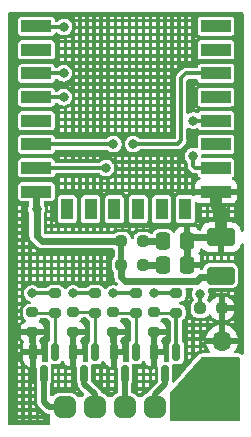
<source format=gtl>
%TF.GenerationSoftware,KiCad,Pcbnew,(6.0.0)*%
%TF.CreationDate,2022-02-01T12:30:33+01:00*%
%TF.ProjectId,RGBW-Controller,52474257-2d43-46f6-9e74-726f6c6c6572,rev?*%
%TF.SameCoordinates,Original*%
%TF.FileFunction,Copper,L1,Top*%
%TF.FilePolarity,Positive*%
%FSLAX46Y46*%
G04 Gerber Fmt 4.6, Leading zero omitted, Abs format (unit mm)*
G04 Created by KiCad (PCBNEW (6.0.0)) date 2022-02-01 12:30:33*
%MOMM*%
%LPD*%
G01*
G04 APERTURE LIST*
G04 Aperture macros list*
%AMRoundRect*
0 Rectangle with rounded corners*
0 $1 Rounding radius*
0 $2 $3 $4 $5 $6 $7 $8 $9 X,Y pos of 4 corners*
0 Add a 4 corners polygon primitive as box body*
4,1,4,$2,$3,$4,$5,$6,$7,$8,$9,$2,$3,0*
0 Add four circle primitives for the rounded corners*
1,1,$1+$1,$2,$3*
1,1,$1+$1,$4,$5*
1,1,$1+$1,$6,$7*
1,1,$1+$1,$8,$9*
0 Add four rect primitives between the rounded corners*
20,1,$1+$1,$2,$3,$4,$5,0*
20,1,$1+$1,$4,$5,$6,$7,0*
20,1,$1+$1,$6,$7,$8,$9,0*
20,1,$1+$1,$8,$9,$2,$3,0*%
G04 Aperture macros list end*
%TA.AperFunction,SMDPad,CuDef*%
%ADD10RoundRect,0.250000X-0.337500X-0.475000X0.337500X-0.475000X0.337500X0.475000X-0.337500X0.475000X0*%
%TD*%
%TA.AperFunction,SMDPad,CuDef*%
%ADD11RoundRect,0.200000X0.275000X-0.200000X0.275000X0.200000X-0.275000X0.200000X-0.275000X-0.200000X0*%
%TD*%
%TA.AperFunction,SMDPad,CuDef*%
%ADD12RoundRect,0.237500X-0.250000X-0.237500X0.250000X-0.237500X0.250000X0.237500X-0.250000X0.237500X0*%
%TD*%
%TA.AperFunction,SMDPad,CuDef*%
%ADD13RoundRect,0.150000X-0.150000X0.587500X-0.150000X-0.587500X0.150000X-0.587500X0.150000X0.587500X0*%
%TD*%
%TA.AperFunction,SMDPad,CuDef*%
%ADD14RoundRect,0.450000X-0.450000X0.450000X-0.450000X-0.450000X0.450000X-0.450000X0.450000X0.450000X0*%
%TD*%
%TA.AperFunction,SMDPad,CuDef*%
%ADD15RoundRect,0.200000X-0.275000X0.200000X-0.275000X-0.200000X0.275000X-0.200000X0.275000X0.200000X0*%
%TD*%
%TA.AperFunction,SMDPad,CuDef*%
%ADD16R,2.500000X1.000000*%
%TD*%
%TA.AperFunction,SMDPad,CuDef*%
%ADD17R,1.000000X1.800000*%
%TD*%
%TA.AperFunction,SMDPad,CuDef*%
%ADD18RoundRect,0.250001X0.924999X-0.499999X0.924999X0.499999X-0.924999X0.499999X-0.924999X-0.499999X0*%
%TD*%
%TA.AperFunction,ComponentPad*%
%ADD19R,1.700000X1.700000*%
%TD*%
%TA.AperFunction,ComponentPad*%
%ADD20O,1.700000X1.700000*%
%TD*%
%TA.AperFunction,ViaPad*%
%ADD21C,0.800000*%
%TD*%
%TA.AperFunction,Conductor*%
%ADD22C,1.000000*%
%TD*%
%TA.AperFunction,Conductor*%
%ADD23C,0.600000*%
%TD*%
%TA.AperFunction,Conductor*%
%ADD24C,0.300000*%
%TD*%
%TA.AperFunction,Conductor*%
%ADD25C,0.500000*%
%TD*%
%TA.AperFunction,Conductor*%
%ADD26C,0.250000*%
%TD*%
G04 APERTURE END LIST*
D10*
%TO.P,C3,1*%
%TO.N,RST*%
X139627700Y-80568800D03*
%TO.P,C3,2*%
%TO.N,GND*%
X141702700Y-80568800D03*
%TD*%
%TO.P,C2,1*%
%TO.N,EN*%
X139627700Y-78587600D03*
%TO.P,C2,2*%
%TO.N,GND*%
X141702700Y-78587600D03*
%TD*%
D11*
%TO.P,R7,1*%
%TO.N,Net-(Q4-Pad1)*%
X130505200Y-84645000D03*
%TO.P,R7,2*%
%TO.N,W_In*%
X130505200Y-82995000D03*
%TD*%
D12*
%TO.P,R11,1*%
%TO.N,Net-(R11-Pad1)*%
X142800700Y-84277200D03*
%TO.P,R11,2*%
%TO.N,GND*%
X144625700Y-84277200D03*
%TD*%
D13*
%TO.P,Q1,1,G*%
%TO.N,Net-(Q1-Pad1)*%
X140777000Y-87962500D03*
%TO.P,Q1,2,S*%
%TO.N,GND*%
X138877000Y-87962500D03*
%TO.P,Q1,3,D*%
%TO.N,R_Out*%
X139827000Y-89837500D03*
%TD*%
%TO.P,Q2,1,G*%
%TO.N,Net-(Q2-Pad1)*%
X137348000Y-87962500D03*
%TO.P,Q2,2,S*%
%TO.N,GND*%
X135448000Y-87962500D03*
%TO.P,Q2,3,D*%
%TO.N,G_Out*%
X136398000Y-89837500D03*
%TD*%
D14*
%TO.P,J2,1,Pin_1*%
%TO.N,+12V*%
X141473000Y-92653000D03*
%TO.P,J2,2,Pin_2*%
%TO.N,R_Out*%
X138933000Y-92653000D03*
%TO.P,J2,3,Pin_3*%
%TO.N,G_Out*%
X136393000Y-92653000D03*
%TO.P,J2,4,Pin_4*%
%TO.N,B_Out*%
X133853000Y-92653000D03*
%TO.P,J2,5,Pin_5*%
%TO.N,W_Out*%
X131313000Y-92653000D03*
%TD*%
D15*
%TO.P,R4,1*%
%TO.N,Net-(Q2-Pad1)*%
X135432800Y-84620600D03*
%TO.P,R4,2*%
%TO.N,GND*%
X135432800Y-86270600D03*
%TD*%
D12*
%TO.P,R9,1*%
%TO.N,+3V3*%
X136120500Y-78587600D03*
%TO.P,R9,2*%
%TO.N,EN*%
X137945500Y-78587600D03*
%TD*%
D11*
%TO.P,R1,1*%
%TO.N,Net-(Q1-Pad1)*%
X140766800Y-84645000D03*
%TO.P,R1,2*%
%TO.N,R_In*%
X140766800Y-82995000D03*
%TD*%
D15*
%TO.P,R8,1*%
%TO.N,Net-(Q4-Pad1)*%
X128574800Y-84620600D03*
%TO.P,R8,2*%
%TO.N,GND*%
X128574800Y-86270600D03*
%TD*%
D11*
%TO.P,R3,1*%
%TO.N,Net-(Q2-Pad1)*%
X137363200Y-84645000D03*
%TO.P,R3,2*%
%TO.N,G_In*%
X137363200Y-82995000D03*
%TD*%
D16*
%TO.P,U1,1,~{RST}*%
%TO.N,RST*%
X128925000Y-60381000D03*
%TO.P,U1,2,ADC*%
%TO.N,unconnected-(U1-Pad2)*%
X128925000Y-62381000D03*
%TO.P,U1,3,EN*%
%TO.N,EN*%
X128925000Y-64381000D03*
%TO.P,U1,4,GPIO16*%
%TO.N,W_In*%
X128925000Y-66381000D03*
%TO.P,U1,5,GPIO14*%
%TO.N,unconnected-(U1-Pad5)*%
X128925000Y-68381000D03*
%TO.P,U1,6,GPIO12*%
%TO.N,G_In*%
X128925000Y-70381000D03*
%TO.P,U1,7,GPIO13*%
%TO.N,B_In*%
X128925000Y-72381000D03*
%TO.P,U1,8,VCC*%
%TO.N,+3V3*%
X128925000Y-74381000D03*
D17*
%TO.P,U1,9,CS0*%
%TO.N,unconnected-(U1-Pad9)*%
X131525000Y-75881000D03*
%TO.P,U1,10,MISO*%
%TO.N,unconnected-(U1-Pad10)*%
X133525000Y-75881000D03*
%TO.P,U1,11,GPIO9*%
%TO.N,unconnected-(U1-Pad11)*%
X135525000Y-75881000D03*
%TO.P,U1,12,GPIO10*%
%TO.N,unconnected-(U1-Pad12)*%
X137525000Y-75881000D03*
%TO.P,U1,13,MOSI*%
%TO.N,unconnected-(U1-Pad13)*%
X139525000Y-75881000D03*
%TO.P,U1,14,SCLK*%
%TO.N,unconnected-(U1-Pad14)*%
X141525000Y-75881000D03*
D16*
%TO.P,U1,15,GND*%
%TO.N,GND*%
X144125000Y-74381000D03*
%TO.P,U1,16,GPIO15*%
%TO.N,Net-(R11-Pad1)*%
X144125000Y-72381000D03*
%TO.P,U1,17,GPIO2*%
%TO.N,unconnected-(U1-Pad17)*%
X144125000Y-70381000D03*
%TO.P,U1,18,GPIO0*%
%TO.N,Net-(JP1-Pad1)*%
X144125000Y-68381000D03*
%TO.P,U1,19,GPIO4*%
%TO.N,unconnected-(U1-Pad19)*%
X144125000Y-66381000D03*
%TO.P,U1,20,GPIO5*%
%TO.N,R_In*%
X144125000Y-64381000D03*
%TO.P,U1,21,GPIO3/RXD*%
%TO.N,unconnected-(U1-Pad21)*%
X144125000Y-62381000D03*
%TO.P,U1,22,GPIO1/TXD*%
%TO.N,unconnected-(U1-Pad22)*%
X144125000Y-60381000D03*
%TD*%
D12*
%TO.P,R10,1*%
%TO.N,+3V3*%
X136120500Y-80568800D03*
%TO.P,R10,2*%
%TO.N,RST*%
X137945500Y-80568800D03*
%TD*%
D13*
%TO.P,Q4,1,G*%
%TO.N,Net-(Q4-Pad1)*%
X130490000Y-87962500D03*
%TO.P,Q4,2,S*%
%TO.N,GND*%
X128590000Y-87962500D03*
%TO.P,Q4,3,D*%
%TO.N,W_Out*%
X129540000Y-89837500D03*
%TD*%
D15*
%TO.P,R6,1*%
%TO.N,Net-(Q3-Pad1)*%
X132029200Y-84620600D03*
%TO.P,R6,2*%
%TO.N,GND*%
X132029200Y-86270600D03*
%TD*%
D18*
%TO.P,C1,1*%
%TO.N,+3V3*%
X144526000Y-81508000D03*
%TO.P,C1,2*%
%TO.N,GND*%
X144526000Y-78258000D03*
%TD*%
D15*
%TO.P,R2,1*%
%TO.N,Net-(Q1-Pad1)*%
X138887200Y-84620600D03*
%TO.P,R2,2*%
%TO.N,GND*%
X138887200Y-86270600D03*
%TD*%
D13*
%TO.P,Q3,1,G*%
%TO.N,Net-(Q3-Pad1)*%
X133919000Y-87962500D03*
%TO.P,Q3,2,S*%
%TO.N,GND*%
X132019000Y-87962500D03*
%TO.P,Q3,3,D*%
%TO.N,B_Out*%
X132969000Y-89837500D03*
%TD*%
D19*
%TO.P,J1,1,Pin_1*%
%TO.N,+12V*%
X144627600Y-89560400D03*
D20*
%TO.P,J1,2,Pin_2*%
%TO.N,GND*%
X144627600Y-87020400D03*
%TD*%
D11*
%TO.P,R5,1*%
%TO.N,Net-(Q3-Pad1)*%
X133908800Y-84645000D03*
%TO.P,R5,2*%
%TO.N,B_In*%
X133908800Y-82995000D03*
%TD*%
D21*
%TO.N,+3V3*%
X128930400Y-75844400D03*
%TO.N,GND*%
X144526000Y-76301600D03*
X132994400Y-87020400D03*
X129540000Y-87020400D03*
X139852400Y-87020400D03*
X136398000Y-87020400D03*
%TO.N,EN*%
X131216400Y-64363600D03*
X137945500Y-78587600D03*
%TO.N,RST*%
X137945500Y-80568800D03*
X131267200Y-60452000D03*
%TO.N,Net-(JP1-Pad1)*%
X142189200Y-68376800D03*
%TO.N,R_In*%
X138887200Y-83007200D03*
X137109200Y-70358000D03*
%TO.N,G_In*%
X135432800Y-70358000D03*
X135432800Y-83007200D03*
%TO.N,B_In*%
X132029200Y-83007200D03*
X134823200Y-72390000D03*
%TO.N,W_In*%
X128574800Y-83007200D03*
X131216400Y-66395600D03*
%TO.N,Net-(R11-Pad1)*%
X142798800Y-83058000D03*
X142189200Y-71374000D03*
%TD*%
D22*
%TO.N,+12V*%
X144627600Y-92100400D02*
X144627600Y-89560400D01*
X144075000Y-92653000D02*
X144627600Y-92100400D01*
X141473000Y-92653000D02*
X144075000Y-92653000D01*
D23*
%TO.N,GND*%
X142032300Y-78258000D02*
X141702700Y-78587600D01*
X144526000Y-78258000D02*
X142032300Y-78258000D01*
X141702700Y-80568800D02*
X141702700Y-78587600D01*
D24*
%TO.N,RST*%
X137945500Y-80568800D02*
X137945500Y-80846300D01*
D23*
X137945500Y-80568800D02*
X139627700Y-80568800D01*
%TO.N,EN*%
X137945500Y-78587600D02*
X139627700Y-78587600D01*
%TO.N,+3V3*%
X129387600Y-78587600D02*
X136120500Y-78587600D01*
X128930400Y-78130400D02*
X129387600Y-78587600D01*
X128930400Y-75844400D02*
X128930400Y-78130400D01*
X142798800Y-81635600D02*
X144398400Y-81635600D01*
X136120500Y-80899000D02*
X136120500Y-81612100D01*
X128925000Y-74381000D02*
X128925000Y-75839000D01*
X128925000Y-75839000D02*
X128930400Y-75844400D01*
X144501200Y-81483200D02*
X144526000Y-81508000D01*
X144398400Y-81635600D02*
X144526000Y-81508000D01*
X136448800Y-81940400D02*
X142494000Y-81940400D01*
X136120500Y-81612100D02*
X136448800Y-81940400D01*
X142494000Y-81940400D02*
X142798800Y-81635600D01*
D25*
X136120500Y-78867000D02*
X136120500Y-80899000D01*
%TO.N,GND*%
X139852400Y-87020400D02*
X139852400Y-87782400D01*
X136398000Y-86969600D02*
X136398000Y-87833200D01*
X135471100Y-87985600D02*
X135448000Y-87962500D01*
D26*
X135448000Y-86285800D02*
X135432800Y-86270600D01*
X128590000Y-87962500D02*
X128590000Y-86285800D01*
D25*
X144500000Y-78232000D02*
X144526000Y-78258000D01*
X136398000Y-87833200D02*
X136245600Y-87985600D01*
D26*
X132019000Y-87962500D02*
X132019000Y-86280800D01*
D25*
X132791200Y-87985600D02*
X132042100Y-87985600D01*
D26*
X138877000Y-86280800D02*
X138887200Y-86270600D01*
X135448000Y-87962500D02*
X135448000Y-86285800D01*
D24*
X144627600Y-84279100D02*
X144625700Y-84277200D01*
D26*
X132019000Y-86280800D02*
X132029200Y-86270600D01*
D22*
X144526000Y-76301600D02*
X144526000Y-75946000D01*
D26*
X138877000Y-87962500D02*
X138877000Y-86280800D01*
D25*
X129540000Y-87782400D02*
X129336800Y-87985600D01*
X132994400Y-86969600D02*
X132994400Y-87782400D01*
X136245600Y-87985600D02*
X135471100Y-87985600D01*
X129540000Y-86969600D02*
X129540000Y-87782400D01*
X132994400Y-87782400D02*
X132791200Y-87985600D01*
D22*
X144119600Y-75539600D02*
X144119600Y-74386400D01*
D24*
X144627600Y-87020400D02*
X144627600Y-84279100D01*
D22*
X144119600Y-74386400D02*
X144125000Y-74381000D01*
D25*
X129336800Y-87985600D02*
X128613100Y-87985600D01*
D26*
X128590000Y-86285800D02*
X128574800Y-86270600D01*
D25*
X128613100Y-87985600D02*
X128590000Y-87962500D01*
D22*
X144526000Y-76301600D02*
X144526000Y-78258000D01*
D25*
X139852400Y-87782400D02*
X139672300Y-87962500D01*
X132042100Y-87985600D02*
X132019000Y-87962500D01*
X139672300Y-87962500D02*
X138877000Y-87962500D01*
D22*
X144526000Y-75946000D02*
X144119600Y-75539600D01*
D24*
%TO.N,EN*%
X131216400Y-64363600D02*
X128942400Y-64363600D01*
X128942400Y-64363600D02*
X128925000Y-64381000D01*
%TO.N,RST*%
X131267200Y-60452000D02*
X128996000Y-60452000D01*
X128996000Y-60452000D02*
X128925000Y-60381000D01*
D25*
%TO.N,R_Out*%
X139827000Y-90652600D02*
X138933000Y-91546600D01*
X139827000Y-89837500D02*
X139827000Y-90652600D01*
X138933000Y-91546600D02*
X138933000Y-92653000D01*
%TO.N,G_Out*%
X136393000Y-89842500D02*
X136393000Y-92653000D01*
D26*
X136398000Y-89837500D02*
X136393000Y-89842500D01*
D25*
%TO.N,B_Out*%
X132969000Y-90652600D02*
X133858000Y-91541600D01*
X132969000Y-89837500D02*
X132969000Y-90652600D01*
X133858000Y-92648000D02*
X133853000Y-92653000D01*
X133858000Y-91541600D02*
X133858000Y-92648000D01*
%TO.N,W_Out*%
X129540000Y-92202000D02*
X129997200Y-92659200D01*
D26*
X129997200Y-92659200D02*
X130003400Y-92653000D01*
D25*
X129540000Y-89837500D02*
X129540000Y-92202000D01*
X130003400Y-92653000D02*
X131313000Y-92653000D01*
D24*
%TO.N,Net-(JP1-Pad1)*%
X144125000Y-68381000D02*
X142193400Y-68381000D01*
X142193400Y-68381000D02*
X142189200Y-68376800D01*
D26*
%TO.N,Net-(Q1-Pad1)*%
X140777000Y-84655200D02*
X140766800Y-84645000D01*
D24*
X140777000Y-87962500D02*
X140777000Y-84655200D01*
D26*
X138911600Y-84645000D02*
X138887200Y-84620600D01*
X140766800Y-84645000D02*
X138911600Y-84645000D01*
%TO.N,Net-(Q2-Pad1)*%
X137348000Y-87962500D02*
X137348000Y-84660200D01*
X137363200Y-84645000D02*
X135457200Y-84645000D01*
X137348000Y-84660200D02*
X137363200Y-84645000D01*
X135457200Y-84645000D02*
X135432800Y-84620600D01*
%TO.N,Net-(Q3-Pad1)*%
X133919000Y-87962500D02*
X133919000Y-84655200D01*
X133884400Y-84620600D02*
X133908800Y-84645000D01*
X133919000Y-84655200D02*
X133908800Y-84645000D01*
X132029200Y-84620600D02*
X133884400Y-84620600D01*
%TO.N,Net-(Q4-Pad1)*%
X130505200Y-84645000D02*
X128599200Y-84645000D01*
X130505200Y-84645000D02*
X130505200Y-87947300D01*
X130505200Y-87947300D02*
X130490000Y-87962500D01*
X128599200Y-84645000D02*
X128574800Y-84620600D01*
X130490000Y-84706000D02*
X130429000Y-84645000D01*
D24*
%TO.N,R_In*%
X141562200Y-64381000D02*
X141173200Y-64770000D01*
X141173200Y-70053200D02*
X140868400Y-70358000D01*
X140868400Y-70358000D02*
X137261600Y-70358000D01*
X144125000Y-64381000D02*
X141562200Y-64381000D01*
X140766800Y-82995000D02*
X138899400Y-82995000D01*
X138899400Y-82995000D02*
X138887200Y-83007200D01*
X141173200Y-64770000D02*
X141173200Y-70053200D01*
%TO.N,G_In*%
X135445000Y-82995000D02*
X135432800Y-83007200D01*
X137363200Y-82995000D02*
X135445000Y-82995000D01*
X135432800Y-70358000D02*
X135409800Y-70381000D01*
X135409800Y-70381000D02*
X128925000Y-70381000D01*
%TO.N,B_In*%
X133908800Y-82995000D02*
X132041400Y-82995000D01*
X132041400Y-82995000D02*
X132029200Y-83007200D01*
X134823200Y-72390000D02*
X134814200Y-72381000D01*
X134814200Y-72381000D02*
X128925000Y-72381000D01*
%TO.N,W_In*%
X128587000Y-82995000D02*
X128574800Y-83007200D01*
X131216400Y-66395600D02*
X128939600Y-66395600D01*
X128939600Y-66395600D02*
X128925000Y-66381000D01*
X130505200Y-82995000D02*
X128587000Y-82995000D01*
%TO.N,Net-(R11-Pad1)*%
X144125000Y-72381000D02*
X142383400Y-72381000D01*
X142189200Y-72186800D02*
X142189200Y-71374000D01*
X142383400Y-72381000D02*
X142189200Y-72186800D01*
X142800700Y-83059900D02*
X142798800Y-83058000D01*
X142800700Y-84277200D02*
X142800700Y-83059900D01*
%TD*%
%TA.AperFunction,Conductor*%
%TO.N,GND*%
G36*
X146398021Y-59202002D02*
G01*
X146444514Y-59255658D01*
X146455900Y-59308000D01*
X146455900Y-77651969D01*
X146435898Y-77720090D01*
X146382242Y-77766583D01*
X146311968Y-77776687D01*
X146247388Y-77747193D01*
X146209004Y-77687467D01*
X146204573Y-77664974D01*
X146198744Y-77608797D01*
X146195850Y-77595398D01*
X146144412Y-77441217D01*
X146138238Y-77428038D01*
X146052937Y-77290193D01*
X146043901Y-77278792D01*
X145929170Y-77164261D01*
X145917759Y-77155249D01*
X145779755Y-77070182D01*
X145766577Y-77064038D01*
X145612284Y-77012861D01*
X145598919Y-77009995D01*
X145504561Y-77000328D01*
X145498144Y-77000000D01*
X144798115Y-77000000D01*
X144782876Y-77004475D01*
X144781671Y-77005865D01*
X144780000Y-77013548D01*
X144780000Y-79497885D01*
X144784475Y-79513124D01*
X144785865Y-79514329D01*
X144793548Y-79516000D01*
X145498096Y-79516000D01*
X145504611Y-79515663D01*
X145600203Y-79505744D01*
X145613602Y-79502850D01*
X145767783Y-79451412D01*
X145780962Y-79445238D01*
X145918807Y-79359937D01*
X145930208Y-79350901D01*
X146044739Y-79236170D01*
X146053751Y-79224759D01*
X146138818Y-79086755D01*
X146144962Y-79073577D01*
X146196139Y-78919284D01*
X146199005Y-78905919D01*
X146204556Y-78851737D01*
X146231397Y-78786009D01*
X146289512Y-78745227D01*
X146360450Y-78742339D01*
X146421688Y-78778260D01*
X146453785Y-78841588D01*
X146455900Y-78864579D01*
X146455900Y-88057475D01*
X146435898Y-88125596D01*
X146382242Y-88172089D01*
X146311968Y-88182193D01*
X146272792Y-88169790D01*
X146188230Y-88126793D01*
X146188231Y-88126793D01*
X146183040Y-88124154D01*
X146177454Y-88122514D01*
X146177452Y-88122513D01*
X146119231Y-88105418D01*
X146119230Y-88105418D01*
X146114919Y-88104152D01*
X146110479Y-88103514D01*
X146110476Y-88103513D01*
X146034846Y-88092639D01*
X146034843Y-88092639D01*
X146030400Y-88092000D01*
X145775603Y-88092000D01*
X145707482Y-88071998D01*
X145660989Y-88018342D01*
X145650885Y-87948068D01*
X145673281Y-87892474D01*
X145792603Y-87726420D01*
X145797913Y-87717583D01*
X145892270Y-87526667D01*
X145896069Y-87517072D01*
X145957977Y-87313310D01*
X145960155Y-87303237D01*
X145961586Y-87292362D01*
X145959375Y-87278178D01*
X145946217Y-87274400D01*
X143310825Y-87274400D01*
X143297294Y-87278373D01*
X143295857Y-87288366D01*
X143326165Y-87422846D01*
X143329245Y-87432675D01*
X143409370Y-87630003D01*
X143414013Y-87639194D01*
X143525294Y-87820788D01*
X143531372Y-87829092D01*
X143578504Y-87883502D01*
X143607987Y-87948087D01*
X143597873Y-88018360D01*
X143551372Y-88072008D01*
X143483267Y-88092000D01*
X142907759Y-88092000D01*
X142863863Y-88095229D01*
X142861601Y-88095564D01*
X142861588Y-88095565D01*
X142828328Y-88100485D01*
X142828321Y-88100486D01*
X142827389Y-88100624D01*
X142823302Y-88101360D01*
X142815548Y-88102757D01*
X142815546Y-88102758D01*
X142808844Y-88103965D01*
X142707062Y-88146336D01*
X142702193Y-88149521D01*
X142702191Y-88149522D01*
X142651411Y-88182738D01*
X142651406Y-88182742D01*
X142647648Y-88185200D01*
X142644277Y-88188169D01*
X142644273Y-88188172D01*
X142618853Y-88210561D01*
X142583566Y-88241639D01*
X140680079Y-90474575D01*
X140649388Y-90510578D01*
X140589974Y-90549442D01*
X140518979Y-90550016D01*
X140458945Y-90512116D01*
X140428931Y-90447776D01*
X140427500Y-90428837D01*
X140427500Y-89736000D01*
X140725500Y-89736000D01*
X140846500Y-89736000D01*
X140846500Y-89470417D01*
X141144500Y-89470417D01*
X141175544Y-89434000D01*
X141144500Y-89434000D01*
X141144500Y-89470417D01*
X140846500Y-89470417D01*
X140846500Y-89434000D01*
X140725500Y-89434000D01*
X140725500Y-89736000D01*
X140427500Y-89736000D01*
X140427500Y-89196166D01*
X140424519Y-89164631D01*
X140421975Y-89157387D01*
X140420635Y-89151279D01*
X140421700Y-89136000D01*
X141393508Y-89136000D01*
X141429577Y-89136000D01*
X141446500Y-89116148D01*
X141446500Y-89094255D01*
X141445632Y-89095123D01*
X141438742Y-89101518D01*
X141433545Y-89105992D01*
X141426200Y-89111853D01*
X141393508Y-89136000D01*
X140421700Y-89136000D01*
X140425574Y-89080454D01*
X140468020Y-89023543D01*
X140534496Y-88998614D01*
X140555562Y-88998836D01*
X140565780Y-88999802D01*
X140570223Y-89000222D01*
X140570227Y-89000222D01*
X140573166Y-89000500D01*
X140980834Y-89000500D01*
X140998752Y-88998806D01*
X141004722Y-88998242D01*
X141004723Y-88998242D01*
X141012369Y-88997519D01*
X141140184Y-88952634D01*
X141147754Y-88947042D01*
X141147757Y-88947041D01*
X141241579Y-88877742D01*
X141249150Y-88872150D01*
X141300609Y-88802481D01*
X141324041Y-88770757D01*
X141324042Y-88770754D01*
X141329634Y-88763184D01*
X141374519Y-88635369D01*
X141377500Y-88603834D01*
X141377500Y-88536000D01*
X141744500Y-88536000D01*
X141941053Y-88536000D01*
X142046500Y-88412302D01*
X142046500Y-88234000D01*
X141744500Y-88234000D01*
X141744500Y-88536000D01*
X141377500Y-88536000D01*
X141377500Y-87936000D01*
X141744500Y-87936000D01*
X142046500Y-87936000D01*
X142344500Y-87936000D01*
X142484245Y-87936000D01*
X142484519Y-87935814D01*
X142543933Y-87896950D01*
X142548889Y-87893870D01*
X142552549Y-87891711D01*
X142557619Y-87888876D01*
X142578169Y-87877998D01*
X142583369Y-87875397D01*
X142587211Y-87873585D01*
X142592535Y-87871223D01*
X142646500Y-87848758D01*
X142646500Y-87794000D01*
X142944500Y-87794000D01*
X143159375Y-87794000D01*
X143157227Y-87790495D01*
X143154622Y-87786041D01*
X143152784Y-87782746D01*
X143150356Y-87778175D01*
X143141046Y-87759744D01*
X143138807Y-87755076D01*
X143137246Y-87751642D01*
X143135208Y-87746904D01*
X143089363Y-87634000D01*
X142944500Y-87634000D01*
X142944500Y-87794000D01*
X142646500Y-87794000D01*
X142646500Y-87634000D01*
X142344500Y-87634000D01*
X142344500Y-87936000D01*
X142046500Y-87936000D01*
X142046500Y-87634000D01*
X141744500Y-87634000D01*
X141744500Y-87936000D01*
X141377500Y-87936000D01*
X141377500Y-87336000D01*
X141744500Y-87336000D01*
X142046500Y-87336000D01*
X142344500Y-87336000D01*
X142646500Y-87336000D01*
X142944500Y-87336000D01*
X143001175Y-87336000D01*
X143001116Y-87335714D01*
X143000643Y-87333285D01*
X142998842Y-87323516D01*
X142996779Y-87303160D01*
X142996485Y-87288273D01*
X142997743Y-87267853D01*
X143007847Y-87197579D01*
X143009942Y-87186530D01*
X143011828Y-87178550D01*
X143024956Y-87145185D01*
X143033837Y-87129588D01*
X143048106Y-87109422D01*
X143094599Y-87055766D01*
X143102333Y-87047606D01*
X143108234Y-87041912D01*
X143119207Y-87034000D01*
X142944500Y-87034000D01*
X142944500Y-87336000D01*
X142646500Y-87336000D01*
X142646500Y-87034000D01*
X142344500Y-87034000D01*
X142344500Y-87336000D01*
X142046500Y-87336000D01*
X142046500Y-87034000D01*
X141744500Y-87034000D01*
X141744500Y-87336000D01*
X141377500Y-87336000D01*
X141377500Y-87321166D01*
X141374519Y-87289631D01*
X141329634Y-87161816D01*
X141324043Y-87154246D01*
X141324039Y-87154239D01*
X141252149Y-87056909D01*
X141227766Y-86990231D01*
X141227500Y-86982050D01*
X141227500Y-86754583D01*
X143291989Y-86754583D01*
X143293512Y-86763007D01*
X143305892Y-86766400D01*
X144355485Y-86766400D01*
X144370724Y-86761925D01*
X144371929Y-86760535D01*
X144373600Y-86752852D01*
X144373600Y-86748285D01*
X144881600Y-86748285D01*
X144886075Y-86763524D01*
X144887465Y-86764729D01*
X144895148Y-86766400D01*
X145945944Y-86766400D01*
X145959475Y-86762427D01*
X145960780Y-86753347D01*
X145918814Y-86586275D01*
X145915494Y-86576524D01*
X145830572Y-86381214D01*
X145825705Y-86372139D01*
X145710026Y-86193326D01*
X145703736Y-86185157D01*
X145560406Y-86027640D01*
X145552873Y-86020615D01*
X145538656Y-86009387D01*
X145944500Y-86009387D01*
X145949282Y-86015597D01*
X145952342Y-86019743D01*
X145954520Y-86022824D01*
X145957424Y-86027117D01*
X146027864Y-86136000D01*
X146030400Y-86136000D01*
X146030400Y-85834000D01*
X145944500Y-85834000D01*
X145944500Y-86009387D01*
X145538656Y-86009387D01*
X145385739Y-85888622D01*
X145377152Y-85882917D01*
X145190717Y-85779999D01*
X145181305Y-85775769D01*
X144980559Y-85704680D01*
X144970588Y-85702046D01*
X144899437Y-85689372D01*
X144886140Y-85690832D01*
X144881600Y-85705389D01*
X144881600Y-86748285D01*
X144373600Y-86748285D01*
X144373600Y-85703502D01*
X144369682Y-85690158D01*
X144355406Y-85688171D01*
X144316924Y-85694060D01*
X144306888Y-85696451D01*
X144104468Y-85762612D01*
X144094959Y-85766609D01*
X143906063Y-85864942D01*
X143897338Y-85870436D01*
X143727033Y-85998305D01*
X143719326Y-86005148D01*
X143572190Y-86159117D01*
X143565704Y-86167127D01*
X143445698Y-86343049D01*
X143440600Y-86352023D01*
X143350938Y-86545183D01*
X143347375Y-86554870D01*
X143291989Y-86754583D01*
X141227500Y-86754583D01*
X141227500Y-86736000D01*
X141744500Y-86736000D01*
X142046500Y-86736000D01*
X142344500Y-86736000D01*
X142646500Y-86736000D01*
X142944500Y-86736000D01*
X142992586Y-86736000D01*
X142992632Y-86734684D01*
X142992775Y-86733348D01*
X142993433Y-86728200D01*
X142993988Y-86724473D01*
X142994848Y-86719410D01*
X142998715Y-86699148D01*
X142999782Y-86694117D01*
X143000639Y-86690447D01*
X143001921Y-86685427D01*
X143061598Y-86470241D01*
X143063083Y-86465283D01*
X143064239Y-86461694D01*
X143065919Y-86456820D01*
X143073048Y-86437442D01*
X143074395Y-86434000D01*
X142944500Y-86434000D01*
X142944500Y-86736000D01*
X142646500Y-86736000D01*
X142646500Y-86434000D01*
X142344500Y-86434000D01*
X142344500Y-86736000D01*
X142046500Y-86736000D01*
X142046500Y-86434000D01*
X141744500Y-86434000D01*
X141744500Y-86736000D01*
X141227500Y-86736000D01*
X141227500Y-86136000D01*
X141744500Y-86136000D01*
X142046500Y-86136000D01*
X142344500Y-86136000D01*
X142646500Y-86136000D01*
X142944500Y-86136000D01*
X143226207Y-86136000D01*
X143246500Y-86106252D01*
X143246500Y-85834000D01*
X142944500Y-85834000D01*
X142944500Y-86136000D01*
X142646500Y-86136000D01*
X142646500Y-85834000D01*
X142344500Y-85834000D01*
X142344500Y-86136000D01*
X142046500Y-86136000D01*
X142046500Y-85834000D01*
X141744500Y-85834000D01*
X141744500Y-86136000D01*
X141227500Y-86136000D01*
X141227500Y-85536000D01*
X141744500Y-85536000D01*
X142046500Y-85536000D01*
X142046500Y-85329005D01*
X142344500Y-85329005D01*
X142344500Y-85536000D01*
X142646500Y-85536000D01*
X142944500Y-85536000D01*
X143246500Y-85536000D01*
X143544500Y-85536000D01*
X143846500Y-85536000D01*
X143846500Y-85524501D01*
X145344500Y-85524501D01*
X145365330Y-85536000D01*
X145646500Y-85536000D01*
X145944500Y-85536000D01*
X146030400Y-85536000D01*
X146030400Y-85234000D01*
X145944500Y-85234000D01*
X145944500Y-85536000D01*
X145646500Y-85536000D01*
X145646500Y-85234000D01*
X145632136Y-85234000D01*
X145552819Y-85313456D01*
X145547495Y-85318488D01*
X145543512Y-85322039D01*
X145537927Y-85326735D01*
X145515056Y-85344862D01*
X145509204Y-85349230D01*
X145504838Y-85352296D01*
X145498728Y-85356327D01*
X145350903Y-85447803D01*
X145344575Y-85451469D01*
X145344500Y-85451510D01*
X145344500Y-85524501D01*
X143846500Y-85524501D01*
X143846500Y-85414343D01*
X143754140Y-85357412D01*
X143748049Y-85353410D01*
X143743676Y-85350352D01*
X143737791Y-85345976D01*
X143714889Y-85327889D01*
X143709281Y-85323190D01*
X143705292Y-85319645D01*
X143699974Y-85314635D01*
X143619198Y-85234000D01*
X143544500Y-85234000D01*
X143544500Y-85536000D01*
X143246500Y-85536000D01*
X143246500Y-85331646D01*
X143237713Y-85333878D01*
X143229815Y-85335616D01*
X143224018Y-85336698D01*
X143216036Y-85337925D01*
X143128294Y-85348542D01*
X143124529Y-85348940D01*
X143121770Y-85349190D01*
X143117977Y-85349476D01*
X143102841Y-85350388D01*
X143099041Y-85350559D01*
X143096274Y-85350642D01*
X143092496Y-85350699D01*
X142944500Y-85350699D01*
X142944500Y-85536000D01*
X142646500Y-85536000D01*
X142646500Y-85350700D01*
X142508903Y-85350700D01*
X142505128Y-85350643D01*
X142502359Y-85350560D01*
X142498548Y-85350388D01*
X142483411Y-85349475D01*
X142479618Y-85349189D01*
X142476861Y-85348939D01*
X142473103Y-85348541D01*
X142385362Y-85337923D01*
X142377377Y-85336696D01*
X142371581Y-85335614D01*
X142363689Y-85333878D01*
X142344500Y-85329005D01*
X142046500Y-85329005D01*
X142046500Y-85234000D01*
X141744500Y-85234000D01*
X141744500Y-85536000D01*
X141227500Y-85536000D01*
X141227500Y-85393014D01*
X141247502Y-85324893D01*
X141285404Y-85289567D01*
X141284624Y-85288526D01*
X141392165Y-85207928D01*
X141399346Y-85202546D01*
X141423017Y-85170962D01*
X141479944Y-85095006D01*
X141479946Y-85095003D01*
X141485326Y-85087824D01*
X141527737Y-84974692D01*
X141532879Y-84960975D01*
X141532879Y-84960973D01*
X141535651Y-84953580D01*
X141542300Y-84892377D01*
X141542299Y-84397624D01*
X141535651Y-84336420D01*
X141485326Y-84202176D01*
X141479946Y-84194997D01*
X141479944Y-84194994D01*
X141404728Y-84094635D01*
X141399346Y-84087454D01*
X141392162Y-84082070D01*
X141291806Y-84006856D01*
X141291803Y-84006854D01*
X141284624Y-84001474D01*
X141195239Y-83967966D01*
X141157775Y-83953921D01*
X141157773Y-83953921D01*
X141150380Y-83951149D01*
X141142531Y-83950296D01*
X141142530Y-83950296D01*
X141096194Y-83945262D01*
X141030632Y-83918019D01*
X140990206Y-83859656D01*
X140987752Y-83788701D01*
X141019101Y-83736000D01*
X141744500Y-83736000D01*
X141771766Y-83736000D01*
X141800506Y-83663411D01*
X141803936Y-83655541D01*
X141806630Y-83649894D01*
X141810578Y-83642295D01*
X141827367Y-83612498D01*
X141831828Y-83605175D01*
X141835264Y-83599944D01*
X141840214Y-83592939D01*
X141903494Y-83509571D01*
X141898485Y-83499741D01*
X141895239Y-83492865D01*
X141893028Y-83487790D01*
X141890216Y-83480767D01*
X141873102Y-83434000D01*
X141805011Y-83434000D01*
X141764363Y-83542429D01*
X141760922Y-83550700D01*
X141758198Y-83556643D01*
X141754177Y-83564651D01*
X141744500Y-83582326D01*
X141744500Y-83736000D01*
X141019101Y-83736000D01*
X141024048Y-83727684D01*
X141087570Y-83695976D01*
X141096190Y-83694737D01*
X141116196Y-83692564D01*
X141142521Y-83689705D01*
X141142524Y-83689704D01*
X141150380Y-83688851D01*
X141284624Y-83638526D01*
X141291803Y-83633146D01*
X141291806Y-83633144D01*
X141392165Y-83557928D01*
X141399346Y-83552546D01*
X141416767Y-83529302D01*
X141479944Y-83445006D01*
X141479946Y-83445003D01*
X141485326Y-83437824D01*
X141529337Y-83320422D01*
X141532879Y-83310975D01*
X141532879Y-83310973D01*
X141535651Y-83303580D01*
X141542300Y-83242377D01*
X141542299Y-82747624D01*
X141540562Y-82731626D01*
X141535651Y-82686420D01*
X141537438Y-82686226D01*
X141540628Y-82625143D01*
X141582076Y-82567501D01*
X141648107Y-82541417D01*
X141659508Y-82540900D01*
X142065888Y-82540900D01*
X142134009Y-82560902D01*
X142180502Y-82614558D01*
X142190606Y-82684832D01*
X142178120Y-82722829D01*
X142176913Y-82724547D01*
X142115324Y-82882513D01*
X142114332Y-82890046D01*
X142114332Y-82890047D01*
X142095459Y-83033409D01*
X142093194Y-83050611D01*
X142111799Y-83219135D01*
X142121546Y-83245769D01*
X142164759Y-83363853D01*
X142170066Y-83378356D01*
X142174302Y-83384659D01*
X142174302Y-83384660D01*
X142226006Y-83461604D01*
X142247398Y-83529302D01*
X142228794Y-83597817D01*
X142197603Y-83632243D01*
X142173538Y-83650509D01*
X142173535Y-83650512D01*
X142166700Y-83655700D01*
X142077580Y-83773111D01*
X142074418Y-83781098D01*
X142027303Y-83900098D01*
X142023318Y-83910162D01*
X142012700Y-83997903D01*
X142012701Y-84556496D01*
X142013156Y-84560254D01*
X142013156Y-84560259D01*
X142014024Y-84567430D01*
X142023318Y-84644238D01*
X142026296Y-84651761D01*
X142026297Y-84651763D01*
X142034877Y-84673434D01*
X142077580Y-84781289D01*
X142166700Y-84898700D01*
X142284111Y-84987820D01*
X142346342Y-85012459D01*
X142413632Y-85039101D01*
X142413634Y-85039102D01*
X142421162Y-85042082D01*
X142508903Y-85052700D01*
X142800507Y-85052700D01*
X143092496Y-85052699D01*
X143096254Y-85052244D01*
X143096259Y-85052244D01*
X143172205Y-85043054D01*
X143180238Y-85042082D01*
X143187761Y-85039104D01*
X143187763Y-85039103D01*
X143256903Y-85011728D01*
X143317289Y-84987820D01*
X143434700Y-84898700D01*
X143439888Y-84891865D01*
X143439893Y-84891860D01*
X143490069Y-84825756D01*
X143547187Y-84783589D01*
X143618035Y-84778997D01*
X143680119Y-84813437D01*
X143697576Y-84835634D01*
X143783627Y-84974692D01*
X143792660Y-84986090D01*
X143905329Y-85098563D01*
X143916740Y-85107575D01*
X144052263Y-85191112D01*
X144065441Y-85197256D01*
X144216966Y-85247515D01*
X144230332Y-85250381D01*
X144322970Y-85259872D01*
X144329385Y-85260200D01*
X144353585Y-85260200D01*
X144368824Y-85255725D01*
X144370029Y-85254335D01*
X144371700Y-85246652D01*
X144371700Y-85242085D01*
X144879700Y-85242085D01*
X144884175Y-85257324D01*
X144885565Y-85258529D01*
X144893248Y-85260200D01*
X144921966Y-85260200D01*
X144928482Y-85259863D01*
X145022332Y-85250125D01*
X145035728Y-85247232D01*
X145187153Y-85196712D01*
X145200315Y-85190547D01*
X145335692Y-85106774D01*
X145347090Y-85097740D01*
X145459563Y-84985071D01*
X145468575Y-84973660D01*
X145491789Y-84936000D01*
X145944500Y-84936000D01*
X146030400Y-84936000D01*
X146030400Y-84634000D01*
X145944500Y-84634000D01*
X145944500Y-84936000D01*
X145491789Y-84936000D01*
X145552112Y-84838137D01*
X145558256Y-84824959D01*
X145608515Y-84673434D01*
X145611381Y-84660068D01*
X145620872Y-84567430D01*
X145621200Y-84561015D01*
X145621200Y-84549315D01*
X145616725Y-84534076D01*
X145615335Y-84532871D01*
X145607652Y-84531200D01*
X144897815Y-84531200D01*
X144882576Y-84535675D01*
X144881371Y-84537065D01*
X144879700Y-84544748D01*
X144879700Y-85242085D01*
X144371700Y-85242085D01*
X144371700Y-84336000D01*
X145944500Y-84336000D01*
X146030400Y-84336000D01*
X146030400Y-84034000D01*
X145944500Y-84034000D01*
X145944500Y-84336000D01*
X144371700Y-84336000D01*
X144371700Y-84005085D01*
X144879700Y-84005085D01*
X144884175Y-84020324D01*
X144885565Y-84021529D01*
X144893248Y-84023200D01*
X145603085Y-84023200D01*
X145618324Y-84018725D01*
X145619529Y-84017335D01*
X145621200Y-84009652D01*
X145621200Y-83993434D01*
X145620863Y-83986918D01*
X145611125Y-83893068D01*
X145608232Y-83879672D01*
X145560299Y-83736000D01*
X145944500Y-83736000D01*
X146030400Y-83736000D01*
X146030400Y-83434000D01*
X145944500Y-83434000D01*
X145944500Y-83736000D01*
X145560299Y-83736000D01*
X145557712Y-83728247D01*
X145551547Y-83715085D01*
X145467774Y-83579708D01*
X145458740Y-83568310D01*
X145346071Y-83455837D01*
X145334660Y-83446825D01*
X145199137Y-83363288D01*
X145185959Y-83357144D01*
X145034434Y-83306885D01*
X145021068Y-83304019D01*
X144928430Y-83294528D01*
X144922015Y-83294200D01*
X144897815Y-83294200D01*
X144882576Y-83298675D01*
X144881371Y-83300065D01*
X144879700Y-83307748D01*
X144879700Y-84005085D01*
X144371700Y-84005085D01*
X144371700Y-83312315D01*
X144367225Y-83297076D01*
X144365835Y-83295871D01*
X144358152Y-83294200D01*
X144329434Y-83294200D01*
X144322918Y-83294537D01*
X144229068Y-83304275D01*
X144215672Y-83307168D01*
X144064247Y-83357688D01*
X144051085Y-83363853D01*
X143915708Y-83447626D01*
X143904310Y-83456660D01*
X143791837Y-83569329D01*
X143782825Y-83580740D01*
X143697784Y-83718703D01*
X143645012Y-83766196D01*
X143574940Y-83777620D01*
X143509817Y-83749346D01*
X143490161Y-83728767D01*
X143464909Y-83695499D01*
X143434700Y-83655700D01*
X143427865Y-83650512D01*
X143427862Y-83650509D01*
X143401274Y-83630328D01*
X143359107Y-83573211D01*
X143354513Y-83502363D01*
X143375131Y-83456439D01*
X143412727Y-83404119D01*
X143412730Y-83404113D01*
X143417161Y-83397947D01*
X143425037Y-83378356D01*
X143477566Y-83247687D01*
X143477567Y-83247685D01*
X143480401Y-83240634D01*
X143489676Y-83175466D01*
X143503709Y-83076862D01*
X143503709Y-83076859D01*
X143504290Y-83072778D01*
X143504445Y-83058000D01*
X143502640Y-83043080D01*
X143498464Y-83008579D01*
X143484076Y-82889680D01*
X143471538Y-82856500D01*
X143780234Y-82856500D01*
X143800286Y-83022200D01*
X143800717Y-83026326D01*
X143800980Y-83029324D01*
X143801272Y-83033409D01*
X143802178Y-83049867D01*
X143802337Y-83053989D01*
X143802404Y-83056999D01*
X143802428Y-83061124D01*
X143802273Y-83075902D01*
X143802162Y-83080023D01*
X143802032Y-83083030D01*
X143801787Y-83087145D01*
X143800537Y-83103577D01*
X143800159Y-83107668D01*
X143799833Y-83110660D01*
X143799317Y-83114765D01*
X143796295Y-83136000D01*
X143846500Y-83136000D01*
X143846500Y-83103014D01*
X145344500Y-83103014D01*
X145349275Y-83105770D01*
X145398318Y-83136000D01*
X145646500Y-83136000D01*
X145944500Y-83136000D01*
X146030400Y-83136000D01*
X146030400Y-82834000D01*
X145944500Y-82834000D01*
X145944500Y-83136000D01*
X145646500Y-83136000D01*
X145646500Y-82838041D01*
X145641021Y-82839432D01*
X145633124Y-82841170D01*
X145627327Y-82842252D01*
X145619345Y-82843479D01*
X145529568Y-82854342D01*
X145525803Y-82854740D01*
X145523044Y-82854990D01*
X145519251Y-82855276D01*
X145504115Y-82856188D01*
X145500315Y-82856359D01*
X145497548Y-82856442D01*
X145493770Y-82856499D01*
X145344500Y-82856499D01*
X145344500Y-83103014D01*
X143846500Y-83103014D01*
X143846500Y-83030688D01*
X144744500Y-83030688D01*
X144763121Y-83023169D01*
X144831242Y-83003167D01*
X144848812Y-82999345D01*
X144861772Y-82997482D01*
X144879700Y-82996200D01*
X144925232Y-82996200D01*
X144928452Y-82996241D01*
X144930799Y-82996301D01*
X144934007Y-82996424D01*
X144946850Y-82997080D01*
X144950078Y-82997287D01*
X144952420Y-82997467D01*
X144955607Y-82997752D01*
X145046500Y-83007065D01*
X145046500Y-82856499D01*
X144744500Y-82856499D01*
X144744500Y-83030688D01*
X143846500Y-83030688D01*
X143846500Y-83017712D01*
X144144500Y-83017712D01*
X144146027Y-83017338D01*
X144172899Y-83011535D01*
X144179685Y-83010263D01*
X144184647Y-83009473D01*
X144191454Y-83008579D01*
X144295412Y-82997792D01*
X144298614Y-82997501D01*
X144300985Y-82997316D01*
X144304275Y-82997102D01*
X144317279Y-82996429D01*
X144320559Y-82996302D01*
X144322936Y-82996241D01*
X144326168Y-82996200D01*
X144371700Y-82996200D01*
X144385166Y-82996922D01*
X144394944Y-82997973D01*
X144408261Y-83000130D01*
X144446500Y-83008448D01*
X144446500Y-82856499D01*
X144144500Y-82856500D01*
X144144500Y-83017712D01*
X143846500Y-83017712D01*
X143846500Y-82856500D01*
X143780234Y-82856500D01*
X143471538Y-82856500D01*
X143424145Y-82731077D01*
X143426369Y-82730237D01*
X143414793Y-82672003D01*
X143440795Y-82605939D01*
X143498386Y-82564420D01*
X143550625Y-82558687D01*
X143550678Y-82557816D01*
X143554464Y-82558044D01*
X143558229Y-82558500D01*
X144525361Y-82558500D01*
X145493770Y-82558499D01*
X145497528Y-82558044D01*
X145497533Y-82558044D01*
X145575517Y-82548608D01*
X145575520Y-82548607D01*
X145583547Y-82547636D01*
X145723783Y-82492112D01*
X145843922Y-82400922D01*
X145935112Y-82280783D01*
X145990636Y-82140547D01*
X146001500Y-82050771D01*
X146001499Y-80965230D01*
X145996539Y-80924236D01*
X145991608Y-80883483D01*
X145991607Y-80883480D01*
X145990636Y-80875453D01*
X145935112Y-80735217D01*
X145843922Y-80615078D01*
X145723783Y-80523888D01*
X145583547Y-80468364D01*
X145575509Y-80467391D01*
X145575508Y-80467391D01*
X145543937Y-80463571D01*
X145493771Y-80457500D01*
X144526639Y-80457500D01*
X143558230Y-80457501D01*
X143554472Y-80457956D01*
X143554467Y-80457956D01*
X143476483Y-80467392D01*
X143476480Y-80467393D01*
X143468453Y-80468364D01*
X143328217Y-80523888D01*
X143208078Y-80615078D01*
X143116888Y-80735217D01*
X143061364Y-80875453D01*
X143055460Y-80924240D01*
X143027421Y-80989461D01*
X142968569Y-81029171D01*
X142930374Y-81035100D01*
X142924200Y-81035100D01*
X142856079Y-81015098D01*
X142809586Y-80961442D01*
X142798200Y-80909100D01*
X142798200Y-80840915D01*
X142793725Y-80825676D01*
X142792335Y-80824471D01*
X142784652Y-80822800D01*
X141574700Y-80822800D01*
X141506579Y-80802798D01*
X141460086Y-80749142D01*
X141448700Y-80696800D01*
X141448700Y-80296685D01*
X141956700Y-80296685D01*
X141961175Y-80311924D01*
X141962565Y-80313129D01*
X141970248Y-80314800D01*
X142780084Y-80314800D01*
X142795323Y-80310325D01*
X142796528Y-80308935D01*
X142798199Y-80301252D01*
X142798199Y-80046705D01*
X142797862Y-80040186D01*
X142787943Y-79944594D01*
X142785051Y-79931200D01*
X142752623Y-79834000D01*
X143066771Y-79834000D01*
X143069916Y-79843427D01*
X143071915Y-79850014D01*
X143073243Y-79854862D01*
X143074881Y-79861555D01*
X143080684Y-79888428D01*
X143081956Y-79895217D01*
X143082746Y-79900180D01*
X143083640Y-79906984D01*
X143094607Y-80012685D01*
X143094898Y-80015878D01*
X143095083Y-80018247D01*
X143095297Y-80021544D01*
X143095970Y-80034547D01*
X143096097Y-80037829D01*
X143096158Y-80040207D01*
X143096199Y-80043438D01*
X143096199Y-80136000D01*
X143246500Y-80136000D01*
X143544500Y-80136000D01*
X143846500Y-80136000D01*
X144144500Y-80136000D01*
X144446500Y-80136000D01*
X144744500Y-80136000D01*
X145046500Y-80136000D01*
X145344500Y-80136000D01*
X145646500Y-80136000D01*
X145944500Y-80136000D01*
X146030400Y-80136000D01*
X146030400Y-79834000D01*
X145944500Y-79834000D01*
X145944500Y-80136000D01*
X145646500Y-80136000D01*
X145646500Y-79834000D01*
X145344500Y-79834000D01*
X145344500Y-80136000D01*
X145046500Y-80136000D01*
X145046500Y-79834000D01*
X144744500Y-79834000D01*
X144744500Y-80136000D01*
X144446500Y-80136000D01*
X144446500Y-79834000D01*
X144144500Y-79834000D01*
X144144500Y-80136000D01*
X143846500Y-80136000D01*
X143846500Y-79834000D01*
X143544500Y-79834000D01*
X143544500Y-80136000D01*
X143246500Y-80136000D01*
X143246500Y-79834000D01*
X143066771Y-79834000D01*
X142752623Y-79834000D01*
X142733612Y-79777016D01*
X142727438Y-79763838D01*
X142653654Y-79644604D01*
X142634816Y-79576152D01*
X142653538Y-79512186D01*
X142728014Y-79391362D01*
X142734163Y-79378176D01*
X142774632Y-79256168D01*
X142815063Y-79197808D01*
X142880628Y-79170572D01*
X142950509Y-79183106D01*
X142992638Y-79221566D01*
X142994520Y-79220075D01*
X143008099Y-79237208D01*
X143122830Y-79351739D01*
X143134241Y-79360751D01*
X143272245Y-79445818D01*
X143285423Y-79451962D01*
X143439716Y-79503139D01*
X143453081Y-79506005D01*
X143547439Y-79515672D01*
X143553855Y-79516000D01*
X144253885Y-79516000D01*
X144269124Y-79511525D01*
X144270329Y-79510135D01*
X144272000Y-79502452D01*
X144272000Y-77018115D01*
X144267525Y-77002876D01*
X144266135Y-77001671D01*
X144258452Y-77000000D01*
X143553904Y-77000000D01*
X143547389Y-77000337D01*
X143451797Y-77010256D01*
X143438398Y-77013150D01*
X143284217Y-77064588D01*
X143271038Y-77070762D01*
X143133193Y-77156063D01*
X143121792Y-77165099D01*
X143007261Y-77279830D01*
X142998249Y-77291241D01*
X142913182Y-77429245D01*
X142907038Y-77442422D01*
X142855006Y-77599294D01*
X142814576Y-77657654D01*
X142749011Y-77684891D01*
X142679130Y-77672358D01*
X142636667Y-77637891D01*
X142633102Y-77633393D01*
X142518371Y-77518861D01*
X142506960Y-77509849D01*
X142368957Y-77424784D01*
X142355776Y-77418637D01*
X142201490Y-77367462D01*
X142188114Y-77364595D01*
X142093762Y-77354928D01*
X142087345Y-77354600D01*
X141974815Y-77354600D01*
X141959576Y-77359075D01*
X141958371Y-77360465D01*
X141956700Y-77368148D01*
X141956700Y-80296685D01*
X141448700Y-80296685D01*
X141448700Y-77372716D01*
X141444225Y-77357477D01*
X141442835Y-77356272D01*
X141435152Y-77354601D01*
X141318105Y-77354601D01*
X141311586Y-77354938D01*
X141215994Y-77364857D01*
X141202600Y-77367749D01*
X141048416Y-77419188D01*
X141035238Y-77425361D01*
X140897393Y-77510663D01*
X140885992Y-77519699D01*
X140771461Y-77634429D01*
X140762449Y-77645840D01*
X140677384Y-77783843D01*
X140671236Y-77797026D01*
X140669189Y-77803198D01*
X140628759Y-77861558D01*
X140563194Y-77888795D01*
X140493313Y-77876262D01*
X140449234Y-77839711D01*
X140363315Y-77726518D01*
X140363310Y-77726513D01*
X140358122Y-77719678D01*
X140237983Y-77628487D01*
X140174368Y-77603300D01*
X140105277Y-77575945D01*
X140105275Y-77575944D01*
X140097747Y-77572964D01*
X140007972Y-77562100D01*
X139247428Y-77562100D01*
X139157653Y-77572964D01*
X139150125Y-77575944D01*
X139150123Y-77575945D01*
X139081032Y-77603300D01*
X139017417Y-77628487D01*
X138897278Y-77719678D01*
X138806087Y-77839817D01*
X138779296Y-77907484D01*
X138735621Y-77963458D01*
X138662144Y-77987100D01*
X138649571Y-77987100D01*
X138581450Y-77967098D01*
X138573391Y-77961463D01*
X138502276Y-77907484D01*
X138462089Y-77876980D01*
X138388393Y-77847802D01*
X138332568Y-77825699D01*
X138332566Y-77825698D01*
X138325038Y-77822718D01*
X138237297Y-77812100D01*
X137945693Y-77812100D01*
X137653704Y-77812101D01*
X137649946Y-77812556D01*
X137649941Y-77812556D01*
X137576845Y-77821401D01*
X137565962Y-77822718D01*
X137558439Y-77825696D01*
X137558437Y-77825697D01*
X137489297Y-77853072D01*
X137428911Y-77876980D01*
X137311500Y-77966100D01*
X137222380Y-78083511D01*
X137200574Y-78138588D01*
X137188416Y-78169296D01*
X137168118Y-78220562D01*
X137167145Y-78228603D01*
X137158087Y-78303453D01*
X137130046Y-78368678D01*
X137071194Y-78408388D01*
X137000215Y-78409976D01*
X136939645Y-78372938D01*
X136907912Y-78303452D01*
X136898854Y-78228595D01*
X136897882Y-78220562D01*
X136877585Y-78169296D01*
X136865426Y-78138588D01*
X136843620Y-78083511D01*
X136754500Y-77966100D01*
X136637089Y-77876980D01*
X136563393Y-77847802D01*
X136507568Y-77825699D01*
X136507566Y-77825698D01*
X136500038Y-77822718D01*
X136412297Y-77812100D01*
X136120693Y-77812100D01*
X135828704Y-77812101D01*
X135824946Y-77812556D01*
X135824941Y-77812556D01*
X135751845Y-77821401D01*
X135740962Y-77822718D01*
X135733439Y-77825696D01*
X135733437Y-77825697D01*
X135664297Y-77853072D01*
X135603911Y-77876980D01*
X135563724Y-77907484D01*
X135492609Y-77961463D01*
X135426255Y-77986716D01*
X135416429Y-77987100D01*
X129688527Y-77987100D01*
X129620406Y-77967098D01*
X129599433Y-77950197D01*
X129567806Y-77918571D01*
X129533780Y-77856259D01*
X129530900Y-77829474D01*
X129530900Y-77736000D01*
X136944500Y-77736000D01*
X137122556Y-77736000D01*
X137124681Y-77734146D01*
X137131328Y-77728734D01*
X137246500Y-77641313D01*
X137246500Y-77525140D01*
X137544500Y-77525140D01*
X137617906Y-77516258D01*
X137621671Y-77515860D01*
X137624430Y-77515610D01*
X137628223Y-77515324D01*
X137643359Y-77514412D01*
X137647159Y-77514241D01*
X137649926Y-77514158D01*
X137653704Y-77514101D01*
X137846500Y-77514100D01*
X138144500Y-77514100D01*
X138237297Y-77514100D01*
X138241072Y-77514157D01*
X138243841Y-77514240D01*
X138247652Y-77514412D01*
X138262789Y-77515325D01*
X138266582Y-77515611D01*
X138269339Y-77515861D01*
X138273097Y-77516259D01*
X138360838Y-77526877D01*
X138368823Y-77528104D01*
X138374619Y-77529186D01*
X138382511Y-77530922D01*
X138413757Y-77538857D01*
X138421516Y-77541095D01*
X138427128Y-77542910D01*
X138434738Y-77545644D01*
X138446500Y-77550301D01*
X138446500Y-77461519D01*
X138744500Y-77461519D01*
X138780754Y-77434000D01*
X138744500Y-77434000D01*
X138744500Y-77461519D01*
X138446500Y-77461519D01*
X138446500Y-77434000D01*
X138144500Y-77434000D01*
X138144500Y-77514100D01*
X137846500Y-77514100D01*
X137846500Y-77434000D01*
X137544500Y-77434000D01*
X137544500Y-77525140D01*
X137246500Y-77525140D01*
X137246500Y-77434000D01*
X136944500Y-77434000D01*
X136944500Y-77736000D01*
X129530900Y-77736000D01*
X129530900Y-77689100D01*
X129828900Y-77689100D01*
X130046500Y-77689100D01*
X130344500Y-77689100D01*
X130646500Y-77689100D01*
X130944500Y-77689100D01*
X131246500Y-77689100D01*
X131544500Y-77689100D01*
X131846500Y-77689100D01*
X132144500Y-77689100D01*
X132446500Y-77689100D01*
X132744500Y-77689100D01*
X133046500Y-77689100D01*
X133344500Y-77689100D01*
X133646500Y-77689100D01*
X133944500Y-77689100D01*
X134246500Y-77689100D01*
X134544500Y-77689100D01*
X134846500Y-77689100D01*
X135144500Y-77689100D01*
X135358545Y-77689100D01*
X135423740Y-77639614D01*
X135430744Y-77634664D01*
X135435975Y-77631228D01*
X135443298Y-77626767D01*
X135446500Y-77624963D01*
X135446500Y-77522115D01*
X135744500Y-77522115D01*
X135792906Y-77516258D01*
X135796671Y-77515860D01*
X135799430Y-77515610D01*
X135803223Y-77515324D01*
X135818359Y-77514412D01*
X135822159Y-77514241D01*
X135824926Y-77514158D01*
X135828704Y-77514101D01*
X136046500Y-77514100D01*
X136344500Y-77514100D01*
X136412297Y-77514100D01*
X136416072Y-77514157D01*
X136418841Y-77514240D01*
X136422652Y-77514412D01*
X136437789Y-77515325D01*
X136441582Y-77515611D01*
X136444339Y-77515861D01*
X136448097Y-77516259D01*
X136535838Y-77526877D01*
X136543823Y-77528104D01*
X136549619Y-77529186D01*
X136557511Y-77530922D01*
X136588757Y-77538857D01*
X136596516Y-77541095D01*
X136602128Y-77542910D01*
X136609738Y-77545644D01*
X136646500Y-77560199D01*
X136646500Y-77434000D01*
X136344500Y-77434000D01*
X136344500Y-77514100D01*
X136046500Y-77514100D01*
X136046500Y-77434000D01*
X135744500Y-77434000D01*
X135744500Y-77522115D01*
X135446500Y-77522115D01*
X135446500Y-77434000D01*
X135144500Y-77434000D01*
X135144500Y-77689100D01*
X134846500Y-77689100D01*
X134846500Y-77434000D01*
X134544500Y-77434000D01*
X134544500Y-77689100D01*
X134246500Y-77689100D01*
X134246500Y-77434000D01*
X133944500Y-77434000D01*
X133944500Y-77689100D01*
X133646500Y-77689100D01*
X133646500Y-77434000D01*
X133344500Y-77434000D01*
X133344500Y-77689100D01*
X133046500Y-77689100D01*
X133046500Y-77434000D01*
X132744500Y-77434000D01*
X132744500Y-77689100D01*
X132446500Y-77689100D01*
X132446500Y-77434000D01*
X132144500Y-77434000D01*
X132144500Y-77689100D01*
X131846500Y-77689100D01*
X131846500Y-77434000D01*
X131544500Y-77434000D01*
X131544500Y-77689100D01*
X131246500Y-77689100D01*
X131246500Y-77434000D01*
X130944500Y-77434000D01*
X130944500Y-77689100D01*
X130646500Y-77689100D01*
X130646500Y-77434000D01*
X130344500Y-77434000D01*
X130344500Y-77689100D01*
X130046500Y-77689100D01*
X130046500Y-77434000D01*
X129828900Y-77434000D01*
X129828900Y-77689100D01*
X129530900Y-77689100D01*
X129530900Y-77136000D01*
X129828900Y-77136000D01*
X130046500Y-77136000D01*
X130344500Y-77136000D01*
X130539030Y-77136000D01*
X136511007Y-77136000D01*
X136539030Y-77136000D01*
X142511007Y-77136000D01*
X142646500Y-77136000D01*
X142646500Y-76925368D01*
X142944500Y-76925368D01*
X142953827Y-76917976D01*
X142959678Y-76913609D01*
X142964044Y-76910543D01*
X142970153Y-76906513D01*
X143087333Y-76834000D01*
X145964508Y-76834000D01*
X146030400Y-76874616D01*
X146030400Y-76834000D01*
X145964508Y-76834000D01*
X143087333Y-76834000D01*
X142944500Y-76834000D01*
X142944500Y-76925368D01*
X142646500Y-76925368D01*
X142646500Y-76834000D01*
X142623282Y-76834000D01*
X142623211Y-76835626D01*
X142622363Y-76850217D01*
X142622098Y-76853862D01*
X142621866Y-76856520D01*
X142621495Y-76860155D01*
X142618501Y-76885836D01*
X142617052Y-76895193D01*
X142615741Y-76901965D01*
X142613601Y-76911159D01*
X142603689Y-76947516D01*
X142600865Y-76956529D01*
X142598557Y-76963030D01*
X142595058Y-76971823D01*
X142549793Y-77074209D01*
X142544617Y-77084595D01*
X142540500Y-77091983D01*
X142534400Y-77101835D01*
X142511007Y-77136000D01*
X136539030Y-77136000D01*
X136524993Y-77115574D01*
X136511007Y-77136000D01*
X130539030Y-77136000D01*
X130516159Y-77102721D01*
X130510037Y-77092870D01*
X130505908Y-77085489D01*
X130500720Y-77075122D01*
X130455277Y-76972815D01*
X130451776Y-76964067D01*
X130449460Y-76957586D01*
X130446618Y-76948580D01*
X130436652Y-76912322D01*
X130434495Y-76903142D01*
X130433172Y-76896386D01*
X130431706Y-76887062D01*
X130428588Y-76860862D01*
X130428199Y-76857121D01*
X130427958Y-76854408D01*
X130427685Y-76850718D01*
X130426802Y-76835828D01*
X130426721Y-76834000D01*
X130344500Y-76834000D01*
X130344500Y-77136000D01*
X130046500Y-77136000D01*
X130046500Y-76834000D01*
X129828900Y-76834000D01*
X129828900Y-77136000D01*
X129530900Y-77136000D01*
X129530900Y-76536000D01*
X129828900Y-76536000D01*
X130046500Y-76536000D01*
X130344500Y-76536000D01*
X130426500Y-76536000D01*
X130426500Y-76234000D01*
X130344500Y-76234000D01*
X130344500Y-76536000D01*
X130046500Y-76536000D01*
X130046500Y-76234000D01*
X129849978Y-76234000D01*
X129828900Y-76286432D01*
X129828900Y-76536000D01*
X129530900Y-76536000D01*
X129530900Y-76247293D01*
X129546117Y-76188027D01*
X129548761Y-76184347D01*
X129554103Y-76171060D01*
X129609166Y-76034087D01*
X129609167Y-76034085D01*
X129612001Y-76027034D01*
X129624957Y-75936000D01*
X129635309Y-75863262D01*
X129635309Y-75863259D01*
X129635890Y-75859178D01*
X129636045Y-75844400D01*
X129634240Y-75829480D01*
X129616997Y-75686999D01*
X129615676Y-75676080D01*
X129599775Y-75634000D01*
X129910564Y-75634000D01*
X129911517Y-75640280D01*
X129931886Y-75808600D01*
X129932317Y-75812726D01*
X129932580Y-75815724D01*
X129932872Y-75819809D01*
X129933778Y-75836267D01*
X129933937Y-75840389D01*
X129934004Y-75843399D01*
X129934028Y-75847524D01*
X129933873Y-75862302D01*
X129933762Y-75866423D01*
X129933632Y-75869430D01*
X129933387Y-75873545D01*
X129932137Y-75889977D01*
X129931759Y-75894068D01*
X129931433Y-75897060D01*
X129930917Y-75901165D01*
X129925959Y-75936000D01*
X130046500Y-75936000D01*
X130344500Y-75936000D01*
X130426500Y-75936000D01*
X130426500Y-75634000D01*
X130344500Y-75634000D01*
X130344500Y-75936000D01*
X130046500Y-75936000D01*
X130046500Y-75634000D01*
X129910564Y-75634000D01*
X129599775Y-75634000D01*
X129555745Y-75517477D01*
X129551443Y-75511217D01*
X129551441Y-75511214D01*
X129547661Y-75505715D01*
X129525500Y-75434347D01*
X129525500Y-75307500D01*
X129545502Y-75239379D01*
X129599158Y-75192886D01*
X129651500Y-75181500D01*
X130219646Y-75181500D01*
X130223350Y-75181059D01*
X130223353Y-75181059D01*
X130230746Y-75180179D01*
X130245846Y-75178382D01*
X130348153Y-75132939D01*
X130427241Y-75053713D01*
X130435957Y-75034000D01*
X130468675Y-74959992D01*
X130472506Y-74951327D01*
X130473603Y-74941916D01*
X130476095Y-74932776D01*
X130477946Y-74933281D01*
X130478198Y-74932687D01*
X130720369Y-74932687D01*
X130722694Y-74937437D01*
X130724500Y-74958696D01*
X130724500Y-76825646D01*
X130727618Y-76851846D01*
X130773061Y-76954153D01*
X130781294Y-76962372D01*
X130781295Y-76962373D01*
X130812835Y-76993858D01*
X130852287Y-77033241D01*
X130862924Y-77037944D01*
X130862926Y-77037945D01*
X130921947Y-77064038D01*
X130954673Y-77078506D01*
X130980354Y-77081500D01*
X132069646Y-77081500D01*
X132073350Y-77081059D01*
X132073353Y-77081059D01*
X132080746Y-77080179D01*
X132095846Y-77078382D01*
X132198153Y-77032939D01*
X132220797Y-77010256D01*
X132258172Y-76972815D01*
X132277241Y-76953713D01*
X132289773Y-76925368D01*
X132312210Y-76874616D01*
X132322506Y-76851327D01*
X132325500Y-76825646D01*
X132724500Y-76825646D01*
X132727618Y-76851846D01*
X132773061Y-76954153D01*
X132781294Y-76962372D01*
X132781295Y-76962373D01*
X132812835Y-76993858D01*
X132852287Y-77033241D01*
X132862924Y-77037944D01*
X132862926Y-77037945D01*
X132921947Y-77064038D01*
X132954673Y-77078506D01*
X132980354Y-77081500D01*
X134069646Y-77081500D01*
X134073350Y-77081059D01*
X134073353Y-77081059D01*
X134080746Y-77080179D01*
X134095846Y-77078382D01*
X134198153Y-77032939D01*
X134220797Y-77010256D01*
X134258172Y-76972815D01*
X134277241Y-76953713D01*
X134289773Y-76925368D01*
X134312210Y-76874616D01*
X134322506Y-76851327D01*
X134325500Y-76825646D01*
X134724500Y-76825646D01*
X134727618Y-76851846D01*
X134773061Y-76954153D01*
X134781294Y-76962372D01*
X134781295Y-76962373D01*
X134812835Y-76993858D01*
X134852287Y-77033241D01*
X134862924Y-77037944D01*
X134862926Y-77037945D01*
X134921947Y-77064038D01*
X134954673Y-77078506D01*
X134980354Y-77081500D01*
X136069646Y-77081500D01*
X136073350Y-77081059D01*
X136073353Y-77081059D01*
X136080746Y-77080179D01*
X136095846Y-77078382D01*
X136198153Y-77032939D01*
X136220797Y-77010256D01*
X136258172Y-76972815D01*
X136277241Y-76953713D01*
X136289773Y-76925368D01*
X136312210Y-76874616D01*
X136322506Y-76851327D01*
X136325500Y-76825646D01*
X136724500Y-76825646D01*
X136727618Y-76851846D01*
X136773061Y-76954153D01*
X136781294Y-76962372D01*
X136781295Y-76962373D01*
X136812835Y-76993858D01*
X136852287Y-77033241D01*
X136862924Y-77037944D01*
X136862926Y-77037945D01*
X136921947Y-77064038D01*
X136954673Y-77078506D01*
X136980354Y-77081500D01*
X138069646Y-77081500D01*
X138073350Y-77081059D01*
X138073353Y-77081059D01*
X138080746Y-77080179D01*
X138095846Y-77078382D01*
X138198153Y-77032939D01*
X138220797Y-77010256D01*
X138258172Y-76972815D01*
X138277241Y-76953713D01*
X138289773Y-76925368D01*
X138312210Y-76874616D01*
X138322506Y-76851327D01*
X138325500Y-76825646D01*
X138724500Y-76825646D01*
X138727618Y-76851846D01*
X138773061Y-76954153D01*
X138781294Y-76962372D01*
X138781295Y-76962373D01*
X138812835Y-76993858D01*
X138852287Y-77033241D01*
X138862924Y-77037944D01*
X138862926Y-77037945D01*
X138921947Y-77064038D01*
X138954673Y-77078506D01*
X138980354Y-77081500D01*
X140069646Y-77081500D01*
X140073350Y-77081059D01*
X140073353Y-77081059D01*
X140080746Y-77080179D01*
X140095846Y-77078382D01*
X140198153Y-77032939D01*
X140220797Y-77010256D01*
X140258172Y-76972815D01*
X140277241Y-76953713D01*
X140289773Y-76925368D01*
X140312210Y-76874616D01*
X140322506Y-76851327D01*
X140325500Y-76825646D01*
X140724500Y-76825646D01*
X140727618Y-76851846D01*
X140773061Y-76954153D01*
X140781294Y-76962372D01*
X140781295Y-76962373D01*
X140812835Y-76993858D01*
X140852287Y-77033241D01*
X140862924Y-77037944D01*
X140862926Y-77037945D01*
X140921947Y-77064038D01*
X140954673Y-77078506D01*
X140980354Y-77081500D01*
X142069646Y-77081500D01*
X142073350Y-77081059D01*
X142073353Y-77081059D01*
X142080746Y-77080179D01*
X142095846Y-77078382D01*
X142198153Y-77032939D01*
X142220797Y-77010256D01*
X142258172Y-76972815D01*
X142277241Y-76953713D01*
X142289773Y-76925368D01*
X142312210Y-76874616D01*
X142322506Y-76851327D01*
X142325500Y-76825646D01*
X142325500Y-76536000D01*
X142623500Y-76536000D01*
X142646500Y-76536000D01*
X142944500Y-76536000D01*
X143246500Y-76536000D01*
X143544500Y-76536000D01*
X143846500Y-76536000D01*
X145344500Y-76536000D01*
X145646500Y-76536000D01*
X145944500Y-76536000D01*
X146030400Y-76536000D01*
X146030400Y-76234000D01*
X145944500Y-76234000D01*
X145944500Y-76536000D01*
X145646500Y-76536000D01*
X145646500Y-76234000D01*
X145344500Y-76234000D01*
X145344500Y-76536000D01*
X143846500Y-76536000D01*
X143846500Y-76234000D01*
X143544500Y-76234000D01*
X143544500Y-76536000D01*
X143246500Y-76536000D01*
X143246500Y-76234000D01*
X142944500Y-76234000D01*
X142944500Y-76536000D01*
X142646500Y-76536000D01*
X142646500Y-76234000D01*
X142623500Y-76234000D01*
X142623500Y-76536000D01*
X142325500Y-76536000D01*
X142325500Y-75647536D01*
X142623500Y-75647536D01*
X142623500Y-75936000D01*
X142646500Y-75936000D01*
X142944500Y-75936000D01*
X143246500Y-75936000D01*
X143544500Y-75936000D01*
X143846500Y-75936000D01*
X143846500Y-75802070D01*
X144144500Y-75802070D01*
X144252500Y-75733927D01*
X144285111Y-75719340D01*
X144305513Y-75713509D01*
X144744500Y-75713509D01*
X144773984Y-75722326D01*
X144806415Y-75737311D01*
X144926600Y-75815211D01*
X144953521Y-75838695D01*
X145037364Y-75936000D01*
X145046500Y-75936000D01*
X145344500Y-75936000D01*
X145646500Y-75936000D01*
X145944500Y-75936000D01*
X146030400Y-75936000D01*
X146030400Y-75634000D01*
X145944500Y-75634000D01*
X145944500Y-75936000D01*
X145646500Y-75936000D01*
X145646500Y-75640038D01*
X145589814Y-75661289D01*
X145582350Y-75663824D01*
X145576843Y-75665504D01*
X145569221Y-75667570D01*
X145538596Y-75674851D01*
X145530858Y-75676436D01*
X145525185Y-75677414D01*
X145517384Y-75678509D01*
X145455265Y-75685256D01*
X145451893Y-75685577D01*
X145449414Y-75685779D01*
X145445997Y-75686011D01*
X145432392Y-75686748D01*
X145428968Y-75686886D01*
X145426480Y-75686953D01*
X145423088Y-75686999D01*
X145344500Y-75686999D01*
X145344500Y-75936000D01*
X145046500Y-75936000D01*
X145046500Y-75686999D01*
X144744500Y-75686999D01*
X144744500Y-75713509D01*
X144305513Y-75713509D01*
X144398271Y-75686999D01*
X144379000Y-75686999D01*
X144365534Y-75686277D01*
X144355756Y-75685226D01*
X144342439Y-75683069D01*
X144290097Y-75671683D01*
X144283541Y-75670071D01*
X144278792Y-75668768D01*
X144249785Y-75656753D01*
X144234188Y-75647872D01*
X144214583Y-75634000D01*
X144144500Y-75634000D01*
X144144500Y-75802070D01*
X143846500Y-75802070D01*
X143846500Y-75687000D01*
X143544500Y-75687000D01*
X143544500Y-75936000D01*
X143246500Y-75936000D01*
X143246500Y-75687000D01*
X142944500Y-75687000D01*
X142944500Y-75936000D01*
X142646500Y-75936000D01*
X142646500Y-75656158D01*
X142623500Y-75647536D01*
X142325500Y-75647536D01*
X142325500Y-75355949D01*
X142345502Y-75287828D01*
X142399158Y-75241335D01*
X142469432Y-75231231D01*
X142527065Y-75255122D01*
X142621356Y-75325789D01*
X142636946Y-75334324D01*
X142757394Y-75379478D01*
X142772649Y-75383105D01*
X142823514Y-75388631D01*
X142830328Y-75389000D01*
X143852885Y-75389000D01*
X143868124Y-75384525D01*
X143869329Y-75383135D01*
X143871000Y-75375452D01*
X143871000Y-75370884D01*
X144379000Y-75370884D01*
X144383475Y-75386123D01*
X144384865Y-75387328D01*
X144392548Y-75388999D01*
X145419669Y-75388999D01*
X145426490Y-75388629D01*
X145477352Y-75383105D01*
X145492604Y-75379479D01*
X145613054Y-75334324D01*
X145628649Y-75325786D01*
X145730724Y-75249285D01*
X145743285Y-75236724D01*
X145819786Y-75134649D01*
X145828324Y-75119054D01*
X145873478Y-74998606D01*
X145877105Y-74983351D01*
X145882631Y-74932486D01*
X145883000Y-74925672D01*
X145883000Y-74653115D01*
X145878525Y-74637876D01*
X145877135Y-74636671D01*
X145869452Y-74635000D01*
X144397115Y-74635000D01*
X144381876Y-74639475D01*
X144380671Y-74640865D01*
X144379000Y-74648548D01*
X144379000Y-75370884D01*
X143871000Y-75370884D01*
X143871000Y-74653115D01*
X143866525Y-74637876D01*
X143865135Y-74636671D01*
X143857452Y-74635000D01*
X142385116Y-74635000D01*
X142369877Y-74639475D01*
X142367101Y-74642679D01*
X142335032Y-74701409D01*
X142272720Y-74735434D01*
X142201905Y-74730370D01*
X142194988Y-74727554D01*
X142103993Y-74687325D01*
X142103992Y-74687325D01*
X142095327Y-74683494D01*
X142069646Y-74680500D01*
X140980354Y-74680500D01*
X140976650Y-74680941D01*
X140976647Y-74680941D01*
X140969254Y-74681821D01*
X140954154Y-74683618D01*
X140945514Y-74687456D01*
X140945513Y-74687456D01*
X140863117Y-74724055D01*
X140851847Y-74729061D01*
X140772759Y-74808287D01*
X140727494Y-74910673D01*
X140724500Y-74936354D01*
X140724500Y-76825646D01*
X140325500Y-76825646D01*
X140325500Y-74936354D01*
X140324652Y-74929224D01*
X140324097Y-74924563D01*
X140322382Y-74910154D01*
X140276939Y-74807847D01*
X140197713Y-74728759D01*
X140187076Y-74724056D01*
X140187074Y-74724055D01*
X140127538Y-74697735D01*
X140095327Y-74683494D01*
X140069646Y-74680500D01*
X138980354Y-74680500D01*
X138976650Y-74680941D01*
X138976647Y-74680941D01*
X138969254Y-74681821D01*
X138954154Y-74683618D01*
X138945514Y-74687456D01*
X138945513Y-74687456D01*
X138863117Y-74724055D01*
X138851847Y-74729061D01*
X138772759Y-74808287D01*
X138727494Y-74910673D01*
X138724500Y-74936354D01*
X138724500Y-76825646D01*
X138325500Y-76825646D01*
X138325500Y-74936354D01*
X138324652Y-74929224D01*
X138324097Y-74924563D01*
X138322382Y-74910154D01*
X138276939Y-74807847D01*
X138197713Y-74728759D01*
X138187076Y-74724056D01*
X138187074Y-74724055D01*
X138127538Y-74697735D01*
X138095327Y-74683494D01*
X138069646Y-74680500D01*
X136980354Y-74680500D01*
X136976650Y-74680941D01*
X136976647Y-74680941D01*
X136969254Y-74681821D01*
X136954154Y-74683618D01*
X136945514Y-74687456D01*
X136945513Y-74687456D01*
X136863117Y-74724055D01*
X136851847Y-74729061D01*
X136772759Y-74808287D01*
X136727494Y-74910673D01*
X136724500Y-74936354D01*
X136724500Y-76825646D01*
X136325500Y-76825646D01*
X136325500Y-74936354D01*
X136324652Y-74929224D01*
X136324097Y-74924563D01*
X136322382Y-74910154D01*
X136276939Y-74807847D01*
X136197713Y-74728759D01*
X136187076Y-74724056D01*
X136187074Y-74724055D01*
X136127538Y-74697735D01*
X136095327Y-74683494D01*
X136069646Y-74680500D01*
X134980354Y-74680500D01*
X134976650Y-74680941D01*
X134976647Y-74680941D01*
X134969254Y-74681821D01*
X134954154Y-74683618D01*
X134945514Y-74687456D01*
X134945513Y-74687456D01*
X134863117Y-74724055D01*
X134851847Y-74729061D01*
X134772759Y-74808287D01*
X134727494Y-74910673D01*
X134724500Y-74936354D01*
X134724500Y-76825646D01*
X134325500Y-76825646D01*
X134325500Y-74936354D01*
X134324652Y-74929224D01*
X134324097Y-74924563D01*
X134322382Y-74910154D01*
X134276939Y-74807847D01*
X134197713Y-74728759D01*
X134187076Y-74724056D01*
X134187074Y-74724055D01*
X134127538Y-74697735D01*
X134095327Y-74683494D01*
X134069646Y-74680500D01*
X132980354Y-74680500D01*
X132976650Y-74680941D01*
X132976647Y-74680941D01*
X132969254Y-74681821D01*
X132954154Y-74683618D01*
X132945514Y-74687456D01*
X132945513Y-74687456D01*
X132863117Y-74724055D01*
X132851847Y-74729061D01*
X132772759Y-74808287D01*
X132727494Y-74910673D01*
X132724500Y-74936354D01*
X132724500Y-76825646D01*
X132325500Y-76825646D01*
X132325500Y-74936354D01*
X132324652Y-74929224D01*
X132324097Y-74924563D01*
X132322382Y-74910154D01*
X132276939Y-74807847D01*
X132197713Y-74728759D01*
X132187076Y-74724056D01*
X132187074Y-74724055D01*
X132127538Y-74697735D01*
X132095327Y-74683494D01*
X132069646Y-74680500D01*
X130980354Y-74680500D01*
X130976650Y-74680941D01*
X130976647Y-74680941D01*
X130969254Y-74681821D01*
X130954154Y-74683618D01*
X130945514Y-74687456D01*
X130945513Y-74687456D01*
X130863117Y-74724055D01*
X130851847Y-74729061D01*
X130772759Y-74808287D01*
X130727494Y-74910673D01*
X130726397Y-74920084D01*
X130723905Y-74929224D01*
X130722054Y-74928719D01*
X130720369Y-74932687D01*
X130478198Y-74932687D01*
X130479631Y-74929313D01*
X130477306Y-74924563D01*
X130475500Y-74903304D01*
X130475500Y-74618340D01*
X134544500Y-74618340D01*
X134548646Y-74612845D01*
X134554046Y-74606334D01*
X134561858Y-74597752D01*
X134640946Y-74518526D01*
X134649513Y-74510701D01*
X134656014Y-74505290D01*
X134665254Y-74498292D01*
X134703279Y-74472159D01*
X134705509Y-74470773D01*
X136344500Y-74470773D01*
X136345835Y-74471600D01*
X136383905Y-74497667D01*
X136393155Y-74504646D01*
X136399666Y-74510046D01*
X136408248Y-74517858D01*
X136487474Y-74596946D01*
X136495299Y-74605513D01*
X136500710Y-74612014D01*
X136507708Y-74621254D01*
X136525007Y-74646426D01*
X136541667Y-74622095D01*
X136544500Y-74618340D01*
X140544500Y-74618340D01*
X140548646Y-74612845D01*
X140554046Y-74606334D01*
X140561858Y-74597752D01*
X140640946Y-74518526D01*
X140649513Y-74510701D01*
X140656014Y-74505290D01*
X140665254Y-74498292D01*
X140703279Y-74472159D01*
X140713130Y-74466037D01*
X140720511Y-74461908D01*
X140730878Y-74456720D01*
X140782028Y-74434000D01*
X140544500Y-74434000D01*
X140544500Y-74618340D01*
X136544500Y-74618340D01*
X136548646Y-74612845D01*
X136554046Y-74606334D01*
X136561858Y-74597752D01*
X136640946Y-74518526D01*
X136646500Y-74513453D01*
X136646500Y-74434000D01*
X138267978Y-74434000D01*
X138318209Y-74456207D01*
X138328595Y-74461383D01*
X138335983Y-74465500D01*
X138345835Y-74471600D01*
X138383905Y-74497667D01*
X138393155Y-74504646D01*
X138399666Y-74510046D01*
X138408248Y-74517858D01*
X138446500Y-74556043D01*
X138446500Y-74450669D01*
X138744500Y-74450669D01*
X138782028Y-74434000D01*
X138744500Y-74434000D01*
X138744500Y-74450669D01*
X138446500Y-74450669D01*
X138446500Y-74434000D01*
X138267978Y-74434000D01*
X136646500Y-74434000D01*
X136344500Y-74434000D01*
X136344500Y-74470773D01*
X134705509Y-74470773D01*
X134713130Y-74466037D01*
X134720511Y-74461908D01*
X134730878Y-74456720D01*
X134782028Y-74434000D01*
X134544500Y-74434000D01*
X134544500Y-74618340D01*
X130475500Y-74618340D01*
X130475500Y-74434000D01*
X132267978Y-74434000D01*
X132318209Y-74456207D01*
X132328595Y-74461383D01*
X132335983Y-74465500D01*
X132345835Y-74471600D01*
X132383905Y-74497667D01*
X132393155Y-74504646D01*
X132399666Y-74510046D01*
X132408248Y-74517858D01*
X132446500Y-74556043D01*
X132446500Y-74450669D01*
X132744500Y-74450669D01*
X132782028Y-74434000D01*
X132744500Y-74434000D01*
X132744500Y-74450669D01*
X132446500Y-74450669D01*
X132446500Y-74434000D01*
X132267978Y-74434000D01*
X130475500Y-74434000D01*
X130475500Y-74136000D01*
X130944500Y-74136000D01*
X131246500Y-74136000D01*
X131544500Y-74136000D01*
X131846500Y-74136000D01*
X132144500Y-74136000D01*
X132446500Y-74136000D01*
X132744500Y-74136000D01*
X133046500Y-74136000D01*
X133344500Y-74136000D01*
X133646500Y-74136000D01*
X133944500Y-74136000D01*
X134246500Y-74136000D01*
X134544500Y-74136000D01*
X134846500Y-74136000D01*
X135144500Y-74136000D01*
X135446500Y-74136000D01*
X135744500Y-74136000D01*
X136046500Y-74136000D01*
X136344500Y-74136000D01*
X136646500Y-74136000D01*
X136944500Y-74136000D01*
X137246500Y-74136000D01*
X137544500Y-74136000D01*
X137846500Y-74136000D01*
X138144500Y-74136000D01*
X138446500Y-74136000D01*
X138744500Y-74136000D01*
X139046500Y-74136000D01*
X139344500Y-74136000D01*
X139646500Y-74136000D01*
X139944500Y-74136000D01*
X140246500Y-74136000D01*
X140544500Y-74136000D01*
X140846500Y-74136000D01*
X141144500Y-74136000D01*
X141446500Y-74136000D01*
X141744500Y-74136000D01*
X142046500Y-74136000D01*
X142046500Y-73834000D01*
X141744500Y-73834000D01*
X141744500Y-74136000D01*
X141446500Y-74136000D01*
X141446500Y-73834000D01*
X141144500Y-73834000D01*
X141144500Y-74136000D01*
X140846500Y-74136000D01*
X140846500Y-73834000D01*
X140544500Y-73834000D01*
X140544500Y-74136000D01*
X140246500Y-74136000D01*
X140246500Y-73834000D01*
X139944500Y-73834000D01*
X139944500Y-74136000D01*
X139646500Y-74136000D01*
X139646500Y-73834000D01*
X139344500Y-73834000D01*
X139344500Y-74136000D01*
X139046500Y-74136000D01*
X139046500Y-73834000D01*
X138744500Y-73834000D01*
X138744500Y-74136000D01*
X138446500Y-74136000D01*
X138446500Y-73834000D01*
X138144500Y-73834000D01*
X138144500Y-74136000D01*
X137846500Y-74136000D01*
X137846500Y-73834000D01*
X137544500Y-73834000D01*
X137544500Y-74136000D01*
X137246500Y-74136000D01*
X137246500Y-73834000D01*
X136944500Y-73834000D01*
X136944500Y-74136000D01*
X136646500Y-74136000D01*
X136646500Y-73834000D01*
X136344500Y-73834000D01*
X136344500Y-74136000D01*
X136046500Y-74136000D01*
X136046500Y-73834000D01*
X135744500Y-73834000D01*
X135744500Y-74136000D01*
X135446500Y-74136000D01*
X135446500Y-73834000D01*
X135144500Y-73834000D01*
X135144500Y-74136000D01*
X134846500Y-74136000D01*
X134846500Y-73834000D01*
X134544500Y-73834000D01*
X134544500Y-74136000D01*
X134246500Y-74136000D01*
X134246500Y-73834000D01*
X133944500Y-73834000D01*
X133944500Y-74136000D01*
X133646500Y-74136000D01*
X133646500Y-73834000D01*
X133344500Y-73834000D01*
X133344500Y-74136000D01*
X133046500Y-74136000D01*
X133046500Y-73834000D01*
X132744500Y-73834000D01*
X132744500Y-74136000D01*
X132446500Y-74136000D01*
X132446500Y-73834000D01*
X132144500Y-73834000D01*
X132144500Y-74136000D01*
X131846500Y-74136000D01*
X131846500Y-73834000D01*
X131544500Y-73834000D01*
X131544500Y-74136000D01*
X131246500Y-74136000D01*
X131246500Y-73834000D01*
X130944500Y-73834000D01*
X130944500Y-74136000D01*
X130475500Y-74136000D01*
X130475500Y-73836354D01*
X130472382Y-73810154D01*
X130426939Y-73707847D01*
X130347713Y-73628759D01*
X130337076Y-73624056D01*
X130337074Y-73624055D01*
X130277538Y-73597735D01*
X130245327Y-73583494D01*
X130219646Y-73580500D01*
X127630354Y-73580500D01*
X127626650Y-73580941D01*
X127626647Y-73580941D01*
X127619254Y-73581821D01*
X127604154Y-73583618D01*
X127501847Y-73629061D01*
X127422759Y-73708287D01*
X127377494Y-73810673D01*
X127374500Y-73836354D01*
X127374500Y-74925646D01*
X127374941Y-74929350D01*
X127374941Y-74929353D01*
X127375409Y-74933281D01*
X127377618Y-74951846D01*
X127423061Y-75054153D01*
X127502287Y-75133241D01*
X127512924Y-75137944D01*
X127512926Y-75137945D01*
X127572462Y-75164265D01*
X127604673Y-75178506D01*
X127630354Y-75181500D01*
X128198500Y-75181500D01*
X128266621Y-75201502D01*
X128313114Y-75255158D01*
X128324500Y-75307500D01*
X128324500Y-75451413D01*
X128310121Y-75508659D01*
X128308513Y-75510947D01*
X128305755Y-75518022D01*
X128305754Y-75518023D01*
X128249684Y-75661834D01*
X128246924Y-75668913D01*
X128245932Y-75676446D01*
X128245932Y-75676447D01*
X128227059Y-75819809D01*
X128224794Y-75837011D01*
X128243399Y-76005535D01*
X128301666Y-76164756D01*
X128308481Y-76174899D01*
X128329900Y-76245174D01*
X128329900Y-78082781D01*
X128328822Y-78099227D01*
X128324718Y-78130400D01*
X128329900Y-78169761D01*
X128345356Y-78287162D01*
X128405864Y-78433241D01*
X128502118Y-78558682D01*
X128508671Y-78563710D01*
X128527062Y-78577822D01*
X128539455Y-78588690D01*
X128929314Y-78978550D01*
X128940180Y-78990941D01*
X128959318Y-79015882D01*
X128990813Y-79040049D01*
X128990814Y-79040050D01*
X129084759Y-79112136D01*
X129230838Y-79172644D01*
X129387600Y-79193282D01*
X129395788Y-79192204D01*
X129418773Y-79189178D01*
X129435219Y-79188100D01*
X135416429Y-79188100D01*
X135484550Y-79208102D01*
X135492610Y-79213738D01*
X135520181Y-79234666D01*
X135562347Y-79291784D01*
X135570000Y-79335028D01*
X135570000Y-79821372D01*
X135549998Y-79889493D01*
X135520180Y-79921734D01*
X135493340Y-79942107D01*
X135493335Y-79942112D01*
X135486500Y-79947300D01*
X135397380Y-80064711D01*
X135343118Y-80201762D01*
X135332500Y-80289503D01*
X135332501Y-80848096D01*
X135332956Y-80851854D01*
X135332956Y-80851859D01*
X135334901Y-80867932D01*
X135343118Y-80935838D01*
X135346096Y-80943361D01*
X135346097Y-80943363D01*
X135354755Y-80965230D01*
X135397380Y-81072889D01*
X135486500Y-81190300D01*
X135486043Y-81190647D01*
X135517121Y-81247560D01*
X135520000Y-81274343D01*
X135520000Y-81564481D01*
X135518922Y-81580927D01*
X135514818Y-81612100D01*
X135520000Y-81651461D01*
X135535456Y-81768862D01*
X135595964Y-81914941D01*
X135692218Y-82040382D01*
X135698764Y-82045405D01*
X135717171Y-82059529D01*
X135729562Y-82070397D01*
X135793210Y-82134045D01*
X135827236Y-82196357D01*
X135822171Y-82267172D01*
X135779624Y-82324008D01*
X135713104Y-82348819D01*
X135673419Y-82345344D01*
X135528610Y-82308970D01*
X135521241Y-82307119D01*
X135513643Y-82307079D01*
X135513641Y-82307079D01*
X135436468Y-82306675D01*
X135351695Y-82306231D01*
X135344308Y-82308005D01*
X135344304Y-82308005D01*
X135200962Y-82342420D01*
X135186832Y-82345812D01*
X135180088Y-82349293D01*
X135180085Y-82349294D01*
X135083348Y-82399224D01*
X135036169Y-82423575D01*
X135030447Y-82428567D01*
X135030445Y-82428568D01*
X135025580Y-82432812D01*
X134908404Y-82535031D01*
X134891910Y-82558500D01*
X134858178Y-82606495D01*
X134802643Y-82650726D01*
X134732011Y-82657912D01*
X134668707Y-82625771D01*
X134637109Y-82578272D01*
X134630477Y-82560581D01*
X134630476Y-82560580D01*
X134627326Y-82552176D01*
X134621946Y-82544997D01*
X134621944Y-82544994D01*
X134546728Y-82444635D01*
X134541346Y-82437454D01*
X134529490Y-82428568D01*
X134433806Y-82356856D01*
X134433803Y-82356854D01*
X134426624Y-82351474D01*
X134310669Y-82308005D01*
X134299775Y-82303921D01*
X134299773Y-82303921D01*
X134292380Y-82301149D01*
X134284530Y-82300296D01*
X134284529Y-82300296D01*
X134234574Y-82294869D01*
X134234573Y-82294869D01*
X134231177Y-82294500D01*
X133908848Y-82294500D01*
X133586424Y-82294501D01*
X133583030Y-82294870D01*
X133583024Y-82294870D01*
X133533078Y-82300295D01*
X133533074Y-82300296D01*
X133525220Y-82301149D01*
X133390976Y-82351474D01*
X133383797Y-82356854D01*
X133383794Y-82356856D01*
X133288110Y-82428568D01*
X133276254Y-82437454D01*
X133233825Y-82494067D01*
X133176966Y-82536580D01*
X133133000Y-82544500D01*
X132610935Y-82544500D01*
X132542814Y-82524498D01*
X132527116Y-82512576D01*
X132437592Y-82432812D01*
X132437588Y-82432810D01*
X132431921Y-82427760D01*
X132282081Y-82348424D01*
X132117641Y-82307119D01*
X132110043Y-82307079D01*
X132110041Y-82307079D01*
X132032868Y-82306675D01*
X131948095Y-82306231D01*
X131940708Y-82308005D01*
X131940704Y-82308005D01*
X131797362Y-82342420D01*
X131783232Y-82345812D01*
X131776488Y-82349293D01*
X131776485Y-82349294D01*
X131679748Y-82399224D01*
X131632569Y-82423575D01*
X131626847Y-82428567D01*
X131626845Y-82428568D01*
X131621980Y-82432812D01*
X131504804Y-82535031D01*
X131488310Y-82558500D01*
X131454578Y-82606495D01*
X131399043Y-82650726D01*
X131328411Y-82657912D01*
X131265107Y-82625771D01*
X131233509Y-82578272D01*
X131226877Y-82560581D01*
X131226876Y-82560580D01*
X131223726Y-82552176D01*
X131218346Y-82544997D01*
X131218344Y-82544994D01*
X131143128Y-82444635D01*
X131137746Y-82437454D01*
X131125890Y-82428568D01*
X131030206Y-82356856D01*
X131030203Y-82356854D01*
X131023024Y-82351474D01*
X130907069Y-82308005D01*
X130896175Y-82303921D01*
X130896173Y-82303921D01*
X130888780Y-82301149D01*
X130880930Y-82300296D01*
X130880929Y-82300296D01*
X130830974Y-82294869D01*
X130830973Y-82294869D01*
X130827577Y-82294500D01*
X130505248Y-82294500D01*
X130182824Y-82294501D01*
X130179430Y-82294870D01*
X130179424Y-82294870D01*
X130129478Y-82300295D01*
X130129474Y-82300296D01*
X130121620Y-82301149D01*
X129987376Y-82351474D01*
X129980197Y-82356854D01*
X129980194Y-82356856D01*
X129884510Y-82428568D01*
X129872654Y-82437454D01*
X129830225Y-82494067D01*
X129773366Y-82536580D01*
X129729400Y-82544500D01*
X129156535Y-82544500D01*
X129088414Y-82524498D01*
X129072716Y-82512576D01*
X128983192Y-82432812D01*
X128983188Y-82432810D01*
X128977521Y-82427760D01*
X128827681Y-82348424D01*
X128663241Y-82307119D01*
X128655643Y-82307079D01*
X128655641Y-82307079D01*
X128578468Y-82306675D01*
X128493695Y-82306231D01*
X128486308Y-82308005D01*
X128486304Y-82308005D01*
X128342962Y-82342420D01*
X128328832Y-82345812D01*
X128322088Y-82349293D01*
X128322085Y-82349294D01*
X128225348Y-82399224D01*
X128178169Y-82423575D01*
X128172447Y-82428567D01*
X128172445Y-82428568D01*
X128167580Y-82432812D01*
X128050404Y-82535031D01*
X127952913Y-82673747D01*
X127891324Y-82831713D01*
X127890332Y-82839246D01*
X127890332Y-82839247D01*
X127874315Y-82960915D01*
X127869194Y-82999811D01*
X127887799Y-83168335D01*
X127890409Y-83175466D01*
X127940489Y-83312315D01*
X127946066Y-83327556D01*
X128040630Y-83468283D01*
X128046242Y-83473390D01*
X128046245Y-83473393D01*
X128160412Y-83577277D01*
X128160416Y-83577280D01*
X128166033Y-83582391D01*
X128172706Y-83586014D01*
X128172710Y-83586017D01*
X128308358Y-83659667D01*
X128308360Y-83659668D01*
X128315035Y-83663292D01*
X128349086Y-83672225D01*
X128409901Y-83708859D01*
X128441256Y-83772557D01*
X128433197Y-83843094D01*
X128388281Y-83898077D01*
X128317112Y-83920101D01*
X128252424Y-83920101D01*
X128249030Y-83920470D01*
X128249024Y-83920470D01*
X128199078Y-83925895D01*
X128199074Y-83925896D01*
X128191220Y-83926749D01*
X128056976Y-83977074D01*
X128049797Y-83982454D01*
X128049794Y-83982456D01*
X127949435Y-84057672D01*
X127942254Y-84063054D01*
X127936873Y-84070234D01*
X127936872Y-84070235D01*
X127861656Y-84170594D01*
X127861654Y-84170597D01*
X127856274Y-84177776D01*
X127805949Y-84312020D01*
X127805096Y-84319870D01*
X127805096Y-84319871D01*
X127799669Y-84369826D01*
X127799300Y-84373223D01*
X127799301Y-84867976D01*
X127799670Y-84871370D01*
X127799670Y-84871376D01*
X127803202Y-84903888D01*
X127805949Y-84929180D01*
X127856274Y-85063424D01*
X127861654Y-85070603D01*
X127861656Y-85070606D01*
X127922769Y-85152148D01*
X127942254Y-85178146D01*
X127949435Y-85183528D01*
X128000453Y-85221764D01*
X128042968Y-85278623D01*
X128047994Y-85349442D01*
X128013934Y-85411735D01*
X127990160Y-85430366D01*
X127866226Y-85505424D01*
X127854357Y-85514731D01*
X127743931Y-85625157D01*
X127734624Y-85637026D01*
X127653721Y-85770612D01*
X127647515Y-85784357D01*
X127600544Y-85934244D01*
X127597931Y-85947294D01*
X127592887Y-86002186D01*
X127596275Y-86013724D01*
X127597665Y-86014929D01*
X127605348Y-86016600D01*
X129539684Y-86016600D01*
X129554923Y-86012125D01*
X129556128Y-86010735D01*
X129557091Y-86006306D01*
X129551668Y-85947285D01*
X129549057Y-85934249D01*
X129502085Y-85784357D01*
X129495879Y-85770612D01*
X129414976Y-85637026D01*
X129405669Y-85625157D01*
X129295243Y-85514731D01*
X129283374Y-85505424D01*
X129239581Y-85478902D01*
X129744500Y-85478902D01*
X129744500Y-85536000D01*
X129781700Y-85536000D01*
X129781700Y-85506782D01*
X129744500Y-85478902D01*
X129239581Y-85478902D01*
X129159440Y-85430366D01*
X129111534Y-85377968D01*
X129099561Y-85307988D01*
X129127323Y-85242644D01*
X129149147Y-85221764D01*
X129181848Y-85197256D01*
X129207346Y-85178146D01*
X129212729Y-85170964D01*
X129212731Y-85170962D01*
X129250224Y-85120935D01*
X129307083Y-85078420D01*
X129351050Y-85070500D01*
X129710663Y-85070500D01*
X129778784Y-85090502D01*
X129811488Y-85120933D01*
X129872654Y-85202546D01*
X129879835Y-85207928D01*
X129980194Y-85283144D01*
X129980197Y-85283146D01*
X129987376Y-85288526D01*
X129997930Y-85292482D01*
X129999752Y-85293851D01*
X130003655Y-85295988D01*
X130003347Y-85296551D01*
X130054693Y-85335122D01*
X130079394Y-85401684D01*
X130079700Y-85410464D01*
X130079700Y-86943589D01*
X130059698Y-87011710D01*
X130028562Y-87044938D01*
X130017850Y-87052850D01*
X130012256Y-87060424D01*
X130012254Y-87060426D01*
X129942959Y-87154243D01*
X129942958Y-87154246D01*
X129937366Y-87161816D01*
X129892481Y-87289631D01*
X129889500Y-87321166D01*
X129889500Y-88603834D01*
X129892481Y-88635369D01*
X129895025Y-88642613D01*
X129896365Y-88648721D01*
X129891426Y-88719546D01*
X129848980Y-88776457D01*
X129782504Y-88801386D01*
X129761438Y-88801164D01*
X129751220Y-88800198D01*
X129746777Y-88799778D01*
X129746773Y-88799778D01*
X129743834Y-88799500D01*
X129518876Y-88799500D01*
X129450755Y-88779498D01*
X129404262Y-88725842D01*
X129395288Y-88653770D01*
X129395065Y-88653752D01*
X129395150Y-88652668D01*
X129394926Y-88650866D01*
X129395569Y-88647342D01*
X129397807Y-88618916D01*
X129398000Y-88613986D01*
X129398000Y-88234615D01*
X129393525Y-88219376D01*
X129392135Y-88218171D01*
X129384452Y-88216500D01*
X128862115Y-88216500D01*
X128846876Y-88220975D01*
X128845671Y-88222365D01*
X128844000Y-88230048D01*
X128844000Y-89186878D01*
X128848475Y-89202117D01*
X128857493Y-89209931D01*
X128896011Y-89227521D01*
X128934395Y-89287246D01*
X128939500Y-89322747D01*
X128939500Y-90478834D01*
X128942481Y-90510369D01*
X128945026Y-90517616D01*
X128982383Y-90623994D01*
X128989500Y-90665742D01*
X128989500Y-92187007D01*
X128989389Y-92192283D01*
X128986790Y-92254294D01*
X128988752Y-92262659D01*
X128996727Y-92296662D01*
X128998890Y-92308333D01*
X129004794Y-92351432D01*
X129008206Y-92359316D01*
X129008206Y-92359317D01*
X129010765Y-92365230D01*
X129017799Y-92386499D01*
X129021232Y-92401136D01*
X129025369Y-92408661D01*
X129025370Y-92408664D01*
X129042195Y-92439268D01*
X129047411Y-92449913D01*
X129064695Y-92489855D01*
X129074158Y-92501541D01*
X129086645Y-92520125D01*
X129093893Y-92533308D01*
X129100897Y-92541422D01*
X129125433Y-92565958D01*
X129134258Y-92575759D01*
X129154206Y-92600392D01*
X129159614Y-92607070D01*
X129166612Y-92612043D01*
X129166617Y-92612048D01*
X129174948Y-92617968D01*
X129191054Y-92631579D01*
X129634655Y-93075180D01*
X129724416Y-93143312D01*
X129864653Y-93198835D01*
X129873195Y-93199733D01*
X129873196Y-93199733D01*
X129900837Y-93202638D01*
X129985972Y-93211586D01*
X130051627Y-93238599D01*
X130092257Y-93296821D01*
X130098800Y-93336896D01*
X130098800Y-94005900D01*
X130078798Y-94074021D01*
X130025142Y-94120514D01*
X129972800Y-94131900D01*
X126618500Y-94131900D01*
X126550379Y-94111898D01*
X126503886Y-94058242D01*
X126492500Y-94005900D01*
X126492500Y-93706400D01*
X126918000Y-93706400D01*
X127046500Y-93706400D01*
X127344500Y-93706400D01*
X127646500Y-93706400D01*
X127944500Y-93706400D01*
X128246500Y-93706400D01*
X128544500Y-93706400D01*
X128846500Y-93706400D01*
X129144500Y-93706400D01*
X129446500Y-93706400D01*
X129744500Y-93706400D01*
X129800800Y-93706400D01*
X129800800Y-93634000D01*
X129744500Y-93634000D01*
X129744500Y-93706400D01*
X129446500Y-93706400D01*
X129446500Y-93634000D01*
X129144500Y-93634000D01*
X129144500Y-93706400D01*
X128846500Y-93706400D01*
X128846500Y-93634000D01*
X128544500Y-93634000D01*
X128544500Y-93706400D01*
X128246500Y-93706400D01*
X128246500Y-93634000D01*
X127944500Y-93634000D01*
X127944500Y-93706400D01*
X127646500Y-93706400D01*
X127646500Y-93634000D01*
X127344500Y-93634000D01*
X127344500Y-93706400D01*
X127046500Y-93706400D01*
X127046500Y-93634000D01*
X126918000Y-93634000D01*
X126918000Y-93706400D01*
X126492500Y-93706400D01*
X126492500Y-93336000D01*
X126918000Y-93336000D01*
X127046500Y-93336000D01*
X127344500Y-93336000D01*
X127646500Y-93336000D01*
X127944500Y-93336000D01*
X128246500Y-93336000D01*
X128544500Y-93336000D01*
X128846500Y-93336000D01*
X129144500Y-93336000D01*
X129446500Y-93336000D01*
X129446500Y-93306077D01*
X129445404Y-93305153D01*
X129432488Y-93293885D01*
X129429316Y-93291022D01*
X129427029Y-93288886D01*
X129423938Y-93285897D01*
X129172041Y-93034000D01*
X129144500Y-93034000D01*
X129144500Y-93336000D01*
X128846500Y-93336000D01*
X128846500Y-93034000D01*
X128544500Y-93034000D01*
X128544500Y-93336000D01*
X128246500Y-93336000D01*
X128246500Y-93034000D01*
X127944500Y-93034000D01*
X127944500Y-93336000D01*
X127646500Y-93336000D01*
X127646500Y-93034000D01*
X127344500Y-93034000D01*
X127344500Y-93336000D01*
X127046500Y-93336000D01*
X127046500Y-93034000D01*
X126918000Y-93034000D01*
X126918000Y-93336000D01*
X126492500Y-93336000D01*
X126492500Y-92736000D01*
X126918000Y-92736000D01*
X127046500Y-92736000D01*
X127344500Y-92736000D01*
X127646500Y-92736000D01*
X127944500Y-92736000D01*
X128246500Y-92736000D01*
X128544500Y-92736000D01*
X128846500Y-92736000D01*
X128846500Y-92698303D01*
X128842245Y-92692181D01*
X128838616Y-92686655D01*
X128836078Y-92682561D01*
X128832894Y-92677112D01*
X128827940Y-92670550D01*
X128824342Y-92665431D01*
X128819649Y-92658246D01*
X128801934Y-92628994D01*
X128797743Y-92621510D01*
X128794873Y-92615949D01*
X128791204Y-92608203D01*
X128777150Y-92575725D01*
X128760092Y-92544697D01*
X128756222Y-92537052D01*
X128753587Y-92531376D01*
X128750241Y-92523475D01*
X128737985Y-92491547D01*
X128735186Y-92483442D01*
X128733346Y-92477461D01*
X128731188Y-92469490D01*
X128728168Y-92461803D01*
X128726079Y-92455904D01*
X128723492Y-92447726D01*
X128719660Y-92434000D01*
X128544500Y-92434000D01*
X128544500Y-92736000D01*
X128246500Y-92736000D01*
X128246500Y-92434000D01*
X127944500Y-92434000D01*
X127944500Y-92736000D01*
X127646500Y-92736000D01*
X127646500Y-92434000D01*
X127344500Y-92434000D01*
X127344500Y-92736000D01*
X127046500Y-92736000D01*
X127046500Y-92434000D01*
X126918000Y-92434000D01*
X126918000Y-92736000D01*
X126492500Y-92736000D01*
X126492500Y-92136000D01*
X126918000Y-92136000D01*
X127046500Y-92136000D01*
X127344500Y-92136000D01*
X127646500Y-92136000D01*
X127944500Y-92136000D01*
X128246500Y-92136000D01*
X128544500Y-92136000D01*
X128691500Y-92136000D01*
X128691500Y-91834000D01*
X128544500Y-91834000D01*
X128544500Y-92136000D01*
X128246500Y-92136000D01*
X128246500Y-91834000D01*
X127944500Y-91834000D01*
X127944500Y-92136000D01*
X127646500Y-92136000D01*
X127646500Y-91834000D01*
X127344500Y-91834000D01*
X127344500Y-92136000D01*
X127046500Y-92136000D01*
X127046500Y-91834000D01*
X126918000Y-91834000D01*
X126918000Y-92136000D01*
X126492500Y-92136000D01*
X126492500Y-91536000D01*
X126918000Y-91536000D01*
X127046500Y-91536000D01*
X127344500Y-91536000D01*
X127646500Y-91536000D01*
X127944500Y-91536000D01*
X128246500Y-91536000D01*
X128544500Y-91536000D01*
X128691500Y-91536000D01*
X128691500Y-91234000D01*
X128544500Y-91234000D01*
X128544500Y-91536000D01*
X128246500Y-91536000D01*
X128246500Y-91234000D01*
X127944500Y-91234000D01*
X127944500Y-91536000D01*
X127646500Y-91536000D01*
X127646500Y-91234000D01*
X127344500Y-91234000D01*
X127344500Y-91536000D01*
X127046500Y-91536000D01*
X127046500Y-91234000D01*
X126918000Y-91234000D01*
X126918000Y-91536000D01*
X126492500Y-91536000D01*
X126492500Y-90936000D01*
X126918000Y-90936000D01*
X127046500Y-90936000D01*
X127344500Y-90936000D01*
X127646500Y-90936000D01*
X127944500Y-90936000D01*
X128246500Y-90936000D01*
X128544500Y-90936000D01*
X128691500Y-90936000D01*
X128691500Y-90695067D01*
X128670055Y-90634000D01*
X128544500Y-90634000D01*
X128544500Y-90936000D01*
X128246500Y-90936000D01*
X128246500Y-90634000D01*
X127944500Y-90634000D01*
X127944500Y-90936000D01*
X127646500Y-90936000D01*
X127646500Y-90634000D01*
X127344500Y-90634000D01*
X127344500Y-90936000D01*
X127046500Y-90936000D01*
X127046500Y-90634000D01*
X126918000Y-90634000D01*
X126918000Y-90936000D01*
X126492500Y-90936000D01*
X126492500Y-90336000D01*
X126918000Y-90336000D01*
X127046500Y-90336000D01*
X127344500Y-90336000D01*
X127646500Y-90336000D01*
X127944500Y-90336000D01*
X128246500Y-90336000D01*
X128544500Y-90336000D01*
X128641500Y-90336000D01*
X128641500Y-90034000D01*
X128544500Y-90034000D01*
X128544500Y-90336000D01*
X128246500Y-90336000D01*
X128246500Y-90034000D01*
X127944500Y-90034000D01*
X127944500Y-90336000D01*
X127646500Y-90336000D01*
X127646500Y-90034000D01*
X127344500Y-90034000D01*
X127344500Y-90336000D01*
X127046500Y-90336000D01*
X127046500Y-90034000D01*
X126918000Y-90034000D01*
X126918000Y-90336000D01*
X126492500Y-90336000D01*
X126492500Y-89736000D01*
X126918000Y-89736000D01*
X127046500Y-89736000D01*
X127344500Y-89736000D01*
X127646500Y-89736000D01*
X127944500Y-89736000D01*
X128246500Y-89736000D01*
X128544500Y-89736000D01*
X128641500Y-89736000D01*
X128641500Y-89434000D01*
X128544500Y-89434000D01*
X128544500Y-89736000D01*
X128246500Y-89736000D01*
X128246500Y-89489313D01*
X128093458Y-89444849D01*
X128085945Y-89442408D01*
X128080510Y-89440452D01*
X128073136Y-89437533D01*
X128064972Y-89434000D01*
X127944500Y-89434000D01*
X127944500Y-89736000D01*
X127646500Y-89736000D01*
X127646500Y-89434000D01*
X127344500Y-89434000D01*
X127344500Y-89736000D01*
X127046500Y-89736000D01*
X127046500Y-89434000D01*
X126918000Y-89434000D01*
X126918000Y-89736000D01*
X126492500Y-89736000D01*
X126492500Y-89136000D01*
X126918000Y-89136000D01*
X127046500Y-89136000D01*
X127344500Y-89136000D01*
X127646500Y-89136000D01*
X127646500Y-89086306D01*
X127574816Y-88965094D01*
X127571007Y-88958166D01*
X127568384Y-88953019D01*
X127565010Y-88945849D01*
X127552467Y-88916864D01*
X127549548Y-88909490D01*
X127547592Y-88904055D01*
X127545151Y-88896541D01*
X127526981Y-88834000D01*
X127344500Y-88834000D01*
X127344500Y-89136000D01*
X127046500Y-89136000D01*
X127046500Y-88834000D01*
X126918000Y-88834000D01*
X126918000Y-89136000D01*
X126492500Y-89136000D01*
X126492500Y-88613984D01*
X127782001Y-88613984D01*
X127782195Y-88618920D01*
X127784430Y-88647336D01*
X127786730Y-88659931D01*
X127829107Y-88805790D01*
X127835352Y-88820221D01*
X127911911Y-88949678D01*
X127921551Y-88962104D01*
X128027896Y-89068449D01*
X128040322Y-89078089D01*
X128169779Y-89154648D01*
X128184210Y-89160893D01*
X128318605Y-89199939D01*
X128332706Y-89199899D01*
X128336000Y-89192630D01*
X128336000Y-88234615D01*
X128331525Y-88219376D01*
X128330135Y-88218171D01*
X128322452Y-88216500D01*
X127800116Y-88216500D01*
X127784877Y-88220975D01*
X127783672Y-88222365D01*
X127782001Y-88230048D01*
X127782001Y-88613984D01*
X126492500Y-88613984D01*
X126492500Y-88536000D01*
X126918000Y-88536000D01*
X127046500Y-88536000D01*
X127344500Y-88536000D01*
X127484001Y-88536000D01*
X127484001Y-88234000D01*
X127344500Y-88234000D01*
X127344500Y-88536000D01*
X127046500Y-88536000D01*
X127046500Y-88234000D01*
X126918000Y-88234000D01*
X126918000Y-88536000D01*
X126492500Y-88536000D01*
X126492500Y-87936000D01*
X126918000Y-87936000D01*
X127046500Y-87936000D01*
X127344500Y-87936000D01*
X127597283Y-87936000D01*
X127563366Y-87906611D01*
X127555206Y-87898877D01*
X127549512Y-87892976D01*
X127528536Y-87863886D01*
X127520217Y-87847982D01*
X127510969Y-87825079D01*
X127490967Y-87756958D01*
X127487145Y-87739388D01*
X127485282Y-87726428D01*
X127484000Y-87708500D01*
X127484000Y-87634000D01*
X127344500Y-87634000D01*
X127344500Y-87936000D01*
X127046500Y-87936000D01*
X127046500Y-87634000D01*
X126918000Y-87634000D01*
X126918000Y-87936000D01*
X126492500Y-87936000D01*
X126492500Y-87336000D01*
X126918000Y-87336000D01*
X127046500Y-87336000D01*
X127344500Y-87336000D01*
X127484000Y-87336000D01*
X127484000Y-87308543D01*
X127484024Y-87306099D01*
X127484059Y-87304295D01*
X127484132Y-87301797D01*
X127484520Y-87291912D01*
X127484644Y-87289398D01*
X127484751Y-87287593D01*
X127484918Y-87285164D01*
X127487853Y-87247869D01*
X127488522Y-87241465D01*
X127489129Y-87236809D01*
X127490122Y-87230460D01*
X127494737Y-87205191D01*
X127496054Y-87198895D01*
X127497132Y-87194326D01*
X127498768Y-87188106D01*
X127520469Y-87113414D01*
X127518970Y-87111723D01*
X127514114Y-87105900D01*
X127495433Y-87082077D01*
X127490933Y-87075968D01*
X127487784Y-87071412D01*
X127483659Y-87065043D01*
X127464859Y-87034000D01*
X127344500Y-87034000D01*
X127344500Y-87336000D01*
X127046500Y-87336000D01*
X127046500Y-87034000D01*
X126918000Y-87034000D01*
X126918000Y-87336000D01*
X126492500Y-87336000D01*
X126492500Y-86736000D01*
X126918000Y-86736000D01*
X127046500Y-86736000D01*
X127046500Y-86534894D01*
X127592509Y-86534894D01*
X127597932Y-86593915D01*
X127600543Y-86606951D01*
X127647515Y-86756843D01*
X127653721Y-86770588D01*
X127734624Y-86904174D01*
X127743931Y-86916043D01*
X127804195Y-86976307D01*
X127838221Y-87038619D01*
X127831118Y-87111542D01*
X127831318Y-87111600D01*
X127831008Y-87112666D01*
X127830738Y-87115441D01*
X127829107Y-87119210D01*
X127786731Y-87265065D01*
X127784430Y-87277667D01*
X127782193Y-87306084D01*
X127782000Y-87311014D01*
X127782000Y-87690385D01*
X127786475Y-87705624D01*
X127787865Y-87706829D01*
X127795548Y-87708500D01*
X128317885Y-87708500D01*
X128333124Y-87704025D01*
X128334329Y-87702635D01*
X128336000Y-87694952D01*
X128336000Y-87236715D01*
X128325904Y-87202331D01*
X128320800Y-87166833D01*
X128320800Y-86658885D01*
X128828800Y-86658885D01*
X128838896Y-86693269D01*
X128844000Y-86728767D01*
X128844000Y-87690385D01*
X128848475Y-87705624D01*
X128849865Y-87706829D01*
X128857548Y-87708500D01*
X129379884Y-87708500D01*
X129395123Y-87704025D01*
X129396328Y-87702635D01*
X129397999Y-87694952D01*
X129397999Y-87311017D01*
X129397805Y-87306080D01*
X129395570Y-87277664D01*
X129393270Y-87265069D01*
X129350892Y-87119207D01*
X129341500Y-87097504D01*
X129343850Y-87096487D01*
X129329478Y-87039827D01*
X129351999Y-86972497D01*
X129366296Y-86955416D01*
X129405669Y-86916043D01*
X129414976Y-86904174D01*
X129495879Y-86770588D01*
X129502085Y-86756843D01*
X129549056Y-86606956D01*
X129551669Y-86593906D01*
X129556713Y-86539014D01*
X129553325Y-86527476D01*
X129551935Y-86526271D01*
X129544252Y-86524600D01*
X128846915Y-86524600D01*
X128831676Y-86529075D01*
X128830471Y-86530465D01*
X128828800Y-86538148D01*
X128828800Y-86658885D01*
X128320800Y-86658885D01*
X128320800Y-86542715D01*
X128316325Y-86527476D01*
X128314935Y-86526271D01*
X128307252Y-86524600D01*
X127609916Y-86524600D01*
X127594677Y-86529075D01*
X127593472Y-86530465D01*
X127592509Y-86534894D01*
X127046500Y-86534894D01*
X127046500Y-86434000D01*
X126918000Y-86434000D01*
X126918000Y-86736000D01*
X126492500Y-86736000D01*
X126492500Y-86136000D01*
X126918000Y-86136000D01*
X127046500Y-86136000D01*
X127046500Y-85834000D01*
X126918000Y-85834000D01*
X126918000Y-86136000D01*
X126492500Y-86136000D01*
X126492500Y-85536000D01*
X126918000Y-85536000D01*
X127046500Y-85536000D01*
X127344500Y-85536000D01*
X127447416Y-85536000D01*
X127483659Y-85476157D01*
X127487784Y-85469788D01*
X127490933Y-85465232D01*
X127495433Y-85459123D01*
X127514114Y-85435300D01*
X127518970Y-85429477D01*
X127522641Y-85425335D01*
X127527841Y-85419813D01*
X127646500Y-85301154D01*
X127646500Y-85280418D01*
X127617813Y-85242141D01*
X127612705Y-85234796D01*
X127612192Y-85234000D01*
X127344500Y-85234000D01*
X127344500Y-85536000D01*
X127046500Y-85536000D01*
X127046500Y-85234000D01*
X126918000Y-85234000D01*
X126918000Y-85536000D01*
X126492500Y-85536000D01*
X126492500Y-84936000D01*
X126918000Y-84936000D01*
X127046500Y-84936000D01*
X127344500Y-84936000D01*
X127506937Y-84936000D01*
X127503044Y-84900155D01*
X127502723Y-84896782D01*
X127502521Y-84894303D01*
X127502289Y-84890885D01*
X127501552Y-84877279D01*
X127501414Y-84873856D01*
X127501347Y-84871368D01*
X127501301Y-84867976D01*
X127501300Y-84634000D01*
X127344500Y-84634000D01*
X127344500Y-84936000D01*
X127046500Y-84936000D01*
X127046500Y-84634000D01*
X126918000Y-84634000D01*
X126918000Y-84936000D01*
X126492500Y-84936000D01*
X126492500Y-84336000D01*
X126918000Y-84336000D01*
X127046500Y-84336000D01*
X127344500Y-84336000D01*
X127503590Y-84336000D01*
X127509692Y-84279836D01*
X127510790Y-84272017D01*
X127511769Y-84266344D01*
X127513352Y-84258624D01*
X127520633Y-84228003D01*
X127522694Y-84220398D01*
X127524373Y-84214892D01*
X127526912Y-84207415D01*
X127577237Y-84073171D01*
X127580678Y-84064900D01*
X127583402Y-84058957D01*
X127587423Y-84050949D01*
X127596702Y-84034000D01*
X127344500Y-84034000D01*
X127344500Y-84336000D01*
X127046500Y-84336000D01*
X127046500Y-84034000D01*
X126918000Y-84034000D01*
X126918000Y-84336000D01*
X126492500Y-84336000D01*
X126492500Y-83736000D01*
X126918000Y-83736000D01*
X127046500Y-83736000D01*
X127344500Y-83736000D01*
X127646500Y-83736000D01*
X127646500Y-83434000D01*
X127344500Y-83434000D01*
X127344500Y-83736000D01*
X127046500Y-83736000D01*
X127046500Y-83434000D01*
X126918000Y-83434000D01*
X126918000Y-83736000D01*
X126492500Y-83736000D01*
X126492500Y-83136000D01*
X126918000Y-83136000D01*
X127046500Y-83136000D01*
X127344500Y-83136000D01*
X127584419Y-83136000D01*
X127572994Y-83032511D01*
X127572389Y-83024943D01*
X127572114Y-83019413D01*
X127571965Y-83011836D01*
X127572282Y-82981564D01*
X127572590Y-82973984D01*
X127572981Y-82968462D01*
X127573744Y-82960915D01*
X127590452Y-82834000D01*
X127344500Y-82834000D01*
X127344500Y-83136000D01*
X127046500Y-83136000D01*
X127046500Y-82834000D01*
X126918000Y-82834000D01*
X126918000Y-83136000D01*
X126492500Y-83136000D01*
X126492500Y-82536000D01*
X126918000Y-82536000D01*
X127046500Y-82536000D01*
X127344500Y-82536000D01*
X127646500Y-82536000D01*
X127646500Y-82234000D01*
X129208014Y-82234000D01*
X129222043Y-82246500D01*
X129446500Y-82246500D01*
X132744500Y-82246500D01*
X133046500Y-82246500D01*
X133046500Y-82234000D01*
X134757527Y-82234000D01*
X134763794Y-82240267D01*
X134769909Y-82246833D01*
X134774191Y-82251773D01*
X134776504Y-82254641D01*
X134800165Y-82234000D01*
X134757527Y-82234000D01*
X133046500Y-82234000D01*
X132744500Y-82234000D01*
X132744500Y-82246500D01*
X129446500Y-82246500D01*
X129446500Y-82234000D01*
X129208014Y-82234000D01*
X127646500Y-82234000D01*
X127344500Y-82234000D01*
X127344500Y-82536000D01*
X127046500Y-82536000D01*
X127046500Y-82234000D01*
X126918000Y-82234000D01*
X126918000Y-82536000D01*
X126492500Y-82536000D01*
X126492500Y-81936000D01*
X126918000Y-81936000D01*
X127046500Y-81936000D01*
X127344500Y-81936000D01*
X127646500Y-81936000D01*
X127944500Y-81936000D01*
X128246500Y-81936000D01*
X128544500Y-81936000D01*
X128846500Y-81936000D01*
X129144500Y-81936000D01*
X129446500Y-81936000D01*
X129744500Y-81936000D01*
X130046500Y-81936000D01*
X130344500Y-81936000D01*
X130646500Y-81936000D01*
X130944500Y-81936000D01*
X131246500Y-81936000D01*
X131544500Y-81936000D01*
X131846500Y-81936000D01*
X132144500Y-81936000D01*
X132446500Y-81936000D01*
X132744500Y-81936000D01*
X133046500Y-81936000D01*
X133344500Y-81936000D01*
X133646500Y-81936000D01*
X133944500Y-81936000D01*
X134246500Y-81936000D01*
X134544500Y-81936000D01*
X134846500Y-81936000D01*
X135144500Y-81936000D01*
X135282134Y-81936000D01*
X135260140Y-81882901D01*
X135257241Y-81875199D01*
X135255306Y-81869501D01*
X135252907Y-81861595D01*
X135244394Y-81829823D01*
X135242519Y-81821779D01*
X135241346Y-81815878D01*
X135240006Y-81807758D01*
X135224550Y-81690357D01*
X135219368Y-81650996D01*
X135218560Y-81642801D01*
X135218166Y-81636797D01*
X135218074Y-81634000D01*
X135144500Y-81634000D01*
X135144500Y-81936000D01*
X134846500Y-81936000D01*
X134846500Y-81634000D01*
X134544500Y-81634000D01*
X134544500Y-81936000D01*
X134246500Y-81936000D01*
X134246500Y-81634000D01*
X133944500Y-81634000D01*
X133944500Y-81936000D01*
X133646500Y-81936000D01*
X133646500Y-81634000D01*
X133344500Y-81634000D01*
X133344500Y-81936000D01*
X133046500Y-81936000D01*
X133046500Y-81634000D01*
X132744500Y-81634000D01*
X132744500Y-81936000D01*
X132446500Y-81936000D01*
X132446500Y-81634000D01*
X132144500Y-81634000D01*
X132144500Y-81936000D01*
X131846500Y-81936000D01*
X131846500Y-81634000D01*
X131544500Y-81634000D01*
X131544500Y-81936000D01*
X131246500Y-81936000D01*
X131246500Y-81634000D01*
X130944500Y-81634000D01*
X130944500Y-81936000D01*
X130646500Y-81936000D01*
X130646500Y-81634000D01*
X130344500Y-81634000D01*
X130344500Y-81936000D01*
X130046500Y-81936000D01*
X130046500Y-81634000D01*
X129744500Y-81634000D01*
X129744500Y-81936000D01*
X129446500Y-81936000D01*
X129446500Y-81634000D01*
X129144500Y-81634000D01*
X129144500Y-81936000D01*
X128846500Y-81936000D01*
X128846500Y-81634000D01*
X128544500Y-81634000D01*
X128544500Y-81936000D01*
X128246500Y-81936000D01*
X128246500Y-81634000D01*
X127944500Y-81634000D01*
X127944500Y-81936000D01*
X127646500Y-81936000D01*
X127646500Y-81634000D01*
X127344500Y-81634000D01*
X127344500Y-81936000D01*
X127046500Y-81936000D01*
X127046500Y-81634000D01*
X126918000Y-81634000D01*
X126918000Y-81936000D01*
X126492500Y-81936000D01*
X126492500Y-81336000D01*
X126918000Y-81336000D01*
X127046500Y-81336000D01*
X127344500Y-81336000D01*
X127646500Y-81336000D01*
X127944500Y-81336000D01*
X128246500Y-81336000D01*
X128544500Y-81336000D01*
X128846500Y-81336000D01*
X129144500Y-81336000D01*
X129446500Y-81336000D01*
X129744500Y-81336000D01*
X130046500Y-81336000D01*
X130344500Y-81336000D01*
X130646500Y-81336000D01*
X130944500Y-81336000D01*
X131246500Y-81336000D01*
X131544500Y-81336000D01*
X131846500Y-81336000D01*
X132144500Y-81336000D01*
X132446500Y-81336000D01*
X132744500Y-81336000D01*
X133046500Y-81336000D01*
X133344500Y-81336000D01*
X133646500Y-81336000D01*
X133944500Y-81336000D01*
X134246500Y-81336000D01*
X134544500Y-81336000D01*
X134846500Y-81336000D01*
X134846500Y-81228769D01*
X135144500Y-81228769D01*
X135144500Y-81336000D01*
X135222000Y-81336000D01*
X135222000Y-81334725D01*
X135160014Y-81253061D01*
X135155064Y-81246056D01*
X135151628Y-81240825D01*
X135147167Y-81233502D01*
X135144500Y-81228769D01*
X134846500Y-81228769D01*
X134846500Y-81034000D01*
X134544500Y-81034000D01*
X134544500Y-81336000D01*
X134246500Y-81336000D01*
X134246500Y-81034000D01*
X133944500Y-81034000D01*
X133944500Y-81336000D01*
X133646500Y-81336000D01*
X133646500Y-81034000D01*
X133344500Y-81034000D01*
X133344500Y-81336000D01*
X133046500Y-81336000D01*
X133046500Y-81034000D01*
X132744500Y-81034000D01*
X132744500Y-81336000D01*
X132446500Y-81336000D01*
X132446500Y-81034000D01*
X132144500Y-81034000D01*
X132144500Y-81336000D01*
X131846500Y-81336000D01*
X131846500Y-81034000D01*
X131544500Y-81034000D01*
X131544500Y-81336000D01*
X131246500Y-81336000D01*
X131246500Y-81034000D01*
X130944500Y-81034000D01*
X130944500Y-81336000D01*
X130646500Y-81336000D01*
X130646500Y-81034000D01*
X130344500Y-81034000D01*
X130344500Y-81336000D01*
X130046500Y-81336000D01*
X130046500Y-81034000D01*
X129744500Y-81034000D01*
X129744500Y-81336000D01*
X129446500Y-81336000D01*
X129446500Y-81034000D01*
X129144500Y-81034000D01*
X129144500Y-81336000D01*
X128846500Y-81336000D01*
X128846500Y-81034000D01*
X128544500Y-81034000D01*
X128544500Y-81336000D01*
X128246500Y-81336000D01*
X128246500Y-81034000D01*
X127944500Y-81034000D01*
X127944500Y-81336000D01*
X127646500Y-81336000D01*
X127646500Y-81034000D01*
X127344500Y-81034000D01*
X127344500Y-81336000D01*
X127046500Y-81336000D01*
X127046500Y-81034000D01*
X126918000Y-81034000D01*
X126918000Y-81336000D01*
X126492500Y-81336000D01*
X126492500Y-80736000D01*
X126918000Y-80736000D01*
X127046500Y-80736000D01*
X127344500Y-80736000D01*
X127646500Y-80736000D01*
X127944500Y-80736000D01*
X128246500Y-80736000D01*
X128544500Y-80736000D01*
X128846500Y-80736000D01*
X129144500Y-80736000D01*
X129446500Y-80736000D01*
X129744500Y-80736000D01*
X130046500Y-80736000D01*
X130344500Y-80736000D01*
X130646500Y-80736000D01*
X130944500Y-80736000D01*
X131246500Y-80736000D01*
X131544500Y-80736000D01*
X131846500Y-80736000D01*
X132144500Y-80736000D01*
X132446500Y-80736000D01*
X132744500Y-80736000D01*
X133046500Y-80736000D01*
X133344500Y-80736000D01*
X133646500Y-80736000D01*
X133944500Y-80736000D01*
X134246500Y-80736000D01*
X134544500Y-80736000D01*
X134846500Y-80736000D01*
X134846500Y-80434000D01*
X134544500Y-80434000D01*
X134544500Y-80736000D01*
X134246500Y-80736000D01*
X134246500Y-80434000D01*
X133944500Y-80434000D01*
X133944500Y-80736000D01*
X133646500Y-80736000D01*
X133646500Y-80434000D01*
X133344500Y-80434000D01*
X133344500Y-80736000D01*
X133046500Y-80736000D01*
X133046500Y-80434000D01*
X132744500Y-80434000D01*
X132744500Y-80736000D01*
X132446500Y-80736000D01*
X132446500Y-80434000D01*
X132144500Y-80434000D01*
X132144500Y-80736000D01*
X131846500Y-80736000D01*
X131846500Y-80434000D01*
X131544500Y-80434000D01*
X131544500Y-80736000D01*
X131246500Y-80736000D01*
X131246500Y-80434000D01*
X130944500Y-80434000D01*
X130944500Y-80736000D01*
X130646500Y-80736000D01*
X130646500Y-80434000D01*
X130344500Y-80434000D01*
X130344500Y-80736000D01*
X130046500Y-80736000D01*
X130046500Y-80434000D01*
X129744500Y-80434000D01*
X129744500Y-80736000D01*
X129446500Y-80736000D01*
X129446500Y-80434000D01*
X129144500Y-80434000D01*
X129144500Y-80736000D01*
X128846500Y-80736000D01*
X128846500Y-80434000D01*
X128544500Y-80434000D01*
X128544500Y-80736000D01*
X128246500Y-80736000D01*
X128246500Y-80434000D01*
X127944500Y-80434000D01*
X127944500Y-80736000D01*
X127646500Y-80736000D01*
X127646500Y-80434000D01*
X127344500Y-80434000D01*
X127344500Y-80736000D01*
X127046500Y-80736000D01*
X127046500Y-80434000D01*
X126918000Y-80434000D01*
X126918000Y-80736000D01*
X126492500Y-80736000D01*
X126492500Y-80136000D01*
X126918000Y-80136000D01*
X127046500Y-80136000D01*
X127344500Y-80136000D01*
X127646500Y-80136000D01*
X127944500Y-80136000D01*
X128246500Y-80136000D01*
X128544500Y-80136000D01*
X128846500Y-80136000D01*
X129144500Y-80136000D01*
X129446500Y-80136000D01*
X129744500Y-80136000D01*
X130046500Y-80136000D01*
X130344500Y-80136000D01*
X130646500Y-80136000D01*
X130944500Y-80136000D01*
X131246500Y-80136000D01*
X131544500Y-80136000D01*
X131846500Y-80136000D01*
X132144500Y-80136000D01*
X132446500Y-80136000D01*
X132744500Y-80136000D01*
X133046500Y-80136000D01*
X133344500Y-80136000D01*
X133646500Y-80136000D01*
X133944500Y-80136000D01*
X134246500Y-80136000D01*
X134544500Y-80136000D01*
X134846500Y-80136000D01*
X134846500Y-79908831D01*
X135144500Y-79908831D01*
X135147167Y-79904098D01*
X135151628Y-79896775D01*
X135155064Y-79891544D01*
X135160014Y-79884539D01*
X135198375Y-79834000D01*
X135144500Y-79834000D01*
X135144500Y-79908831D01*
X134846500Y-79908831D01*
X134846500Y-79834000D01*
X134544500Y-79834000D01*
X134544500Y-80136000D01*
X134246500Y-80136000D01*
X134246500Y-79834000D01*
X133944500Y-79834000D01*
X133944500Y-80136000D01*
X133646500Y-80136000D01*
X133646500Y-79834000D01*
X133344500Y-79834000D01*
X133344500Y-80136000D01*
X133046500Y-80136000D01*
X133046500Y-79834000D01*
X132744500Y-79834000D01*
X132744500Y-80136000D01*
X132446500Y-80136000D01*
X132446500Y-79834000D01*
X132144500Y-79834000D01*
X132144500Y-80136000D01*
X131846500Y-80136000D01*
X131846500Y-79834000D01*
X131544500Y-79834000D01*
X131544500Y-80136000D01*
X131246500Y-80136000D01*
X131246500Y-79834000D01*
X130944500Y-79834000D01*
X130944500Y-80136000D01*
X130646500Y-80136000D01*
X130646500Y-79834000D01*
X130344500Y-79834000D01*
X130344500Y-80136000D01*
X130046500Y-80136000D01*
X130046500Y-79834000D01*
X129744500Y-79834000D01*
X129744500Y-80136000D01*
X129446500Y-80136000D01*
X129446500Y-79834000D01*
X129144500Y-79834000D01*
X129144500Y-80136000D01*
X128846500Y-80136000D01*
X128846500Y-79834000D01*
X128544500Y-79834000D01*
X128544500Y-80136000D01*
X128246500Y-80136000D01*
X128246500Y-79834000D01*
X127944500Y-79834000D01*
X127944500Y-80136000D01*
X127646500Y-80136000D01*
X127646500Y-79834000D01*
X127344500Y-79834000D01*
X127344500Y-80136000D01*
X127046500Y-80136000D01*
X127046500Y-79834000D01*
X126918000Y-79834000D01*
X126918000Y-80136000D01*
X126492500Y-80136000D01*
X126492500Y-79536000D01*
X126918000Y-79536000D01*
X127046500Y-79536000D01*
X127344500Y-79536000D01*
X127646500Y-79536000D01*
X127944500Y-79536000D01*
X128246500Y-79536000D01*
X128544500Y-79536000D01*
X128846500Y-79536000D01*
X128846500Y-79456906D01*
X129144500Y-79456906D01*
X129144500Y-79536000D01*
X129446500Y-79536000D01*
X129744500Y-79536000D01*
X130046500Y-79536000D01*
X130344500Y-79536000D01*
X130646500Y-79536000D01*
X130944500Y-79536000D01*
X131246500Y-79536000D01*
X131544500Y-79536000D01*
X131846500Y-79536000D01*
X132144500Y-79536000D01*
X132446500Y-79536000D01*
X132744500Y-79536000D01*
X133046500Y-79536000D01*
X133344500Y-79536000D01*
X133646500Y-79536000D01*
X133944500Y-79536000D01*
X134246500Y-79536000D01*
X134544500Y-79536000D01*
X134846500Y-79536000D01*
X135144500Y-79536000D01*
X135272000Y-79536000D01*
X135272000Y-79486100D01*
X135144500Y-79486100D01*
X135144500Y-79536000D01*
X134846500Y-79536000D01*
X134846500Y-79486100D01*
X134544500Y-79486100D01*
X134544500Y-79536000D01*
X134246500Y-79536000D01*
X134246500Y-79486100D01*
X133944500Y-79486100D01*
X133944500Y-79536000D01*
X133646500Y-79536000D01*
X133646500Y-79486100D01*
X133344500Y-79486100D01*
X133344500Y-79536000D01*
X133046500Y-79536000D01*
X133046500Y-79486100D01*
X132744500Y-79486100D01*
X132744500Y-79536000D01*
X132446500Y-79536000D01*
X132446500Y-79486100D01*
X132144500Y-79486100D01*
X132144500Y-79536000D01*
X131846500Y-79536000D01*
X131846500Y-79486100D01*
X131544500Y-79486100D01*
X131544500Y-79536000D01*
X131246500Y-79536000D01*
X131246500Y-79486100D01*
X130944500Y-79486100D01*
X130944500Y-79536000D01*
X130646500Y-79536000D01*
X130646500Y-79486100D01*
X130344500Y-79486100D01*
X130344500Y-79536000D01*
X130046500Y-79536000D01*
X130046500Y-79486100D01*
X129744500Y-79486100D01*
X129744500Y-79536000D01*
X129446500Y-79536000D01*
X129446500Y-79486100D01*
X129446488Y-79486100D01*
X129426496Y-79488732D01*
X129418301Y-79489540D01*
X129412297Y-79489934D01*
X129404046Y-79490204D01*
X129371154Y-79490204D01*
X129362903Y-79489934D01*
X129356899Y-79489540D01*
X129348704Y-79488732D01*
X129191942Y-79468094D01*
X129183822Y-79466754D01*
X129177921Y-79465581D01*
X129169877Y-79463706D01*
X129144500Y-79456906D01*
X128846500Y-79456906D01*
X128846500Y-79304934D01*
X128809404Y-79276470D01*
X128809380Y-79276451D01*
X128777907Y-79252301D01*
X128771539Y-79247074D01*
X128767015Y-79243107D01*
X128760992Y-79237466D01*
X128757526Y-79234000D01*
X128544500Y-79234000D01*
X128544500Y-79536000D01*
X128246500Y-79536000D01*
X128246500Y-79234000D01*
X127944500Y-79234000D01*
X127944500Y-79536000D01*
X127646500Y-79536000D01*
X127646500Y-79234000D01*
X127344500Y-79234000D01*
X127344500Y-79536000D01*
X127046500Y-79536000D01*
X127046500Y-79234000D01*
X126918000Y-79234000D01*
X126918000Y-79536000D01*
X126492500Y-79536000D01*
X126492500Y-78936000D01*
X126918000Y-78936000D01*
X127046500Y-78936000D01*
X127344500Y-78936000D01*
X127646500Y-78936000D01*
X127944500Y-78936000D01*
X128246500Y-78936000D01*
X128246500Y-78715074D01*
X128184290Y-78634000D01*
X127944500Y-78634000D01*
X127944500Y-78936000D01*
X127646500Y-78936000D01*
X127646500Y-78634000D01*
X127344500Y-78634000D01*
X127344500Y-78936000D01*
X127046500Y-78936000D01*
X127046500Y-78634000D01*
X126918000Y-78634000D01*
X126918000Y-78936000D01*
X126492500Y-78936000D01*
X126492500Y-78336000D01*
X126918000Y-78336000D01*
X127046500Y-78336000D01*
X127344500Y-78336000D01*
X127646500Y-78336000D01*
X127944500Y-78336000D01*
X128051608Y-78336000D01*
X128051246Y-78334178D01*
X128049906Y-78326058D01*
X128034450Y-78208657D01*
X128029268Y-78169296D01*
X128028460Y-78161101D01*
X128028066Y-78155097D01*
X128027796Y-78146846D01*
X128027796Y-78113954D01*
X128028066Y-78105703D01*
X128028460Y-78099699D01*
X128029268Y-78091504D01*
X128031900Y-78071512D01*
X128031900Y-78034000D01*
X127944500Y-78034000D01*
X127944500Y-78336000D01*
X127646500Y-78336000D01*
X127646500Y-78034000D01*
X127344500Y-78034000D01*
X127344500Y-78336000D01*
X127046500Y-78336000D01*
X127046500Y-78034000D01*
X126918000Y-78034000D01*
X126918000Y-78336000D01*
X126492500Y-78336000D01*
X126492500Y-77736000D01*
X126918000Y-77736000D01*
X127046500Y-77736000D01*
X127344500Y-77736000D01*
X127646500Y-77736000D01*
X127944500Y-77736000D01*
X128031900Y-77736000D01*
X128031900Y-77434000D01*
X127944500Y-77434000D01*
X127944500Y-77736000D01*
X127646500Y-77736000D01*
X127646500Y-77434000D01*
X127344500Y-77434000D01*
X127344500Y-77736000D01*
X127046500Y-77736000D01*
X127046500Y-77434000D01*
X126918000Y-77434000D01*
X126918000Y-77736000D01*
X126492500Y-77736000D01*
X126492500Y-77136000D01*
X126918000Y-77136000D01*
X127046500Y-77136000D01*
X127344500Y-77136000D01*
X127646500Y-77136000D01*
X127944500Y-77136000D01*
X128031900Y-77136000D01*
X128031900Y-76834000D01*
X127944500Y-76834000D01*
X127944500Y-77136000D01*
X127646500Y-77136000D01*
X127646500Y-76834000D01*
X127344500Y-76834000D01*
X127344500Y-77136000D01*
X127046500Y-77136000D01*
X127046500Y-76834000D01*
X126918000Y-76834000D01*
X126918000Y-77136000D01*
X126492500Y-77136000D01*
X126492500Y-76536000D01*
X126918000Y-76536000D01*
X127046500Y-76536000D01*
X127344500Y-76536000D01*
X127646500Y-76536000D01*
X127944500Y-76536000D01*
X128031900Y-76536000D01*
X128031900Y-76289702D01*
X128030087Y-76286144D01*
X128026845Y-76279277D01*
X128024633Y-76274201D01*
X128021816Y-76267167D01*
X128009678Y-76234000D01*
X127944500Y-76234000D01*
X127944500Y-76536000D01*
X127646500Y-76536000D01*
X127646500Y-76234000D01*
X127344500Y-76234000D01*
X127344500Y-76536000D01*
X127046500Y-76536000D01*
X127046500Y-76234000D01*
X126918000Y-76234000D01*
X126918000Y-76536000D01*
X126492500Y-76536000D01*
X126492500Y-75936000D01*
X126918000Y-75936000D01*
X127046500Y-75936000D01*
X127344500Y-75936000D01*
X127646500Y-75936000D01*
X127646500Y-75682991D01*
X127944500Y-75682991D01*
X127950950Y-75634000D01*
X127944500Y-75634000D01*
X127944500Y-75682991D01*
X127646500Y-75682991D01*
X127646500Y-75634000D01*
X127344500Y-75634000D01*
X127344500Y-75936000D01*
X127046500Y-75936000D01*
X127046500Y-75634000D01*
X126918000Y-75634000D01*
X126918000Y-75936000D01*
X126492500Y-75936000D01*
X126492500Y-75336000D01*
X126918000Y-75336000D01*
X127046500Y-75336000D01*
X127046500Y-75034000D01*
X126918000Y-75034000D01*
X126918000Y-75336000D01*
X126492500Y-75336000D01*
X126492500Y-74736000D01*
X126918000Y-74736000D01*
X127046500Y-74736000D01*
X127046500Y-74434000D01*
X126918000Y-74434000D01*
X126918000Y-74736000D01*
X126492500Y-74736000D01*
X126492500Y-74136000D01*
X126918000Y-74136000D01*
X127046500Y-74136000D01*
X127046500Y-73834000D01*
X126918000Y-73834000D01*
X126918000Y-74136000D01*
X126492500Y-74136000D01*
X126492500Y-73536000D01*
X126918000Y-73536000D01*
X127046500Y-73536000D01*
X130944500Y-73536000D01*
X131246500Y-73536000D01*
X131544500Y-73536000D01*
X131846500Y-73536000D01*
X132144500Y-73536000D01*
X132446500Y-73536000D01*
X132744500Y-73536000D01*
X133046500Y-73536000D01*
X133344500Y-73536000D01*
X133646500Y-73536000D01*
X133944500Y-73536000D01*
X134246500Y-73536000D01*
X134246500Y-73349209D01*
X134544500Y-73349209D01*
X134544500Y-73536000D01*
X134846500Y-73536000D01*
X135144500Y-73536000D01*
X135446500Y-73536000D01*
X135744500Y-73536000D01*
X136046500Y-73536000D01*
X136344500Y-73536000D01*
X136646500Y-73536000D01*
X136944500Y-73536000D01*
X137246500Y-73536000D01*
X137544500Y-73536000D01*
X137846500Y-73536000D01*
X138144500Y-73536000D01*
X138446500Y-73536000D01*
X138744500Y-73536000D01*
X139046500Y-73536000D01*
X139344500Y-73536000D01*
X139646500Y-73536000D01*
X139944500Y-73536000D01*
X140246500Y-73536000D01*
X140544500Y-73536000D01*
X140846500Y-73536000D01*
X141144500Y-73536000D01*
X141446500Y-73536000D01*
X141744500Y-73536000D01*
X142046500Y-73536000D01*
X142046500Y-73271299D01*
X142344500Y-73271299D01*
X142389904Y-73237271D01*
X142387656Y-73234000D01*
X142344500Y-73234000D01*
X142344500Y-73271299D01*
X142046500Y-73271299D01*
X142046500Y-73234000D01*
X141744500Y-73234000D01*
X141744500Y-73536000D01*
X141446500Y-73536000D01*
X141446500Y-73234000D01*
X141144500Y-73234000D01*
X141144500Y-73536000D01*
X140846500Y-73536000D01*
X140846500Y-73234000D01*
X140544500Y-73234000D01*
X140544500Y-73536000D01*
X140246500Y-73536000D01*
X140246500Y-73234000D01*
X139944500Y-73234000D01*
X139944500Y-73536000D01*
X139646500Y-73536000D01*
X139646500Y-73234000D01*
X139344500Y-73234000D01*
X139344500Y-73536000D01*
X139046500Y-73536000D01*
X139046500Y-73234000D01*
X138744500Y-73234000D01*
X138744500Y-73536000D01*
X138446500Y-73536000D01*
X138446500Y-73234000D01*
X138144500Y-73234000D01*
X138144500Y-73536000D01*
X137846500Y-73536000D01*
X137846500Y-73234000D01*
X137544500Y-73234000D01*
X137544500Y-73536000D01*
X137246500Y-73536000D01*
X137246500Y-73234000D01*
X136944500Y-73234000D01*
X136944500Y-73536000D01*
X136646500Y-73536000D01*
X136646500Y-73234000D01*
X136344500Y-73234000D01*
X136344500Y-73536000D01*
X136046500Y-73536000D01*
X136046500Y-73234000D01*
X135744500Y-73234000D01*
X135744500Y-73536000D01*
X135446500Y-73536000D01*
X135446500Y-73234000D01*
X135364810Y-73234000D01*
X135359062Y-73237575D01*
X135354275Y-73240356D01*
X135347595Y-73243972D01*
X135196126Y-73320153D01*
X135189258Y-73323352D01*
X135184171Y-73325538D01*
X135177105Y-73328325D01*
X135148620Y-73338580D01*
X135144500Y-73339925D01*
X135144500Y-73536000D01*
X134846500Y-73536000D01*
X134846500Y-73389022D01*
X134722753Y-73387078D01*
X134715195Y-73386733D01*
X134709675Y-73386314D01*
X134702115Y-73385510D01*
X134672121Y-73381402D01*
X134664621Y-73380143D01*
X134659190Y-73379062D01*
X134651814Y-73377362D01*
X134544500Y-73349209D01*
X134246500Y-73349209D01*
X134246500Y-73234000D01*
X133944500Y-73234000D01*
X133944500Y-73536000D01*
X133646500Y-73536000D01*
X133646500Y-73234000D01*
X133344500Y-73234000D01*
X133344500Y-73536000D01*
X133046500Y-73536000D01*
X133046500Y-73234000D01*
X132744500Y-73234000D01*
X132744500Y-73536000D01*
X132446500Y-73536000D01*
X132446500Y-73234000D01*
X132144500Y-73234000D01*
X132144500Y-73536000D01*
X131846500Y-73536000D01*
X131846500Y-73234000D01*
X131544500Y-73234000D01*
X131544500Y-73536000D01*
X131246500Y-73536000D01*
X131246500Y-73234000D01*
X130944500Y-73234000D01*
X130944500Y-73536000D01*
X127046500Y-73536000D01*
X127046500Y-73381007D01*
X130509574Y-73381007D01*
X130533905Y-73397667D01*
X130543155Y-73404646D01*
X130549666Y-73410046D01*
X130558248Y-73417858D01*
X130637474Y-73496946D01*
X130645299Y-73505513D01*
X130646500Y-73506956D01*
X130646500Y-73255008D01*
X130645954Y-73255666D01*
X130638142Y-73264248D01*
X130559054Y-73343474D01*
X130550487Y-73351299D01*
X130543986Y-73356710D01*
X130534746Y-73363708D01*
X130509574Y-73381007D01*
X127046500Y-73381007D01*
X127046500Y-73234000D01*
X126918000Y-73234000D01*
X126918000Y-73536000D01*
X126492500Y-73536000D01*
X126492500Y-72936000D01*
X126918000Y-72936000D01*
X127046500Y-72936000D01*
X127046500Y-72925646D01*
X127374500Y-72925646D01*
X127374941Y-72929350D01*
X127374941Y-72929353D01*
X127375398Y-72933191D01*
X127377618Y-72951846D01*
X127381456Y-72960486D01*
X127381456Y-72960487D01*
X127389123Y-72977747D01*
X127423061Y-73054153D01*
X127502287Y-73133241D01*
X127512924Y-73137944D01*
X127512926Y-73137945D01*
X127572462Y-73164265D01*
X127604673Y-73178506D01*
X127630354Y-73181500D01*
X130219646Y-73181500D01*
X130223350Y-73181059D01*
X130223353Y-73181059D01*
X130230746Y-73180179D01*
X130245846Y-73178382D01*
X130348153Y-73132939D01*
X130427241Y-73053713D01*
X130472506Y-72951327D01*
X130473603Y-72941916D01*
X130476095Y-72932776D01*
X130477616Y-72933191D01*
X130501239Y-72877568D01*
X130559915Y-72837598D01*
X130598639Y-72831500D01*
X134218763Y-72831500D01*
X134286884Y-72851502D01*
X134303563Y-72864307D01*
X134408812Y-72960077D01*
X134408816Y-72960080D01*
X134414433Y-72965191D01*
X134421106Y-72968814D01*
X134421110Y-72968817D01*
X134556758Y-73042467D01*
X134556760Y-73042468D01*
X134563435Y-73046092D01*
X134570784Y-73048020D01*
X134720083Y-73087188D01*
X134720085Y-73087188D01*
X134727433Y-73089116D01*
X134813809Y-73090473D01*
X134889361Y-73091660D01*
X134889364Y-73091660D01*
X134896960Y-73091779D01*
X134904365Y-73090083D01*
X134904366Y-73090083D01*
X134964786Y-73076245D01*
X135062229Y-73053928D01*
X135213698Y-72977747D01*
X135262577Y-72936000D01*
X135744500Y-72936000D01*
X136046500Y-72936000D01*
X136344500Y-72936000D01*
X136646500Y-72936000D01*
X136944500Y-72936000D01*
X137246500Y-72936000D01*
X137544500Y-72936000D01*
X137846500Y-72936000D01*
X138144500Y-72936000D01*
X138446500Y-72936000D01*
X138744500Y-72936000D01*
X139046500Y-72936000D01*
X139344500Y-72936000D01*
X139646500Y-72936000D01*
X139944500Y-72936000D01*
X140246500Y-72936000D01*
X140544500Y-72936000D01*
X140846500Y-72936000D01*
X141144500Y-72936000D01*
X141446500Y-72936000D01*
X141446500Y-72800637D01*
X141744500Y-72800637D01*
X141744500Y-72936000D01*
X141875603Y-72936000D01*
X141854837Y-72916500D01*
X141848227Y-72909812D01*
X141843592Y-72904758D01*
X141837505Y-72897601D01*
X141822759Y-72878896D01*
X141744500Y-72800637D01*
X141446500Y-72800637D01*
X141446500Y-72634000D01*
X141144500Y-72634000D01*
X141144500Y-72936000D01*
X140846500Y-72936000D01*
X140846500Y-72634000D01*
X140544500Y-72634000D01*
X140544500Y-72936000D01*
X140246500Y-72936000D01*
X140246500Y-72634000D01*
X139944500Y-72634000D01*
X139944500Y-72936000D01*
X139646500Y-72936000D01*
X139646500Y-72634000D01*
X139344500Y-72634000D01*
X139344500Y-72936000D01*
X139046500Y-72936000D01*
X139046500Y-72634000D01*
X138744500Y-72634000D01*
X138744500Y-72936000D01*
X138446500Y-72936000D01*
X138446500Y-72634000D01*
X138144500Y-72634000D01*
X138144500Y-72936000D01*
X137846500Y-72936000D01*
X137846500Y-72634000D01*
X137544500Y-72634000D01*
X137544500Y-72936000D01*
X137246500Y-72936000D01*
X137246500Y-72634000D01*
X136944500Y-72634000D01*
X136944500Y-72936000D01*
X136646500Y-72936000D01*
X136646500Y-72634000D01*
X136344500Y-72634000D01*
X136344500Y-72936000D01*
X136046500Y-72936000D01*
X136046500Y-72634000D01*
X135795897Y-72634000D01*
X135795684Y-72634905D01*
X135787848Y-72664149D01*
X135785659Y-72671429D01*
X135783906Y-72676681D01*
X135781295Y-72683786D01*
X135744500Y-72775316D01*
X135744500Y-72936000D01*
X135262577Y-72936000D01*
X135342623Y-72867634D01*
X135441561Y-72729947D01*
X135446176Y-72718466D01*
X135501966Y-72579687D01*
X135501967Y-72579685D01*
X135504801Y-72572634D01*
X135523268Y-72442879D01*
X135528109Y-72408862D01*
X135528109Y-72408859D01*
X135528690Y-72404778D01*
X135528845Y-72390000D01*
X135508476Y-72221680D01*
X135448545Y-72063077D01*
X135428561Y-72034000D01*
X135756123Y-72034000D01*
X135787238Y-72116344D01*
X135789704Y-72123517D01*
X135791346Y-72128805D01*
X135793377Y-72136117D01*
X135800598Y-72165518D01*
X135802183Y-72172925D01*
X135803178Y-72178371D01*
X135804317Y-72185880D01*
X135822484Y-72336000D01*
X136046500Y-72336000D01*
X136344500Y-72336000D01*
X136646500Y-72336000D01*
X136944500Y-72336000D01*
X137246500Y-72336000D01*
X137544500Y-72336000D01*
X137846500Y-72336000D01*
X138144500Y-72336000D01*
X138446500Y-72336000D01*
X138744500Y-72336000D01*
X139046500Y-72336000D01*
X139344500Y-72336000D01*
X139646500Y-72336000D01*
X139944500Y-72336000D01*
X140246500Y-72336000D01*
X140544500Y-72336000D01*
X140846500Y-72336000D01*
X141144500Y-72336000D01*
X141446500Y-72336000D01*
X141446500Y-72286494D01*
X141440684Y-72254647D01*
X141439340Y-72245332D01*
X141438615Y-72238513D01*
X141437971Y-72229150D01*
X141436794Y-72191704D01*
X141436849Y-72182308D01*
X141437145Y-72175456D01*
X141437901Y-72166085D01*
X141440700Y-72142435D01*
X141440700Y-72041398D01*
X141440029Y-72040666D01*
X141434275Y-72034000D01*
X141144500Y-72034000D01*
X141144500Y-72336000D01*
X140846500Y-72336000D01*
X140846500Y-72034000D01*
X140544500Y-72034000D01*
X140544500Y-72336000D01*
X140246500Y-72336000D01*
X140246500Y-72034000D01*
X139944500Y-72034000D01*
X139944500Y-72336000D01*
X139646500Y-72336000D01*
X139646500Y-72034000D01*
X139344500Y-72034000D01*
X139344500Y-72336000D01*
X139046500Y-72336000D01*
X139046500Y-72034000D01*
X138744500Y-72034000D01*
X138744500Y-72336000D01*
X138446500Y-72336000D01*
X138446500Y-72034000D01*
X138144500Y-72034000D01*
X138144500Y-72336000D01*
X137846500Y-72336000D01*
X137846500Y-72034000D01*
X137544500Y-72034000D01*
X137544500Y-72336000D01*
X137246500Y-72336000D01*
X137246500Y-72034000D01*
X136944500Y-72034000D01*
X136944500Y-72336000D01*
X136646500Y-72336000D01*
X136646500Y-72034000D01*
X136344500Y-72034000D01*
X136344500Y-72336000D01*
X136046500Y-72336000D01*
X136046500Y-72034000D01*
X135756123Y-72034000D01*
X135428561Y-72034000D01*
X135356814Y-71929608D01*
X135356813Y-71929607D01*
X135352512Y-71923349D01*
X135346319Y-71917831D01*
X135231592Y-71815612D01*
X135231588Y-71815610D01*
X135225921Y-71810560D01*
X135208835Y-71801513D01*
X135085101Y-71736000D01*
X135744500Y-71736000D01*
X136046500Y-71736000D01*
X136344500Y-71736000D01*
X136646500Y-71736000D01*
X136944500Y-71736000D01*
X137246500Y-71736000D01*
X137544500Y-71736000D01*
X137846500Y-71736000D01*
X138144500Y-71736000D01*
X138446500Y-71736000D01*
X138744500Y-71736000D01*
X139046500Y-71736000D01*
X139344500Y-71736000D01*
X139646500Y-71736000D01*
X139944500Y-71736000D01*
X140246500Y-71736000D01*
X140544500Y-71736000D01*
X140846500Y-71736000D01*
X141144500Y-71736000D01*
X141258379Y-71736000D01*
X141222349Y-71637545D01*
X141219963Y-71630362D01*
X141218376Y-71625058D01*
X141216417Y-71617711D01*
X141209504Y-71588236D01*
X141207993Y-71580792D01*
X141207056Y-71575336D01*
X141205999Y-71567835D01*
X141191224Y-71434000D01*
X141144500Y-71434000D01*
X141144500Y-71736000D01*
X140846500Y-71736000D01*
X140846500Y-71434000D01*
X140544500Y-71434000D01*
X140544500Y-71736000D01*
X140246500Y-71736000D01*
X140246500Y-71434000D01*
X139944500Y-71434000D01*
X139944500Y-71736000D01*
X139646500Y-71736000D01*
X139646500Y-71434000D01*
X139344500Y-71434000D01*
X139344500Y-71736000D01*
X139046500Y-71736000D01*
X139046500Y-71434000D01*
X138744500Y-71434000D01*
X138744500Y-71736000D01*
X138446500Y-71736000D01*
X138446500Y-71434000D01*
X138144500Y-71434000D01*
X138144500Y-71736000D01*
X137846500Y-71736000D01*
X137846500Y-71434000D01*
X137544500Y-71434000D01*
X137544500Y-71736000D01*
X137246500Y-71736000D01*
X137246500Y-71434000D01*
X136944500Y-71434000D01*
X136944500Y-71736000D01*
X136646500Y-71736000D01*
X136646500Y-71434000D01*
X136344500Y-71434000D01*
X136344500Y-71736000D01*
X136046500Y-71736000D01*
X136046500Y-71434000D01*
X135744500Y-71434000D01*
X135744500Y-71736000D01*
X135085101Y-71736000D01*
X135076081Y-71731224D01*
X134911641Y-71689919D01*
X134904043Y-71689879D01*
X134904041Y-71689879D01*
X134826868Y-71689475D01*
X134742095Y-71689031D01*
X134734708Y-71690805D01*
X134734704Y-71690805D01*
X134617576Y-71718926D01*
X134577232Y-71728612D01*
X134570488Y-71732093D01*
X134570485Y-71732094D01*
X134435989Y-71801513D01*
X134426569Y-71806375D01*
X134420847Y-71811367D01*
X134420845Y-71811368D01*
X134319876Y-71899449D01*
X134255394Y-71929157D01*
X134237047Y-71930500D01*
X130598598Y-71930500D01*
X130530477Y-71910498D01*
X130483984Y-71856842D01*
X130476075Y-71828639D01*
X130476005Y-71828658D01*
X130473499Y-71819541D01*
X130472382Y-71810154D01*
X130438901Y-71734776D01*
X130431663Y-71718482D01*
X130426939Y-71707847D01*
X130413425Y-71694356D01*
X130355945Y-71636977D01*
X130351460Y-71632500D01*
X130944500Y-71632500D01*
X131246500Y-71632500D01*
X131544500Y-71632500D01*
X131846500Y-71632500D01*
X132144500Y-71632500D01*
X132446500Y-71632500D01*
X132744500Y-71632500D01*
X133046500Y-71632500D01*
X133344500Y-71632500D01*
X133646500Y-71632500D01*
X133944500Y-71632500D01*
X134172568Y-71632500D01*
X134230672Y-71581813D01*
X134236542Y-71576996D01*
X134240925Y-71573615D01*
X134246500Y-71569576D01*
X134246500Y-71441152D01*
X135144500Y-71441152D01*
X135148679Y-71442202D01*
X135155966Y-71444267D01*
X135161245Y-71445936D01*
X135168416Y-71448444D01*
X135196679Y-71459293D01*
X135203685Y-71462227D01*
X135208725Y-71464519D01*
X135215524Y-71467861D01*
X135365364Y-71547197D01*
X135371959Y-71550948D01*
X135376688Y-71553829D01*
X135383046Y-71557970D01*
X135407906Y-71575249D01*
X135414001Y-71579763D01*
X135418348Y-71583190D01*
X135424160Y-71588063D01*
X135446500Y-71607967D01*
X135446500Y-71434000D01*
X135144500Y-71434000D01*
X135144500Y-71441152D01*
X134246500Y-71441152D01*
X134246500Y-71434000D01*
X133944500Y-71434000D01*
X133944500Y-71632500D01*
X133646500Y-71632500D01*
X133646500Y-71434000D01*
X133344500Y-71434000D01*
X133344500Y-71632500D01*
X133046500Y-71632500D01*
X133046500Y-71434000D01*
X132744500Y-71434000D01*
X132744500Y-71632500D01*
X132446500Y-71632500D01*
X132446500Y-71434000D01*
X132144500Y-71434000D01*
X132144500Y-71632500D01*
X131846500Y-71632500D01*
X131846500Y-71434000D01*
X131544500Y-71434000D01*
X131544500Y-71632500D01*
X131246500Y-71632500D01*
X131246500Y-71434000D01*
X130944500Y-71434000D01*
X130944500Y-71632500D01*
X130351460Y-71632500D01*
X130347713Y-71628759D01*
X130337076Y-71624056D01*
X130337074Y-71624055D01*
X130256053Y-71588236D01*
X130245327Y-71583494D01*
X130219646Y-71580500D01*
X127630354Y-71580500D01*
X127626650Y-71580941D01*
X127626647Y-71580941D01*
X127619321Y-71581813D01*
X127604154Y-71583618D01*
X127595514Y-71587456D01*
X127595513Y-71587456D01*
X127513117Y-71624055D01*
X127501847Y-71629061D01*
X127493628Y-71637294D01*
X127493627Y-71637295D01*
X127462142Y-71668835D01*
X127422759Y-71708287D01*
X127418056Y-71718924D01*
X127418055Y-71718926D01*
X127412234Y-71732094D01*
X127377494Y-71810673D01*
X127374500Y-71836354D01*
X127374500Y-72925646D01*
X127046500Y-72925646D01*
X127046500Y-72634000D01*
X126918000Y-72634000D01*
X126918000Y-72936000D01*
X126492500Y-72936000D01*
X126492500Y-72336000D01*
X126918000Y-72336000D01*
X127046500Y-72336000D01*
X127046500Y-72034000D01*
X126918000Y-72034000D01*
X126918000Y-72336000D01*
X126492500Y-72336000D01*
X126492500Y-71736000D01*
X126918000Y-71736000D01*
X127046500Y-71736000D01*
X127046500Y-71434000D01*
X130574418Y-71434000D01*
X130637474Y-71496946D01*
X130645299Y-71505513D01*
X130646500Y-71506956D01*
X130646500Y-71434000D01*
X130574418Y-71434000D01*
X127046500Y-71434000D01*
X126918000Y-71434000D01*
X126918000Y-71736000D01*
X126492500Y-71736000D01*
X126492500Y-71366611D01*
X141483594Y-71366611D01*
X141502199Y-71535135D01*
X141528852Y-71607967D01*
X141539585Y-71637295D01*
X141560466Y-71694356D01*
X141564702Y-71700659D01*
X141564702Y-71700660D01*
X141569827Y-71708287D01*
X141655030Y-71835083D01*
X141660646Y-71840193D01*
X141697500Y-71873728D01*
X141734422Y-71934368D01*
X141738700Y-71966921D01*
X141738700Y-72152580D01*
X141737827Y-72167389D01*
X141733836Y-72201110D01*
X141735528Y-72210374D01*
X141735528Y-72210375D01*
X141744372Y-72258801D01*
X141745022Y-72262704D01*
X141753751Y-72320762D01*
X141756879Y-72327275D01*
X141758175Y-72334373D01*
X141785225Y-72386447D01*
X141786968Y-72389937D01*
X141812391Y-72442879D01*
X141817277Y-72448165D01*
X141817310Y-72448213D01*
X141820621Y-72454588D01*
X141824925Y-72459628D01*
X141862152Y-72496855D01*
X141865581Y-72500420D01*
X141904346Y-72542356D01*
X141910705Y-72546049D01*
X141916863Y-72551566D01*
X142040647Y-72675350D01*
X142050501Y-72686439D01*
X142065693Y-72705709D01*
X142071528Y-72713110D01*
X142079275Y-72718465D01*
X142079277Y-72718466D01*
X142119775Y-72746455D01*
X142122987Y-72748750D01*
X142170216Y-72783634D01*
X142177032Y-72786027D01*
X142182969Y-72790131D01*
X142191949Y-72792971D01*
X142191951Y-72792972D01*
X142212117Y-72799350D01*
X142238919Y-72807826D01*
X142242650Y-72809071D01*
X142289137Y-72825396D01*
X142289139Y-72825396D01*
X142298031Y-72828519D01*
X142305219Y-72828801D01*
X142305278Y-72828812D01*
X142312130Y-72830980D01*
X142318737Y-72831500D01*
X142371416Y-72831500D01*
X142376362Y-72831597D01*
X142433394Y-72833838D01*
X142440500Y-72831954D01*
X142448744Y-72831500D01*
X142451402Y-72831500D01*
X142519523Y-72851502D01*
X142566016Y-72905158D01*
X142573925Y-72933361D01*
X142573995Y-72933342D01*
X142576501Y-72942459D01*
X142577618Y-72951846D01*
X142581456Y-72960486D01*
X142581456Y-72960487D01*
X142589123Y-72977747D01*
X142623061Y-73054153D01*
X142702287Y-73133241D01*
X142712924Y-73137944D01*
X142712926Y-73137945D01*
X142750312Y-73154473D01*
X142804528Y-73200311D01*
X142825355Y-73268184D01*
X142806181Y-73336543D01*
X142753093Y-73383683D01*
X142743594Y-73387695D01*
X142636946Y-73427676D01*
X142621351Y-73436214D01*
X142519276Y-73512715D01*
X142506715Y-73525276D01*
X142430214Y-73627351D01*
X142421676Y-73642946D01*
X142376522Y-73763394D01*
X142372895Y-73778649D01*
X142367369Y-73829514D01*
X142367000Y-73836328D01*
X142367000Y-74108885D01*
X142371475Y-74124124D01*
X142372865Y-74125329D01*
X142380548Y-74127000D01*
X145864884Y-74127000D01*
X145880123Y-74122525D01*
X145881328Y-74121135D01*
X145882999Y-74113452D01*
X145882999Y-73836331D01*
X145882629Y-73829510D01*
X145877105Y-73778648D01*
X145873479Y-73763396D01*
X145828324Y-73642946D01*
X145819786Y-73627351D01*
X145743285Y-73525276D01*
X145730724Y-73512715D01*
X145628649Y-73436214D01*
X145613054Y-73427676D01*
X145506397Y-73387692D01*
X145449633Y-73345050D01*
X145434792Y-73305057D01*
X145944500Y-73305057D01*
X145960352Y-73320909D01*
X145966458Y-73327464D01*
X145970741Y-73332404D01*
X145976366Y-73339379D01*
X146030400Y-73411477D01*
X146030400Y-73234000D01*
X145944500Y-73234000D01*
X145944500Y-73305057D01*
X145434792Y-73305057D01*
X145424933Y-73278489D01*
X145440140Y-73209140D01*
X145490426Y-73159022D01*
X145499456Y-73154570D01*
X145548153Y-73132939D01*
X145627241Y-73053713D01*
X145672506Y-72951327D01*
X145674293Y-72936000D01*
X145973189Y-72936000D01*
X146030400Y-72936000D01*
X146030400Y-72634000D01*
X145973500Y-72634000D01*
X145973500Y-72925646D01*
X145973448Y-72929280D01*
X145973371Y-72931949D01*
X145973211Y-72935626D01*
X145973189Y-72936000D01*
X145674293Y-72936000D01*
X145675500Y-72925646D01*
X145675500Y-72336000D01*
X145973500Y-72336000D01*
X146030400Y-72336000D01*
X146030400Y-72034000D01*
X145973500Y-72034000D01*
X145973500Y-72336000D01*
X145675500Y-72336000D01*
X145675500Y-71836354D01*
X145672382Y-71810154D01*
X145638901Y-71734776D01*
X145631663Y-71718482D01*
X145626939Y-71707847D01*
X145613425Y-71694356D01*
X145607740Y-71688681D01*
X145944500Y-71688681D01*
X145944724Y-71689185D01*
X145948224Y-71697933D01*
X145950540Y-71704414D01*
X145953382Y-71713420D01*
X145959588Y-71736000D01*
X146030400Y-71736000D01*
X146030400Y-71434000D01*
X145944500Y-71434000D01*
X145944500Y-71688681D01*
X145607740Y-71688681D01*
X145555945Y-71636977D01*
X145547713Y-71628759D01*
X145537076Y-71624056D01*
X145537074Y-71624055D01*
X145456053Y-71588236D01*
X145445327Y-71583494D01*
X145419646Y-71580500D01*
X143012606Y-71580500D01*
X142944485Y-71560498D01*
X142897992Y-71506842D01*
X142887863Y-71436746D01*
X142894109Y-71392859D01*
X142894690Y-71388778D01*
X142894845Y-71374000D01*
X142888629Y-71322636D01*
X142900302Y-71252608D01*
X142947983Y-71200005D01*
X143013716Y-71181500D01*
X145419646Y-71181500D01*
X145423350Y-71181059D01*
X145423353Y-71181059D01*
X145430746Y-71180179D01*
X145445846Y-71178382D01*
X145541262Y-71136000D01*
X145944500Y-71136000D01*
X146030400Y-71136000D01*
X146030400Y-70834000D01*
X145973500Y-70834000D01*
X145973500Y-70925646D01*
X145973448Y-70929280D01*
X145973371Y-70931949D01*
X145973211Y-70935626D01*
X145972363Y-70950217D01*
X145972098Y-70953862D01*
X145971866Y-70956520D01*
X145971495Y-70960155D01*
X145968501Y-70985836D01*
X145967052Y-70995193D01*
X145965741Y-71001965D01*
X145963601Y-71011159D01*
X145953689Y-71047516D01*
X145950865Y-71056529D01*
X145948557Y-71063030D01*
X145945058Y-71071824D01*
X145944500Y-71073086D01*
X145944500Y-71136000D01*
X145541262Y-71136000D01*
X145548153Y-71132939D01*
X145627241Y-71053713D01*
X145633529Y-71039492D01*
X145668675Y-70959992D01*
X145672506Y-70951327D01*
X145675500Y-70925646D01*
X145675500Y-70536000D01*
X145973500Y-70536000D01*
X146030400Y-70536000D01*
X146030400Y-70234000D01*
X145973500Y-70234000D01*
X145973500Y-70536000D01*
X145675500Y-70536000D01*
X145675500Y-69836354D01*
X145672382Y-69810154D01*
X145659655Y-69781500D01*
X145631663Y-69718482D01*
X145626939Y-69707847D01*
X145617363Y-69698287D01*
X145607740Y-69688681D01*
X145944500Y-69688681D01*
X145944724Y-69689185D01*
X145948224Y-69697933D01*
X145950540Y-69704414D01*
X145953382Y-69713420D01*
X145963348Y-69749678D01*
X145965505Y-69758858D01*
X145966828Y-69765614D01*
X145968294Y-69774938D01*
X145971412Y-69801138D01*
X145971801Y-69804879D01*
X145972042Y-69807592D01*
X145972315Y-69811282D01*
X145973198Y-69826172D01*
X145973363Y-69829885D01*
X145973444Y-69832608D01*
X145973500Y-69836354D01*
X145973500Y-69936000D01*
X146030400Y-69936000D01*
X146030400Y-69634000D01*
X145944500Y-69634000D01*
X145944500Y-69688681D01*
X145607740Y-69688681D01*
X145555945Y-69636977D01*
X145547713Y-69628759D01*
X145537076Y-69624056D01*
X145537074Y-69624055D01*
X145477538Y-69597735D01*
X145445327Y-69583494D01*
X145419646Y-69580500D01*
X142830354Y-69580500D01*
X142826650Y-69580941D01*
X142826647Y-69580941D01*
X142819254Y-69581821D01*
X142804154Y-69583618D01*
X142701847Y-69629061D01*
X142622759Y-69708287D01*
X142577494Y-69810673D01*
X142574500Y-69836354D01*
X142574500Y-70586922D01*
X142554498Y-70655043D01*
X142500842Y-70701536D01*
X142430568Y-70711640D01*
X142417804Y-70709126D01*
X142285010Y-70675770D01*
X142277641Y-70673919D01*
X142270043Y-70673879D01*
X142270041Y-70673879D01*
X142192868Y-70673475D01*
X142108095Y-70673031D01*
X142100708Y-70674805D01*
X142100704Y-70674805D01*
X141978632Y-70704113D01*
X141943232Y-70712612D01*
X141936488Y-70716093D01*
X141936485Y-70716094D01*
X141799317Y-70786892D01*
X141792569Y-70790375D01*
X141786847Y-70795367D01*
X141786845Y-70795368D01*
X141747753Y-70829470D01*
X141664804Y-70901831D01*
X141637405Y-70940816D01*
X141574551Y-71030249D01*
X141567313Y-71040547D01*
X141505724Y-71198513D01*
X141483594Y-71366611D01*
X126492500Y-71366611D01*
X126492500Y-71136000D01*
X126918000Y-71136000D01*
X127046500Y-71136000D01*
X127046500Y-70925646D01*
X127374500Y-70925646D01*
X127374941Y-70929350D01*
X127374941Y-70929353D01*
X127375398Y-70933191D01*
X127377618Y-70951846D01*
X127381456Y-70960486D01*
X127381456Y-70960487D01*
X127412443Y-71030249D01*
X127423061Y-71054153D01*
X127502287Y-71133241D01*
X127512924Y-71137944D01*
X127512926Y-71137945D01*
X127572462Y-71164265D01*
X127604673Y-71178506D01*
X127630354Y-71181500D01*
X130219646Y-71181500D01*
X130223350Y-71181059D01*
X130223353Y-71181059D01*
X130230746Y-71180179D01*
X130245846Y-71178382D01*
X130341262Y-71136000D01*
X130944500Y-71136000D01*
X131246500Y-71136000D01*
X131544500Y-71136000D01*
X131846500Y-71136000D01*
X132144500Y-71136000D01*
X132446500Y-71136000D01*
X132744500Y-71136000D01*
X133046500Y-71136000D01*
X133344500Y-71136000D01*
X133646500Y-71136000D01*
X133944500Y-71136000D01*
X134246500Y-71136000D01*
X134544500Y-71136000D01*
X134804132Y-71136000D01*
X134796988Y-71129500D01*
X134544500Y-71129500D01*
X134544500Y-71136000D01*
X134246500Y-71136000D01*
X134246500Y-71129500D01*
X133944500Y-71129500D01*
X133944500Y-71136000D01*
X133646500Y-71136000D01*
X133646500Y-71129500D01*
X133344500Y-71129500D01*
X133344500Y-71136000D01*
X133046500Y-71136000D01*
X133046500Y-71129500D01*
X132744500Y-71129500D01*
X132744500Y-71136000D01*
X132446500Y-71136000D01*
X132446500Y-71129500D01*
X132144500Y-71129500D01*
X132144500Y-71136000D01*
X131846500Y-71136000D01*
X131846500Y-71129500D01*
X131544500Y-71129500D01*
X131544500Y-71136000D01*
X131246500Y-71136000D01*
X131246500Y-71129500D01*
X130944500Y-71129500D01*
X130944500Y-71136000D01*
X130341262Y-71136000D01*
X130348153Y-71132939D01*
X130427241Y-71053713D01*
X130433529Y-71039492D01*
X130468675Y-70959992D01*
X130472506Y-70951327D01*
X130473603Y-70941916D01*
X130476095Y-70932776D01*
X130477616Y-70933191D01*
X130501239Y-70877568D01*
X130559915Y-70837598D01*
X130598639Y-70831500D01*
X134863529Y-70831500D01*
X134931650Y-70851502D01*
X134948328Y-70864306D01*
X135018412Y-70928077D01*
X135018416Y-70928080D01*
X135024033Y-70933191D01*
X135067000Y-70956520D01*
X135166358Y-71010467D01*
X135166360Y-71010468D01*
X135173035Y-71014092D01*
X135180384Y-71016020D01*
X135329683Y-71055188D01*
X135329685Y-71055188D01*
X135337033Y-71057116D01*
X135423409Y-71058473D01*
X135498961Y-71059660D01*
X135498964Y-71059660D01*
X135506560Y-71059779D01*
X135513965Y-71058083D01*
X135513966Y-71058083D01*
X135617678Y-71034330D01*
X135671829Y-71021928D01*
X135702154Y-71006676D01*
X136344500Y-71006676D01*
X136344500Y-71136000D01*
X136480532Y-71136000D01*
X137735793Y-71136000D01*
X137846500Y-71136000D01*
X138144500Y-71136000D01*
X138446500Y-71136000D01*
X138744500Y-71136000D01*
X139046500Y-71136000D01*
X139344500Y-71136000D01*
X139646500Y-71136000D01*
X139944500Y-71136000D01*
X140246500Y-71136000D01*
X140544500Y-71136000D01*
X140846500Y-71136000D01*
X141144500Y-71136000D01*
X141215050Y-71136000D01*
X141221734Y-71109969D01*
X141223841Y-71102682D01*
X141225538Y-71097412D01*
X141228080Y-71090263D01*
X141264173Y-70997689D01*
X141261785Y-70999064D01*
X141253474Y-71003443D01*
X141202979Y-71027690D01*
X141153343Y-71053474D01*
X141144845Y-71057493D01*
X141144500Y-71057641D01*
X141144500Y-71136000D01*
X140846500Y-71136000D01*
X140846500Y-71109159D01*
X140824035Y-71106500D01*
X140544500Y-71106500D01*
X140544500Y-71136000D01*
X140246500Y-71136000D01*
X140246500Y-71106500D01*
X139944500Y-71106500D01*
X139944500Y-71136000D01*
X139646500Y-71136000D01*
X139646500Y-71106500D01*
X139344500Y-71106500D01*
X139344500Y-71136000D01*
X139046500Y-71136000D01*
X139046500Y-71106500D01*
X138744500Y-71106500D01*
X138744500Y-71136000D01*
X138446500Y-71136000D01*
X138446500Y-71106500D01*
X138144500Y-71106500D01*
X138144500Y-71136000D01*
X137846500Y-71136000D01*
X137846500Y-71106500D01*
X137770332Y-71106500D01*
X137735793Y-71136000D01*
X136480532Y-71136000D01*
X136374471Y-71039492D01*
X136369011Y-71034214D01*
X136365149Y-71030249D01*
X136360029Y-71024666D01*
X136344500Y-71006676D01*
X135702154Y-71006676D01*
X135823298Y-70945747D01*
X135952223Y-70835634D01*
X136051161Y-70697947D01*
X136053994Y-70690900D01*
X136111566Y-70547687D01*
X136111567Y-70547685D01*
X136114401Y-70540634D01*
X136132644Y-70412449D01*
X136137709Y-70376862D01*
X136137709Y-70376859D01*
X136138290Y-70372778D01*
X136138445Y-70358000D01*
X136137762Y-70352351D01*
X136137551Y-70350611D01*
X136403594Y-70350611D01*
X136422199Y-70519135D01*
X136428371Y-70536000D01*
X136471935Y-70655043D01*
X136480466Y-70678356D01*
X136484702Y-70684659D01*
X136484702Y-70684660D01*
X136496042Y-70701536D01*
X136575030Y-70819083D01*
X136580642Y-70824190D01*
X136580645Y-70824193D01*
X136694812Y-70928077D01*
X136694816Y-70928080D01*
X136700433Y-70933191D01*
X136707106Y-70936814D01*
X136707110Y-70936817D01*
X136842758Y-71010467D01*
X136842760Y-71010468D01*
X136849435Y-71014092D01*
X136856784Y-71016020D01*
X137006083Y-71055188D01*
X137006085Y-71055188D01*
X137013433Y-71057116D01*
X137099809Y-71058473D01*
X137175361Y-71059660D01*
X137175364Y-71059660D01*
X137182960Y-71059779D01*
X137190365Y-71058083D01*
X137190366Y-71058083D01*
X137294078Y-71034330D01*
X137348229Y-71021928D01*
X137499698Y-70945747D01*
X137625046Y-70838689D01*
X137689836Y-70809658D01*
X137706877Y-70808500D01*
X140834180Y-70808500D01*
X140848989Y-70809373D01*
X140882710Y-70813364D01*
X140891974Y-70811672D01*
X140891975Y-70811672D01*
X140940401Y-70802828D01*
X140944304Y-70802178D01*
X140993045Y-70794850D01*
X140993046Y-70794850D01*
X141002362Y-70793449D01*
X141008875Y-70790321D01*
X141015973Y-70789025D01*
X141068047Y-70761975D01*
X141071537Y-70760232D01*
X141124479Y-70734809D01*
X141129765Y-70729923D01*
X141129813Y-70729890D01*
X141136188Y-70726579D01*
X141141228Y-70722275D01*
X141178455Y-70685048D01*
X141182021Y-70681618D01*
X141217041Y-70649246D01*
X141223956Y-70642854D01*
X141227649Y-70636495D01*
X141233166Y-70630337D01*
X141419848Y-70443655D01*
X141815374Y-70443655D01*
X141818456Y-70442292D01*
X141825490Y-70439433D01*
X141853865Y-70428881D01*
X141861045Y-70426454D01*
X141866340Y-70424840D01*
X141873663Y-70422847D01*
X142038526Y-70383266D01*
X142045958Y-70381716D01*
X142046500Y-70381620D01*
X142046500Y-70234000D01*
X141902911Y-70234000D01*
X141901886Y-70237309D01*
X141883324Y-70290165D01*
X141866460Y-70343489D01*
X141863289Y-70352351D01*
X141860738Y-70358719D01*
X141856923Y-70367302D01*
X141852316Y-70376704D01*
X141850814Y-70380139D01*
X141846729Y-70388603D01*
X141843481Y-70394737D01*
X141840437Y-70400951D01*
X141835992Y-70409229D01*
X141834105Y-70412449D01*
X141829196Y-70421721D01*
X141824491Y-70429859D01*
X141820838Y-70435666D01*
X141815537Y-70443434D01*
X141815374Y-70443655D01*
X141419848Y-70443655D01*
X141467550Y-70395953D01*
X141478639Y-70386099D01*
X141497909Y-70370907D01*
X141497911Y-70370905D01*
X141505310Y-70365072D01*
X141520510Y-70343080D01*
X141538655Y-70316825D01*
X141540957Y-70313603D01*
X141570240Y-70273958D01*
X141570241Y-70273957D01*
X141575834Y-70266384D01*
X141578227Y-70259568D01*
X141582331Y-70253631D01*
X141600026Y-70197681D01*
X141601271Y-70193950D01*
X141617596Y-70147463D01*
X141617596Y-70147461D01*
X141620719Y-70138569D01*
X141621001Y-70131381D01*
X141621012Y-70131322D01*
X141623180Y-70124470D01*
X141623700Y-70117863D01*
X141623700Y-70065184D01*
X141623797Y-70060237D01*
X141625668Y-70012618D01*
X141626038Y-70003206D01*
X141624154Y-69996100D01*
X141623700Y-69987856D01*
X141623700Y-69936000D01*
X141921700Y-69936000D01*
X142046500Y-69936000D01*
X142046500Y-69634000D01*
X141921700Y-69634000D01*
X141921700Y-69936000D01*
X141623700Y-69936000D01*
X141623700Y-69336000D01*
X142473828Y-69336000D01*
X142483596Y-69336000D01*
X145944500Y-69336000D01*
X146030400Y-69336000D01*
X146030400Y-69034000D01*
X145957374Y-69034000D01*
X145953689Y-69047516D01*
X145950865Y-69056529D01*
X145948557Y-69063030D01*
X145945058Y-69071824D01*
X145944500Y-69073086D01*
X145944500Y-69336000D01*
X142483596Y-69336000D01*
X142481773Y-69334180D01*
X142473828Y-69336000D01*
X141623700Y-69336000D01*
X141623700Y-69078679D01*
X141643702Y-69010558D01*
X141697358Y-68964065D01*
X141767632Y-68953961D01*
X141809823Y-68967948D01*
X141929435Y-69032892D01*
X141936784Y-69034820D01*
X142086083Y-69073988D01*
X142086085Y-69073988D01*
X142093433Y-69075916D01*
X142179809Y-69077273D01*
X142255361Y-69078460D01*
X142255364Y-69078460D01*
X142262960Y-69078579D01*
X142270365Y-69076883D01*
X142270366Y-69076883D01*
X142369611Y-69054153D01*
X142428229Y-69040728D01*
X142451019Y-69029266D01*
X142469882Y-69019779D01*
X142539727Y-69007041D01*
X142605371Y-69034085D01*
X142622199Y-69052213D01*
X142623061Y-69054153D01*
X142631295Y-69062373D01*
X142631296Y-69062374D01*
X142647630Y-69078679D01*
X142702287Y-69133241D01*
X142712924Y-69137944D01*
X142712926Y-69137945D01*
X142772462Y-69164265D01*
X142804673Y-69178506D01*
X142830354Y-69181500D01*
X145419646Y-69181500D01*
X145423350Y-69181059D01*
X145423353Y-69181059D01*
X145430746Y-69180179D01*
X145445846Y-69178382D01*
X145548153Y-69132939D01*
X145627241Y-69053713D01*
X145632233Y-69042423D01*
X145666661Y-68964547D01*
X145672506Y-68951327D01*
X145675500Y-68925646D01*
X145675500Y-68736000D01*
X145973500Y-68736000D01*
X146030400Y-68736000D01*
X146030400Y-68434000D01*
X145973500Y-68434000D01*
X145973500Y-68736000D01*
X145675500Y-68736000D01*
X145675500Y-67836354D01*
X145675220Y-67834000D01*
X145973465Y-67834000D01*
X145973500Y-67836354D01*
X145973500Y-68136000D01*
X146030400Y-68136000D01*
X146030400Y-67834000D01*
X145973465Y-67834000D01*
X145675220Y-67834000D01*
X145672382Y-67810154D01*
X145640671Y-67738761D01*
X145631663Y-67718482D01*
X145626939Y-67707847D01*
X145547713Y-67628759D01*
X145537076Y-67624056D01*
X145537074Y-67624055D01*
X145477538Y-67597735D01*
X145445327Y-67583494D01*
X145419646Y-67580500D01*
X142830354Y-67580500D01*
X142826650Y-67580941D01*
X142826647Y-67580941D01*
X142819254Y-67581821D01*
X142804154Y-67583618D01*
X142701847Y-67629061D01*
X142693628Y-67637294D01*
X142693627Y-67637295D01*
X142652424Y-67678570D01*
X142622759Y-67708287D01*
X142620415Y-67705947D01*
X142580233Y-67738761D01*
X142509694Y-67746810D01*
X142472298Y-67734023D01*
X142448792Y-67721577D01*
X142448790Y-67721576D01*
X142442081Y-67718024D01*
X142277641Y-67676719D01*
X142270043Y-67676679D01*
X142270041Y-67676679D01*
X142192868Y-67676275D01*
X142108095Y-67675831D01*
X142100708Y-67677605D01*
X142100704Y-67677605D01*
X141974742Y-67707847D01*
X141943232Y-67715412D01*
X141936488Y-67718893D01*
X141936485Y-67718894D01*
X141864302Y-67756151D01*
X141807489Y-67785474D01*
X141737783Y-67798943D01*
X141671859Y-67772588D01*
X141630650Y-67714775D01*
X141623700Y-67673508D01*
X141623700Y-67536000D01*
X145944500Y-67536000D01*
X146030400Y-67536000D01*
X146030400Y-67234000D01*
X145944500Y-67234000D01*
X145944500Y-67536000D01*
X141623700Y-67536000D01*
X141623700Y-67414114D01*
X141921700Y-67414114D01*
X142036977Y-67386438D01*
X142344500Y-67386438D01*
X142350239Y-67387697D01*
X142487343Y-67422136D01*
X142490945Y-67418527D01*
X142499513Y-67410701D01*
X142506014Y-67405290D01*
X142515254Y-67398292D01*
X142540426Y-67380993D01*
X142516095Y-67364333D01*
X142506845Y-67357354D01*
X142500334Y-67351954D01*
X142491752Y-67344142D01*
X142412526Y-67265054D01*
X142404701Y-67256487D01*
X142399290Y-67249986D01*
X142392292Y-67240746D01*
X142387656Y-67234000D01*
X142344500Y-67234000D01*
X142344500Y-67386438D01*
X142036977Y-67386438D01*
X142038526Y-67386066D01*
X142045958Y-67384516D01*
X142046500Y-67384420D01*
X142046500Y-67234000D01*
X141921700Y-67234000D01*
X141921700Y-67414114D01*
X141623700Y-67414114D01*
X141623700Y-66936000D01*
X141921700Y-66936000D01*
X142046500Y-66936000D01*
X142046500Y-66925646D01*
X142574500Y-66925646D01*
X142577618Y-66951846D01*
X142581456Y-66960486D01*
X142581456Y-66960487D01*
X142589420Y-66978416D01*
X142623061Y-67054153D01*
X142702287Y-67133241D01*
X142712924Y-67137944D01*
X142712926Y-67137945D01*
X142772462Y-67164265D01*
X142804673Y-67178506D01*
X142830354Y-67181500D01*
X145419646Y-67181500D01*
X145423350Y-67181059D01*
X145423353Y-67181059D01*
X145430746Y-67180179D01*
X145445846Y-67178382D01*
X145548153Y-67132939D01*
X145627241Y-67053713D01*
X145672506Y-66951327D01*
X145674293Y-66936000D01*
X145973189Y-66936000D01*
X146030400Y-66936000D01*
X146030400Y-66634000D01*
X145973500Y-66634000D01*
X145973500Y-66925646D01*
X145973448Y-66929280D01*
X145973371Y-66931949D01*
X145973211Y-66935626D01*
X145973189Y-66936000D01*
X145674293Y-66936000D01*
X145675500Y-66925646D01*
X145675500Y-66336000D01*
X145973500Y-66336000D01*
X146030400Y-66336000D01*
X146030400Y-66034000D01*
X145973500Y-66034000D01*
X145973500Y-66336000D01*
X145675500Y-66336000D01*
X145675500Y-65836354D01*
X145672382Y-65810154D01*
X145626939Y-65707847D01*
X145614590Y-65695519D01*
X145607740Y-65688681D01*
X145944500Y-65688681D01*
X145944724Y-65689185D01*
X145948224Y-65697933D01*
X145950540Y-65704414D01*
X145953382Y-65713420D01*
X145959588Y-65736000D01*
X146030400Y-65736000D01*
X146030400Y-65434000D01*
X145944500Y-65434000D01*
X145944500Y-65688681D01*
X145607740Y-65688681D01*
X145555945Y-65636977D01*
X145547713Y-65628759D01*
X145537076Y-65624056D01*
X145537074Y-65624055D01*
X145477538Y-65597735D01*
X145445327Y-65583494D01*
X145419646Y-65580500D01*
X142830354Y-65580500D01*
X142826650Y-65580941D01*
X142826647Y-65580941D01*
X142819254Y-65581821D01*
X142804154Y-65583618D01*
X142795514Y-65587456D01*
X142795513Y-65587456D01*
X142723088Y-65619626D01*
X142701847Y-65629061D01*
X142622759Y-65708287D01*
X142618056Y-65718924D01*
X142618055Y-65718926D01*
X142609758Y-65737694D01*
X142577494Y-65810673D01*
X142574500Y-65836354D01*
X142574500Y-66925646D01*
X142046500Y-66925646D01*
X142046500Y-66634000D01*
X141921700Y-66634000D01*
X141921700Y-66936000D01*
X141623700Y-66936000D01*
X141623700Y-66336000D01*
X141921700Y-66336000D01*
X142046500Y-66336000D01*
X142046500Y-66034000D01*
X141921700Y-66034000D01*
X141921700Y-66336000D01*
X141623700Y-66336000D01*
X141623700Y-65736000D01*
X141921700Y-65736000D01*
X142046500Y-65736000D01*
X142046500Y-65600700D01*
X142344500Y-65600700D01*
X142350207Y-65587791D01*
X142355383Y-65577405D01*
X142359500Y-65570017D01*
X142365600Y-65560165D01*
X142391667Y-65522095D01*
X142398646Y-65512845D01*
X142404046Y-65506334D01*
X142411858Y-65497752D01*
X142475499Y-65434000D01*
X142344500Y-65434000D01*
X142344500Y-65600700D01*
X142046500Y-65600700D01*
X142046500Y-65434000D01*
X141921700Y-65434000D01*
X141921700Y-65736000D01*
X141623700Y-65736000D01*
X141623700Y-65136000D01*
X141921700Y-65136000D01*
X142046500Y-65136000D01*
X142046500Y-65129500D01*
X141921700Y-65129500D01*
X141921700Y-65136000D01*
X141623700Y-65136000D01*
X141623700Y-65008793D01*
X141643702Y-64940672D01*
X141660605Y-64919698D01*
X141711898Y-64868405D01*
X141774210Y-64834379D01*
X141800993Y-64831500D01*
X142451402Y-64831500D01*
X142519523Y-64851502D01*
X142566016Y-64905158D01*
X142573925Y-64933361D01*
X142573995Y-64933342D01*
X142576501Y-64942459D01*
X142577618Y-64951846D01*
X142581456Y-64960486D01*
X142581456Y-64960487D01*
X142618140Y-65043074D01*
X142623061Y-65054153D01*
X142631294Y-65062372D01*
X142631295Y-65062373D01*
X142640763Y-65071824D01*
X142702287Y-65133241D01*
X142712924Y-65137944D01*
X142712926Y-65137945D01*
X142772462Y-65164265D01*
X142804673Y-65178506D01*
X142830354Y-65181500D01*
X145419646Y-65181500D01*
X145423350Y-65181059D01*
X145423353Y-65181059D01*
X145430746Y-65180179D01*
X145445846Y-65178382D01*
X145541262Y-65136000D01*
X145944500Y-65136000D01*
X146030400Y-65136000D01*
X146030400Y-64834000D01*
X145973500Y-64834000D01*
X145973500Y-64925646D01*
X145973448Y-64929280D01*
X145973371Y-64931949D01*
X145973211Y-64935626D01*
X145972363Y-64950217D01*
X145972098Y-64953862D01*
X145971866Y-64956520D01*
X145971495Y-64960155D01*
X145968501Y-64985836D01*
X145967052Y-64995193D01*
X145965741Y-65001965D01*
X145963601Y-65011159D01*
X145953689Y-65047516D01*
X145950865Y-65056529D01*
X145948557Y-65063030D01*
X145945058Y-65071824D01*
X145944500Y-65073086D01*
X145944500Y-65136000D01*
X145541262Y-65136000D01*
X145548153Y-65132939D01*
X145627241Y-65053713D01*
X145638818Y-65027528D01*
X145668675Y-64959992D01*
X145672506Y-64951327D01*
X145675500Y-64925646D01*
X145675500Y-64536000D01*
X145973500Y-64536000D01*
X146030400Y-64536000D01*
X146030400Y-64234000D01*
X145973500Y-64234000D01*
X145973500Y-64536000D01*
X145675500Y-64536000D01*
X145675500Y-63836354D01*
X145674652Y-63829224D01*
X145674179Y-63825254D01*
X145672382Y-63810154D01*
X145641193Y-63739936D01*
X145631663Y-63718482D01*
X145626939Y-63707847D01*
X145608245Y-63689185D01*
X145607740Y-63688681D01*
X145944500Y-63688681D01*
X145944724Y-63689185D01*
X145948224Y-63697933D01*
X145950540Y-63704414D01*
X145953382Y-63713420D01*
X145963348Y-63749678D01*
X145965505Y-63758858D01*
X145966828Y-63765614D01*
X145968294Y-63774938D01*
X145971412Y-63801138D01*
X145971801Y-63804879D01*
X145972042Y-63807592D01*
X145972315Y-63811282D01*
X145973198Y-63826172D01*
X145973363Y-63829885D01*
X145973444Y-63832608D01*
X145973500Y-63836354D01*
X145973500Y-63936000D01*
X146030400Y-63936000D01*
X146030400Y-63634000D01*
X145944500Y-63634000D01*
X145944500Y-63688681D01*
X145607740Y-63688681D01*
X145581644Y-63662631D01*
X145547713Y-63628759D01*
X145537076Y-63624056D01*
X145537074Y-63624055D01*
X145477538Y-63597735D01*
X145445327Y-63583494D01*
X145419646Y-63580500D01*
X142830354Y-63580500D01*
X142826650Y-63580941D01*
X142826647Y-63580941D01*
X142819254Y-63581821D01*
X142804154Y-63583618D01*
X142701847Y-63629061D01*
X142693628Y-63637294D01*
X142693627Y-63637295D01*
X142663401Y-63667574D01*
X142622759Y-63708287D01*
X142618056Y-63718924D01*
X142618055Y-63718926D01*
X142605048Y-63748348D01*
X142577494Y-63810673D01*
X142576397Y-63820084D01*
X142573905Y-63829224D01*
X142572384Y-63828809D01*
X142548761Y-63884432D01*
X142490085Y-63924402D01*
X142451361Y-63930500D01*
X141596420Y-63930500D01*
X141581611Y-63929627D01*
X141557243Y-63926743D01*
X141547890Y-63925636D01*
X141538626Y-63927328D01*
X141538625Y-63927328D01*
X141490199Y-63936172D01*
X141486296Y-63936822D01*
X141437555Y-63944150D01*
X141437554Y-63944150D01*
X141428238Y-63945551D01*
X141421725Y-63948679D01*
X141414627Y-63949975D01*
X141362553Y-63977025D01*
X141359063Y-63978768D01*
X141306121Y-64004191D01*
X141300835Y-64009077D01*
X141300787Y-64009110D01*
X141294412Y-64012421D01*
X141289372Y-64016725D01*
X141252145Y-64053952D01*
X141248580Y-64057381D01*
X141206644Y-64096146D01*
X141202951Y-64102505D01*
X141197434Y-64108663D01*
X140878850Y-64427247D01*
X140867761Y-64437101D01*
X140848491Y-64452293D01*
X140848489Y-64452295D01*
X140841090Y-64458128D01*
X140835735Y-64465875D01*
X140835734Y-64465877D01*
X140807745Y-64506375D01*
X140805450Y-64509587D01*
X140770566Y-64556816D01*
X140768173Y-64563632D01*
X140764069Y-64569569D01*
X140761229Y-64578549D01*
X140761228Y-64578551D01*
X140746382Y-64625495D01*
X140745129Y-64629250D01*
X140725681Y-64684631D01*
X140725399Y-64691819D01*
X140725388Y-64691878D01*
X140723220Y-64698730D01*
X140722700Y-64705337D01*
X140722700Y-64758016D01*
X140722603Y-64762962D01*
X140720362Y-64819994D01*
X140722246Y-64827100D01*
X140722700Y-64835347D01*
X140722700Y-69781500D01*
X140702698Y-69849621D01*
X140649042Y-69896114D01*
X140596700Y-69907500D01*
X137704628Y-69907500D01*
X137636507Y-69887498D01*
X137620809Y-69875576D01*
X137548647Y-69811282D01*
X137511921Y-69778560D01*
X137505081Y-69774938D01*
X137444280Y-69742746D01*
X137362081Y-69699224D01*
X137197641Y-69657919D01*
X137190043Y-69657879D01*
X137190041Y-69657879D01*
X137112868Y-69657475D01*
X137028095Y-69657031D01*
X137020708Y-69658805D01*
X137020704Y-69658805D01*
X136896266Y-69688681D01*
X136863232Y-69696612D01*
X136856488Y-69700093D01*
X136856485Y-69700094D01*
X136729543Y-69765614D01*
X136712569Y-69774375D01*
X136706847Y-69779367D01*
X136706845Y-69779368D01*
X136653193Y-69826172D01*
X136584804Y-69885831D01*
X136580437Y-69892045D01*
X136495697Y-70012618D01*
X136487313Y-70024547D01*
X136425724Y-70182513D01*
X136424732Y-70190046D01*
X136424732Y-70190047D01*
X136408258Y-70315186D01*
X136403594Y-70350611D01*
X136137551Y-70350611D01*
X136126533Y-70259568D01*
X136118076Y-70189680D01*
X136058145Y-70031077D01*
X135989020Y-69930500D01*
X135966414Y-69897608D01*
X135966413Y-69897607D01*
X135962112Y-69891349D01*
X135944409Y-69875576D01*
X135841192Y-69783612D01*
X135841188Y-69783610D01*
X135835521Y-69778560D01*
X135828681Y-69774938D01*
X135767880Y-69742746D01*
X135705654Y-69709799D01*
X136344500Y-69709799D01*
X136345540Y-69708410D01*
X136348991Y-69704079D01*
X136353898Y-69698287D01*
X136374156Y-69675789D01*
X136379404Y-69670303D01*
X136383349Y-69666420D01*
X136388907Y-69661269D01*
X136420166Y-69634000D01*
X136344500Y-69634000D01*
X136344500Y-69709799D01*
X135705654Y-69709799D01*
X135685681Y-69699224D01*
X135521241Y-69657919D01*
X135513643Y-69657879D01*
X135513641Y-69657879D01*
X135436468Y-69657475D01*
X135351695Y-69657031D01*
X135344308Y-69658805D01*
X135344304Y-69658805D01*
X135219866Y-69688681D01*
X135186832Y-69696612D01*
X135180088Y-69700093D01*
X135180085Y-69700094D01*
X135053143Y-69765614D01*
X135036169Y-69774375D01*
X135030447Y-69779367D01*
X135030445Y-69779368D01*
X134914129Y-69880836D01*
X134914126Y-69880840D01*
X134908404Y-69885831D01*
X134905821Y-69889506D01*
X134846502Y-69926050D01*
X134813313Y-69930500D01*
X130598598Y-69930500D01*
X130530477Y-69910498D01*
X130483984Y-69856842D01*
X130476075Y-69828639D01*
X130476005Y-69828658D01*
X130473499Y-69819541D01*
X130472382Y-69810154D01*
X130459655Y-69781500D01*
X130431663Y-69718482D01*
X130426939Y-69707847D01*
X130417363Y-69698287D01*
X130355945Y-69636977D01*
X130347713Y-69628759D01*
X130337076Y-69624056D01*
X130337074Y-69624055D01*
X130277538Y-69597735D01*
X130245327Y-69583494D01*
X130219646Y-69580500D01*
X127630354Y-69580500D01*
X127626650Y-69580941D01*
X127626647Y-69580941D01*
X127619254Y-69581821D01*
X127604154Y-69583618D01*
X127501847Y-69629061D01*
X127422759Y-69708287D01*
X127377494Y-69810673D01*
X127374500Y-69836354D01*
X127374500Y-70925646D01*
X127046500Y-70925646D01*
X127046500Y-70834000D01*
X126918000Y-70834000D01*
X126918000Y-71136000D01*
X126492500Y-71136000D01*
X126492500Y-70536000D01*
X126918000Y-70536000D01*
X127046500Y-70536000D01*
X127046500Y-70234000D01*
X126918000Y-70234000D01*
X126918000Y-70536000D01*
X126492500Y-70536000D01*
X126492500Y-69936000D01*
X126918000Y-69936000D01*
X127046500Y-69936000D01*
X127046500Y-69634000D01*
X126918000Y-69634000D01*
X126918000Y-69936000D01*
X126492500Y-69936000D01*
X126492500Y-69336000D01*
X126918000Y-69336000D01*
X127046500Y-69336000D01*
X130566515Y-69336000D01*
X130646500Y-69336000D01*
X130944500Y-69336000D01*
X131246500Y-69336000D01*
X131544500Y-69336000D01*
X131846500Y-69336000D01*
X132144500Y-69336000D01*
X132446500Y-69336000D01*
X132744500Y-69336000D01*
X133046500Y-69336000D01*
X133344500Y-69336000D01*
X133646500Y-69336000D01*
X133944500Y-69336000D01*
X134246500Y-69336000D01*
X134544500Y-69336000D01*
X134846500Y-69336000D01*
X135144500Y-69336000D01*
X135446500Y-69336000D01*
X135744500Y-69336000D01*
X136046500Y-69336000D01*
X136344500Y-69336000D01*
X136646500Y-69336000D01*
X136944500Y-69336000D01*
X137246500Y-69336000D01*
X137544500Y-69336000D01*
X137846500Y-69336000D01*
X138144500Y-69336000D01*
X138446500Y-69336000D01*
X138744500Y-69336000D01*
X139046500Y-69336000D01*
X139344500Y-69336000D01*
X139646500Y-69336000D01*
X139944500Y-69336000D01*
X140246500Y-69336000D01*
X140246500Y-69034000D01*
X139944500Y-69034000D01*
X139944500Y-69336000D01*
X139646500Y-69336000D01*
X139646500Y-69034000D01*
X139344500Y-69034000D01*
X139344500Y-69336000D01*
X139046500Y-69336000D01*
X139046500Y-69034000D01*
X138744500Y-69034000D01*
X138744500Y-69336000D01*
X138446500Y-69336000D01*
X138446500Y-69034000D01*
X138144500Y-69034000D01*
X138144500Y-69336000D01*
X137846500Y-69336000D01*
X137846500Y-69034000D01*
X137544500Y-69034000D01*
X137544500Y-69336000D01*
X137246500Y-69336000D01*
X137246500Y-69034000D01*
X136944500Y-69034000D01*
X136944500Y-69336000D01*
X136646500Y-69336000D01*
X136646500Y-69034000D01*
X136344500Y-69034000D01*
X136344500Y-69336000D01*
X136046500Y-69336000D01*
X136046500Y-69034000D01*
X135744500Y-69034000D01*
X135744500Y-69336000D01*
X135446500Y-69336000D01*
X135446500Y-69034000D01*
X135144500Y-69034000D01*
X135144500Y-69336000D01*
X134846500Y-69336000D01*
X134846500Y-69034000D01*
X134544500Y-69034000D01*
X134544500Y-69336000D01*
X134246500Y-69336000D01*
X134246500Y-69034000D01*
X133944500Y-69034000D01*
X133944500Y-69336000D01*
X133646500Y-69336000D01*
X133646500Y-69034000D01*
X133344500Y-69034000D01*
X133344500Y-69336000D01*
X133046500Y-69336000D01*
X133046500Y-69034000D01*
X132744500Y-69034000D01*
X132744500Y-69336000D01*
X132446500Y-69336000D01*
X132446500Y-69034000D01*
X132144500Y-69034000D01*
X132144500Y-69336000D01*
X131846500Y-69336000D01*
X131846500Y-69034000D01*
X131544500Y-69034000D01*
X131544500Y-69336000D01*
X131246500Y-69336000D01*
X131246500Y-69034000D01*
X130944500Y-69034000D01*
X130944500Y-69336000D01*
X130646500Y-69336000D01*
X130646500Y-69255008D01*
X130645954Y-69255666D01*
X130638142Y-69264248D01*
X130566515Y-69336000D01*
X127046500Y-69336000D01*
X127046500Y-69034000D01*
X126918000Y-69034000D01*
X126918000Y-69336000D01*
X126492500Y-69336000D01*
X126492500Y-68925646D01*
X127374500Y-68925646D01*
X127377618Y-68951846D01*
X127381456Y-68960486D01*
X127381456Y-68960487D01*
X127415582Y-69037316D01*
X127423061Y-69054153D01*
X127431294Y-69062372D01*
X127431295Y-69062373D01*
X127447630Y-69078679D01*
X127502287Y-69133241D01*
X127512924Y-69137944D01*
X127512926Y-69137945D01*
X127572462Y-69164265D01*
X127604673Y-69178506D01*
X127630354Y-69181500D01*
X130219646Y-69181500D01*
X130223350Y-69181059D01*
X130223353Y-69181059D01*
X130230746Y-69180179D01*
X130245846Y-69178382D01*
X130348153Y-69132939D01*
X130427241Y-69053713D01*
X130432233Y-69042423D01*
X130466661Y-68964547D01*
X130472506Y-68951327D01*
X130475500Y-68925646D01*
X130475500Y-68736000D01*
X130944500Y-68736000D01*
X131246500Y-68736000D01*
X131544500Y-68736000D01*
X131846500Y-68736000D01*
X132144500Y-68736000D01*
X132446500Y-68736000D01*
X132744500Y-68736000D01*
X133046500Y-68736000D01*
X133344500Y-68736000D01*
X133646500Y-68736000D01*
X133944500Y-68736000D01*
X134246500Y-68736000D01*
X134544500Y-68736000D01*
X134846500Y-68736000D01*
X135144500Y-68736000D01*
X135446500Y-68736000D01*
X135744500Y-68736000D01*
X136046500Y-68736000D01*
X136344500Y-68736000D01*
X136646500Y-68736000D01*
X136944500Y-68736000D01*
X137246500Y-68736000D01*
X137544500Y-68736000D01*
X137846500Y-68736000D01*
X138144500Y-68736000D01*
X138446500Y-68736000D01*
X138744500Y-68736000D01*
X139046500Y-68736000D01*
X139344500Y-68736000D01*
X139646500Y-68736000D01*
X139944500Y-68736000D01*
X140246500Y-68736000D01*
X140246500Y-68434000D01*
X139944500Y-68434000D01*
X139944500Y-68736000D01*
X139646500Y-68736000D01*
X139646500Y-68434000D01*
X139344500Y-68434000D01*
X139344500Y-68736000D01*
X139046500Y-68736000D01*
X139046500Y-68434000D01*
X138744500Y-68434000D01*
X138744500Y-68736000D01*
X138446500Y-68736000D01*
X138446500Y-68434000D01*
X138144500Y-68434000D01*
X138144500Y-68736000D01*
X137846500Y-68736000D01*
X137846500Y-68434000D01*
X137544500Y-68434000D01*
X137544500Y-68736000D01*
X137246500Y-68736000D01*
X137246500Y-68434000D01*
X136944500Y-68434000D01*
X136944500Y-68736000D01*
X136646500Y-68736000D01*
X136646500Y-68434000D01*
X136344500Y-68434000D01*
X136344500Y-68736000D01*
X136046500Y-68736000D01*
X136046500Y-68434000D01*
X135744500Y-68434000D01*
X135744500Y-68736000D01*
X135446500Y-68736000D01*
X135446500Y-68434000D01*
X135144500Y-68434000D01*
X135144500Y-68736000D01*
X134846500Y-68736000D01*
X134846500Y-68434000D01*
X134544500Y-68434000D01*
X134544500Y-68736000D01*
X134246500Y-68736000D01*
X134246500Y-68434000D01*
X133944500Y-68434000D01*
X133944500Y-68736000D01*
X133646500Y-68736000D01*
X133646500Y-68434000D01*
X133344500Y-68434000D01*
X133344500Y-68736000D01*
X133046500Y-68736000D01*
X133046500Y-68434000D01*
X132744500Y-68434000D01*
X132744500Y-68736000D01*
X132446500Y-68736000D01*
X132446500Y-68434000D01*
X132144500Y-68434000D01*
X132144500Y-68736000D01*
X131846500Y-68736000D01*
X131846500Y-68434000D01*
X131544500Y-68434000D01*
X131544500Y-68736000D01*
X131246500Y-68736000D01*
X131246500Y-68434000D01*
X130944500Y-68434000D01*
X130944500Y-68736000D01*
X130475500Y-68736000D01*
X130475500Y-68136000D01*
X130944500Y-68136000D01*
X131246500Y-68136000D01*
X131544500Y-68136000D01*
X131846500Y-68136000D01*
X132144500Y-68136000D01*
X132446500Y-68136000D01*
X132744500Y-68136000D01*
X133046500Y-68136000D01*
X133344500Y-68136000D01*
X133646500Y-68136000D01*
X133944500Y-68136000D01*
X134246500Y-68136000D01*
X134544500Y-68136000D01*
X134846500Y-68136000D01*
X135144500Y-68136000D01*
X135446500Y-68136000D01*
X135744500Y-68136000D01*
X136046500Y-68136000D01*
X136344500Y-68136000D01*
X136646500Y-68136000D01*
X136944500Y-68136000D01*
X137246500Y-68136000D01*
X137544500Y-68136000D01*
X137846500Y-68136000D01*
X138144500Y-68136000D01*
X138446500Y-68136000D01*
X138744500Y-68136000D01*
X139046500Y-68136000D01*
X139344500Y-68136000D01*
X139646500Y-68136000D01*
X139944500Y-68136000D01*
X140246500Y-68136000D01*
X140246500Y-67834000D01*
X139944500Y-67834000D01*
X139944500Y-68136000D01*
X139646500Y-68136000D01*
X139646500Y-67834000D01*
X139344500Y-67834000D01*
X139344500Y-68136000D01*
X139046500Y-68136000D01*
X139046500Y-67834000D01*
X138744500Y-67834000D01*
X138744500Y-68136000D01*
X138446500Y-68136000D01*
X138446500Y-67834000D01*
X138144500Y-67834000D01*
X138144500Y-68136000D01*
X137846500Y-68136000D01*
X137846500Y-67834000D01*
X137544500Y-67834000D01*
X137544500Y-68136000D01*
X137246500Y-68136000D01*
X137246500Y-67834000D01*
X136944500Y-67834000D01*
X136944500Y-68136000D01*
X136646500Y-68136000D01*
X136646500Y-67834000D01*
X136344500Y-67834000D01*
X136344500Y-68136000D01*
X136046500Y-68136000D01*
X136046500Y-67834000D01*
X135744500Y-67834000D01*
X135744500Y-68136000D01*
X135446500Y-68136000D01*
X135446500Y-67834000D01*
X135144500Y-67834000D01*
X135144500Y-68136000D01*
X134846500Y-68136000D01*
X134846500Y-67834000D01*
X134544500Y-67834000D01*
X134544500Y-68136000D01*
X134246500Y-68136000D01*
X134246500Y-67834000D01*
X133944500Y-67834000D01*
X133944500Y-68136000D01*
X133646500Y-68136000D01*
X133646500Y-67834000D01*
X133344500Y-67834000D01*
X133344500Y-68136000D01*
X133046500Y-68136000D01*
X133046500Y-67834000D01*
X132744500Y-67834000D01*
X132744500Y-68136000D01*
X132446500Y-68136000D01*
X132446500Y-67834000D01*
X132144500Y-67834000D01*
X132144500Y-68136000D01*
X131846500Y-68136000D01*
X131846500Y-67834000D01*
X131544500Y-67834000D01*
X131544500Y-68136000D01*
X131246500Y-68136000D01*
X131246500Y-67834000D01*
X130944500Y-67834000D01*
X130944500Y-68136000D01*
X130475500Y-68136000D01*
X130475500Y-67836354D01*
X130472382Y-67810154D01*
X130440671Y-67738761D01*
X130431663Y-67718482D01*
X130426939Y-67707847D01*
X130347713Y-67628759D01*
X130337076Y-67624056D01*
X130337074Y-67624055D01*
X130277538Y-67597735D01*
X130245327Y-67583494D01*
X130219646Y-67580500D01*
X127630354Y-67580500D01*
X127626650Y-67580941D01*
X127626647Y-67580941D01*
X127619254Y-67581821D01*
X127604154Y-67583618D01*
X127501847Y-67629061D01*
X127422759Y-67708287D01*
X127377494Y-67810673D01*
X127374500Y-67836354D01*
X127374500Y-68925646D01*
X126492500Y-68925646D01*
X126492500Y-68736000D01*
X126918000Y-68736000D01*
X127046500Y-68736000D01*
X127046500Y-68434000D01*
X126918000Y-68434000D01*
X126918000Y-68736000D01*
X126492500Y-68736000D01*
X126492500Y-68136000D01*
X126918000Y-68136000D01*
X127046500Y-68136000D01*
X127046500Y-67834000D01*
X126918000Y-67834000D01*
X126918000Y-68136000D01*
X126492500Y-68136000D01*
X126492500Y-67536000D01*
X126918000Y-67536000D01*
X127046500Y-67536000D01*
X127046500Y-67381007D01*
X130509574Y-67381007D01*
X130533905Y-67397667D01*
X130543155Y-67404646D01*
X130549666Y-67410046D01*
X130558248Y-67417858D01*
X130637474Y-67496946D01*
X130645299Y-67505513D01*
X130646500Y-67506956D01*
X130646500Y-67356593D01*
X130944500Y-67356593D01*
X130944500Y-67536000D01*
X131246500Y-67536000D01*
X131544500Y-67536000D01*
X131846500Y-67536000D01*
X132144500Y-67536000D01*
X132446500Y-67536000D01*
X132744500Y-67536000D01*
X133046500Y-67536000D01*
X133344500Y-67536000D01*
X133646500Y-67536000D01*
X133944500Y-67536000D01*
X134246500Y-67536000D01*
X134544500Y-67536000D01*
X134846500Y-67536000D01*
X135144500Y-67536000D01*
X135446500Y-67536000D01*
X135744500Y-67536000D01*
X136046500Y-67536000D01*
X136344500Y-67536000D01*
X136646500Y-67536000D01*
X136944500Y-67536000D01*
X137246500Y-67536000D01*
X137544500Y-67536000D01*
X137846500Y-67536000D01*
X138144500Y-67536000D01*
X138446500Y-67536000D01*
X138744500Y-67536000D01*
X139046500Y-67536000D01*
X139344500Y-67536000D01*
X139646500Y-67536000D01*
X139944500Y-67536000D01*
X140246500Y-67536000D01*
X140246500Y-67234000D01*
X139944500Y-67234000D01*
X139944500Y-67536000D01*
X139646500Y-67536000D01*
X139646500Y-67234000D01*
X139344500Y-67234000D01*
X139344500Y-67536000D01*
X139046500Y-67536000D01*
X139046500Y-67234000D01*
X138744500Y-67234000D01*
X138744500Y-67536000D01*
X138446500Y-67536000D01*
X138446500Y-67234000D01*
X138144500Y-67234000D01*
X138144500Y-67536000D01*
X137846500Y-67536000D01*
X137846500Y-67234000D01*
X137544500Y-67234000D01*
X137544500Y-67536000D01*
X137246500Y-67536000D01*
X137246500Y-67234000D01*
X136944500Y-67234000D01*
X136944500Y-67536000D01*
X136646500Y-67536000D01*
X136646500Y-67234000D01*
X136344500Y-67234000D01*
X136344500Y-67536000D01*
X136046500Y-67536000D01*
X136046500Y-67234000D01*
X135744500Y-67234000D01*
X135744500Y-67536000D01*
X135446500Y-67536000D01*
X135446500Y-67234000D01*
X135144500Y-67234000D01*
X135144500Y-67536000D01*
X134846500Y-67536000D01*
X134846500Y-67234000D01*
X134544500Y-67234000D01*
X134544500Y-67536000D01*
X134246500Y-67536000D01*
X134246500Y-67234000D01*
X133944500Y-67234000D01*
X133944500Y-67536000D01*
X133646500Y-67536000D01*
X133646500Y-67234000D01*
X133344500Y-67234000D01*
X133344500Y-67536000D01*
X133046500Y-67536000D01*
X133046500Y-67234000D01*
X132744500Y-67234000D01*
X132744500Y-67536000D01*
X132446500Y-67536000D01*
X132446500Y-67234000D01*
X132144500Y-67234000D01*
X132144500Y-67536000D01*
X131846500Y-67536000D01*
X131846500Y-67234000D01*
X131766483Y-67234000D01*
X131758695Y-67239174D01*
X131752262Y-67243175D01*
X131747475Y-67245956D01*
X131740795Y-67249572D01*
X131589326Y-67325753D01*
X131582458Y-67328952D01*
X131577371Y-67331138D01*
X131570305Y-67333925D01*
X131544500Y-67343215D01*
X131544500Y-67536000D01*
X131246500Y-67536000D01*
X131246500Y-67394729D01*
X131115953Y-67392678D01*
X131108395Y-67392333D01*
X131102875Y-67391914D01*
X131095315Y-67391110D01*
X131065321Y-67387002D01*
X131057821Y-67385743D01*
X131052390Y-67384662D01*
X131045014Y-67382962D01*
X130944500Y-67356593D01*
X130646500Y-67356593D01*
X130646500Y-67255008D01*
X130645954Y-67255666D01*
X130638142Y-67264248D01*
X130559054Y-67343474D01*
X130550487Y-67351299D01*
X130543986Y-67356710D01*
X130534746Y-67363708D01*
X130509574Y-67381007D01*
X127046500Y-67381007D01*
X127046500Y-67234000D01*
X126918000Y-67234000D01*
X126918000Y-67536000D01*
X126492500Y-67536000D01*
X126492500Y-66936000D01*
X126918000Y-66936000D01*
X127046500Y-66936000D01*
X127046500Y-66925646D01*
X127374500Y-66925646D01*
X127377618Y-66951846D01*
X127381456Y-66960486D01*
X127381456Y-66960487D01*
X127389420Y-66978416D01*
X127423061Y-67054153D01*
X127502287Y-67133241D01*
X127512924Y-67137944D01*
X127512926Y-67137945D01*
X127572462Y-67164265D01*
X127604673Y-67178506D01*
X127630354Y-67181500D01*
X130219646Y-67181500D01*
X130223350Y-67181059D01*
X130223353Y-67181059D01*
X130230746Y-67180179D01*
X130245846Y-67178382D01*
X130348153Y-67132939D01*
X130427241Y-67053713D01*
X130456842Y-66986759D01*
X130468675Y-66959993D01*
X130468675Y-66959992D01*
X130472506Y-66951327D01*
X130473603Y-66941916D01*
X130474410Y-66938957D01*
X130511626Y-66878496D01*
X130575622Y-66847754D01*
X130595973Y-66846100D01*
X130621854Y-66846100D01*
X130689975Y-66866102D01*
X130706654Y-66878907D01*
X130802012Y-66965677D01*
X130802016Y-66965680D01*
X130807633Y-66970791D01*
X130814306Y-66974414D01*
X130814310Y-66974417D01*
X130949958Y-67048067D01*
X130949960Y-67048068D01*
X130956635Y-67051692D01*
X130963984Y-67053620D01*
X131113283Y-67092788D01*
X131113285Y-67092788D01*
X131120633Y-67094716D01*
X131207009Y-67096073D01*
X131282561Y-67097260D01*
X131282564Y-67097260D01*
X131290160Y-67097379D01*
X131297565Y-67095683D01*
X131297566Y-67095683D01*
X131357986Y-67081845D01*
X131455429Y-67059528D01*
X131606898Y-66983347D01*
X131662334Y-66936000D01*
X132144500Y-66936000D01*
X132446500Y-66936000D01*
X132744500Y-66936000D01*
X133046500Y-66936000D01*
X133344500Y-66936000D01*
X133646500Y-66936000D01*
X133944500Y-66936000D01*
X134246500Y-66936000D01*
X134544500Y-66936000D01*
X134846500Y-66936000D01*
X135144500Y-66936000D01*
X135446500Y-66936000D01*
X135744500Y-66936000D01*
X136046500Y-66936000D01*
X136344500Y-66936000D01*
X136646500Y-66936000D01*
X136944500Y-66936000D01*
X137246500Y-66936000D01*
X137544500Y-66936000D01*
X137846500Y-66936000D01*
X138144500Y-66936000D01*
X138446500Y-66936000D01*
X138744500Y-66936000D01*
X139046500Y-66936000D01*
X139344500Y-66936000D01*
X139646500Y-66936000D01*
X139944500Y-66936000D01*
X140246500Y-66936000D01*
X140246500Y-66634000D01*
X139944500Y-66634000D01*
X139944500Y-66936000D01*
X139646500Y-66936000D01*
X139646500Y-66634000D01*
X139344500Y-66634000D01*
X139344500Y-66936000D01*
X139046500Y-66936000D01*
X139046500Y-66634000D01*
X138744500Y-66634000D01*
X138744500Y-66936000D01*
X138446500Y-66936000D01*
X138446500Y-66634000D01*
X138144500Y-66634000D01*
X138144500Y-66936000D01*
X137846500Y-66936000D01*
X137846500Y-66634000D01*
X137544500Y-66634000D01*
X137544500Y-66936000D01*
X137246500Y-66936000D01*
X137246500Y-66634000D01*
X136944500Y-66634000D01*
X136944500Y-66936000D01*
X136646500Y-66936000D01*
X136646500Y-66634000D01*
X136344500Y-66634000D01*
X136344500Y-66936000D01*
X136046500Y-66936000D01*
X136046500Y-66634000D01*
X135744500Y-66634000D01*
X135744500Y-66936000D01*
X135446500Y-66936000D01*
X135446500Y-66634000D01*
X135144500Y-66634000D01*
X135144500Y-66936000D01*
X134846500Y-66936000D01*
X134846500Y-66634000D01*
X134544500Y-66634000D01*
X134544500Y-66936000D01*
X134246500Y-66936000D01*
X134246500Y-66634000D01*
X133944500Y-66634000D01*
X133944500Y-66936000D01*
X133646500Y-66936000D01*
X133646500Y-66634000D01*
X133344500Y-66634000D01*
X133344500Y-66936000D01*
X133046500Y-66936000D01*
X133046500Y-66634000D01*
X132744500Y-66634000D01*
X132744500Y-66936000D01*
X132446500Y-66936000D01*
X132446500Y-66634000D01*
X132190417Y-66634000D01*
X132188884Y-66640505D01*
X132181048Y-66669749D01*
X132178859Y-66677029D01*
X132177106Y-66682281D01*
X132174495Y-66689386D01*
X132144500Y-66764001D01*
X132144500Y-66936000D01*
X131662334Y-66936000D01*
X131735823Y-66873234D01*
X131834761Y-66735547D01*
X131898001Y-66578234D01*
X131921890Y-66410378D01*
X131922045Y-66395600D01*
X131901676Y-66227280D01*
X131841745Y-66068677D01*
X131817912Y-66034000D01*
X132147207Y-66034000D01*
X132180438Y-66121944D01*
X132182904Y-66129117D01*
X132184546Y-66134405D01*
X132186577Y-66141717D01*
X132193798Y-66171118D01*
X132195383Y-66178525D01*
X132196378Y-66183971D01*
X132197517Y-66191480D01*
X132215006Y-66336000D01*
X132446500Y-66336000D01*
X132744500Y-66336000D01*
X133046500Y-66336000D01*
X133344500Y-66336000D01*
X133646500Y-66336000D01*
X133944500Y-66336000D01*
X134246500Y-66336000D01*
X134544500Y-66336000D01*
X134846500Y-66336000D01*
X135144500Y-66336000D01*
X135446500Y-66336000D01*
X135744500Y-66336000D01*
X136046500Y-66336000D01*
X136344500Y-66336000D01*
X136646500Y-66336000D01*
X136944500Y-66336000D01*
X137246500Y-66336000D01*
X137544500Y-66336000D01*
X137846500Y-66336000D01*
X138144500Y-66336000D01*
X138446500Y-66336000D01*
X138744500Y-66336000D01*
X139046500Y-66336000D01*
X139344500Y-66336000D01*
X139646500Y-66336000D01*
X139944500Y-66336000D01*
X140246500Y-66336000D01*
X140246500Y-66034000D01*
X139944500Y-66034000D01*
X139944500Y-66336000D01*
X139646500Y-66336000D01*
X139646500Y-66034000D01*
X139344500Y-66034000D01*
X139344500Y-66336000D01*
X139046500Y-66336000D01*
X139046500Y-66034000D01*
X138744500Y-66034000D01*
X138744500Y-66336000D01*
X138446500Y-66336000D01*
X138446500Y-66034000D01*
X138144500Y-66034000D01*
X138144500Y-66336000D01*
X137846500Y-66336000D01*
X137846500Y-66034000D01*
X137544500Y-66034000D01*
X137544500Y-66336000D01*
X137246500Y-66336000D01*
X137246500Y-66034000D01*
X136944500Y-66034000D01*
X136944500Y-66336000D01*
X136646500Y-66336000D01*
X136646500Y-66034000D01*
X136344500Y-66034000D01*
X136344500Y-66336000D01*
X136046500Y-66336000D01*
X136046500Y-66034000D01*
X135744500Y-66034000D01*
X135744500Y-66336000D01*
X135446500Y-66336000D01*
X135446500Y-66034000D01*
X135144500Y-66034000D01*
X135144500Y-66336000D01*
X134846500Y-66336000D01*
X134846500Y-66034000D01*
X134544500Y-66034000D01*
X134544500Y-66336000D01*
X134246500Y-66336000D01*
X134246500Y-66034000D01*
X133944500Y-66034000D01*
X133944500Y-66336000D01*
X133646500Y-66336000D01*
X133646500Y-66034000D01*
X133344500Y-66034000D01*
X133344500Y-66336000D01*
X133046500Y-66336000D01*
X133046500Y-66034000D01*
X132744500Y-66034000D01*
X132744500Y-66336000D01*
X132446500Y-66336000D01*
X132446500Y-66034000D01*
X132147207Y-66034000D01*
X131817912Y-66034000D01*
X131750014Y-65935208D01*
X131750013Y-65935207D01*
X131745712Y-65928949D01*
X131681168Y-65871442D01*
X131624792Y-65821212D01*
X131624788Y-65821210D01*
X131619121Y-65816160D01*
X131592393Y-65802008D01*
X131551480Y-65780346D01*
X131469281Y-65736824D01*
X131466001Y-65736000D01*
X132144500Y-65736000D01*
X132446500Y-65736000D01*
X132744500Y-65736000D01*
X133046500Y-65736000D01*
X133344500Y-65736000D01*
X133646500Y-65736000D01*
X133944500Y-65736000D01*
X134246500Y-65736000D01*
X134544500Y-65736000D01*
X134846500Y-65736000D01*
X135144500Y-65736000D01*
X135446500Y-65736000D01*
X135744500Y-65736000D01*
X136046500Y-65736000D01*
X136344500Y-65736000D01*
X136646500Y-65736000D01*
X136944500Y-65736000D01*
X137246500Y-65736000D01*
X137544500Y-65736000D01*
X137846500Y-65736000D01*
X138144500Y-65736000D01*
X138446500Y-65736000D01*
X138744500Y-65736000D01*
X139046500Y-65736000D01*
X139344500Y-65736000D01*
X139646500Y-65736000D01*
X139944500Y-65736000D01*
X140246500Y-65736000D01*
X140246500Y-65434000D01*
X139944500Y-65434000D01*
X139944500Y-65736000D01*
X139646500Y-65736000D01*
X139646500Y-65434000D01*
X139344500Y-65434000D01*
X139344500Y-65736000D01*
X139046500Y-65736000D01*
X139046500Y-65434000D01*
X138744500Y-65434000D01*
X138744500Y-65736000D01*
X138446500Y-65736000D01*
X138446500Y-65434000D01*
X138144500Y-65434000D01*
X138144500Y-65736000D01*
X137846500Y-65736000D01*
X137846500Y-65434000D01*
X137544500Y-65434000D01*
X137544500Y-65736000D01*
X137246500Y-65736000D01*
X137246500Y-65434000D01*
X136944500Y-65434000D01*
X136944500Y-65736000D01*
X136646500Y-65736000D01*
X136646500Y-65434000D01*
X136344500Y-65434000D01*
X136344500Y-65736000D01*
X136046500Y-65736000D01*
X136046500Y-65434000D01*
X135744500Y-65434000D01*
X135744500Y-65736000D01*
X135446500Y-65736000D01*
X135446500Y-65434000D01*
X135144500Y-65434000D01*
X135144500Y-65736000D01*
X134846500Y-65736000D01*
X134846500Y-65434000D01*
X134544500Y-65434000D01*
X134544500Y-65736000D01*
X134246500Y-65736000D01*
X134246500Y-65434000D01*
X133944500Y-65434000D01*
X133944500Y-65736000D01*
X133646500Y-65736000D01*
X133646500Y-65434000D01*
X133344500Y-65434000D01*
X133344500Y-65736000D01*
X133046500Y-65736000D01*
X133046500Y-65434000D01*
X132744500Y-65434000D01*
X132744500Y-65736000D01*
X132446500Y-65736000D01*
X132446500Y-65434000D01*
X132144500Y-65434000D01*
X132144500Y-65736000D01*
X131466001Y-65736000D01*
X131304841Y-65695519D01*
X131297243Y-65695479D01*
X131297241Y-65695479D01*
X131220068Y-65695075D01*
X131135295Y-65694631D01*
X131127908Y-65696405D01*
X131127904Y-65696405D01*
X131034101Y-65718926D01*
X130970432Y-65734212D01*
X130963688Y-65737693D01*
X130963685Y-65737694D01*
X130826517Y-65808492D01*
X130819769Y-65811975D01*
X130814047Y-65816967D01*
X130814045Y-65816968D01*
X130702759Y-65914049D01*
X130638277Y-65943757D01*
X130619930Y-65945100D01*
X130600336Y-65945100D01*
X130532215Y-65925098D01*
X130485722Y-65871442D01*
X130475219Y-65833992D01*
X130473499Y-65819541D01*
X130472382Y-65810154D01*
X130426939Y-65707847D01*
X130414590Y-65695519D01*
X130355945Y-65636977D01*
X130347713Y-65628759D01*
X130337076Y-65624056D01*
X130337074Y-65624055D01*
X130277538Y-65597735D01*
X130245327Y-65583494D01*
X130219646Y-65580500D01*
X127630354Y-65580500D01*
X127626650Y-65580941D01*
X127626647Y-65580941D01*
X127619254Y-65581821D01*
X127604154Y-65583618D01*
X127595514Y-65587456D01*
X127595513Y-65587456D01*
X127523088Y-65619626D01*
X127501847Y-65629061D01*
X127422759Y-65708287D01*
X127418056Y-65718924D01*
X127418055Y-65718926D01*
X127409758Y-65737694D01*
X127377494Y-65810673D01*
X127374500Y-65836354D01*
X127374500Y-66925646D01*
X127046500Y-66925646D01*
X127046500Y-66634000D01*
X126918000Y-66634000D01*
X126918000Y-66936000D01*
X126492500Y-66936000D01*
X126492500Y-66336000D01*
X126918000Y-66336000D01*
X127046500Y-66336000D01*
X127046500Y-66034000D01*
X126918000Y-66034000D01*
X126918000Y-66336000D01*
X126492500Y-66336000D01*
X126492500Y-65736000D01*
X126918000Y-65736000D01*
X127046500Y-65736000D01*
X127046500Y-65434000D01*
X130574418Y-65434000D01*
X130637474Y-65496946D01*
X130645299Y-65505513D01*
X130646500Y-65506956D01*
X130646500Y-65448545D01*
X131544500Y-65448545D01*
X131549166Y-65449867D01*
X131554445Y-65451536D01*
X131561616Y-65454044D01*
X131589879Y-65464893D01*
X131596885Y-65467827D01*
X131601925Y-65470119D01*
X131608724Y-65473461D01*
X131758564Y-65552797D01*
X131765159Y-65556548D01*
X131769888Y-65559429D01*
X131776246Y-65563570D01*
X131801106Y-65580849D01*
X131807201Y-65585363D01*
X131811548Y-65588790D01*
X131817360Y-65593663D01*
X131846500Y-65619626D01*
X131846500Y-65434000D01*
X131544500Y-65434000D01*
X131544500Y-65448545D01*
X130646500Y-65448545D01*
X130646500Y-65434000D01*
X130574418Y-65434000D01*
X127046500Y-65434000D01*
X126918000Y-65434000D01*
X126918000Y-65736000D01*
X126492500Y-65736000D01*
X126492500Y-65136000D01*
X126918000Y-65136000D01*
X127046500Y-65136000D01*
X127046500Y-64925646D01*
X127374500Y-64925646D01*
X127377618Y-64951846D01*
X127381456Y-64960486D01*
X127381456Y-64960487D01*
X127418140Y-65043074D01*
X127423061Y-65054153D01*
X127431294Y-65062372D01*
X127431295Y-65062373D01*
X127440763Y-65071824D01*
X127502287Y-65133241D01*
X127512924Y-65137944D01*
X127512926Y-65137945D01*
X127572462Y-65164265D01*
X127604673Y-65178506D01*
X127630354Y-65181500D01*
X130219646Y-65181500D01*
X130223350Y-65181059D01*
X130223353Y-65181059D01*
X130230746Y-65180179D01*
X130245846Y-65178382D01*
X130341262Y-65136000D01*
X132144500Y-65136000D01*
X132446500Y-65136000D01*
X132744500Y-65136000D01*
X133046500Y-65136000D01*
X133344500Y-65136000D01*
X133646500Y-65136000D01*
X133944500Y-65136000D01*
X134246500Y-65136000D01*
X134544500Y-65136000D01*
X134846500Y-65136000D01*
X135144500Y-65136000D01*
X135446500Y-65136000D01*
X135744500Y-65136000D01*
X136046500Y-65136000D01*
X136344500Y-65136000D01*
X136646500Y-65136000D01*
X136944500Y-65136000D01*
X137246500Y-65136000D01*
X137544500Y-65136000D01*
X137846500Y-65136000D01*
X138144500Y-65136000D01*
X138446500Y-65136000D01*
X138744500Y-65136000D01*
X139046500Y-65136000D01*
X139344500Y-65136000D01*
X139646500Y-65136000D01*
X139944500Y-65136000D01*
X140246500Y-65136000D01*
X140246500Y-64834000D01*
X139944500Y-64834000D01*
X139944500Y-65136000D01*
X139646500Y-65136000D01*
X139646500Y-64834000D01*
X139344500Y-64834000D01*
X139344500Y-65136000D01*
X139046500Y-65136000D01*
X139046500Y-64834000D01*
X138744500Y-64834000D01*
X138744500Y-65136000D01*
X138446500Y-65136000D01*
X138446500Y-64834000D01*
X138144500Y-64834000D01*
X138144500Y-65136000D01*
X137846500Y-65136000D01*
X137846500Y-64834000D01*
X137544500Y-64834000D01*
X137544500Y-65136000D01*
X137246500Y-65136000D01*
X137246500Y-64834000D01*
X136944500Y-64834000D01*
X136944500Y-65136000D01*
X136646500Y-65136000D01*
X136646500Y-64834000D01*
X136344500Y-64834000D01*
X136344500Y-65136000D01*
X136046500Y-65136000D01*
X136046500Y-64834000D01*
X135744500Y-64834000D01*
X135744500Y-65136000D01*
X135446500Y-65136000D01*
X135446500Y-64834000D01*
X135144500Y-64834000D01*
X135144500Y-65136000D01*
X134846500Y-65136000D01*
X134846500Y-64834000D01*
X134544500Y-64834000D01*
X134544500Y-65136000D01*
X134246500Y-65136000D01*
X134246500Y-64834000D01*
X133944500Y-64834000D01*
X133944500Y-65136000D01*
X133646500Y-65136000D01*
X133646500Y-64834000D01*
X133344500Y-64834000D01*
X133344500Y-65136000D01*
X133046500Y-65136000D01*
X133046500Y-64834000D01*
X132744500Y-64834000D01*
X132744500Y-65136000D01*
X132446500Y-65136000D01*
X132446500Y-64834000D01*
X132144500Y-64834000D01*
X132144500Y-65136000D01*
X130341262Y-65136000D01*
X130348153Y-65132939D01*
X130427241Y-65053713D01*
X130438818Y-65027528D01*
X130468675Y-64959992D01*
X130472506Y-64951327D01*
X130475500Y-64925646D01*
X130477343Y-64925861D01*
X130498813Y-64865916D01*
X130555088Y-64822630D01*
X130600660Y-64814100D01*
X130621854Y-64814100D01*
X130689975Y-64834102D01*
X130706654Y-64846907D01*
X130802012Y-64933677D01*
X130802016Y-64933680D01*
X130807633Y-64938791D01*
X130814306Y-64942414D01*
X130814310Y-64942417D01*
X130949958Y-65016067D01*
X130949960Y-65016068D01*
X130956635Y-65019692D01*
X130963984Y-65021620D01*
X131113283Y-65060788D01*
X131113285Y-65060788D01*
X131120633Y-65062716D01*
X131207009Y-65064073D01*
X131282561Y-65065260D01*
X131282564Y-65065260D01*
X131290160Y-65065379D01*
X131297565Y-65063683D01*
X131297566Y-65063683D01*
X131368155Y-65047516D01*
X131455429Y-65027528D01*
X131606898Y-64951347D01*
X131735823Y-64841234D01*
X131834761Y-64703547D01*
X131845941Y-64675737D01*
X131895166Y-64553287D01*
X131895167Y-64553285D01*
X131898001Y-64546234D01*
X131899457Y-64536000D01*
X132200460Y-64536000D01*
X132446500Y-64536000D01*
X132744500Y-64536000D01*
X133046500Y-64536000D01*
X133344500Y-64536000D01*
X133646500Y-64536000D01*
X133944500Y-64536000D01*
X134246500Y-64536000D01*
X134544500Y-64536000D01*
X134846500Y-64536000D01*
X135144500Y-64536000D01*
X135446500Y-64536000D01*
X135744500Y-64536000D01*
X136046500Y-64536000D01*
X136344500Y-64536000D01*
X136646500Y-64536000D01*
X136944500Y-64536000D01*
X137246500Y-64536000D01*
X137544500Y-64536000D01*
X137846500Y-64536000D01*
X138144500Y-64536000D01*
X138446500Y-64536000D01*
X138744500Y-64536000D01*
X139046500Y-64536000D01*
X139344500Y-64536000D01*
X139646500Y-64536000D01*
X139944500Y-64536000D01*
X140246500Y-64536000D01*
X140246500Y-64361303D01*
X140544500Y-64361303D01*
X140564132Y-64334724D01*
X140595942Y-64288698D01*
X140601574Y-64281166D01*
X140605883Y-64275831D01*
X140612053Y-64268749D01*
X140637700Y-64241437D01*
X140644388Y-64234827D01*
X140645290Y-64234000D01*
X140544500Y-64234000D01*
X140544500Y-64361303D01*
X140246500Y-64361303D01*
X140246500Y-64234000D01*
X139944500Y-64234000D01*
X139944500Y-64536000D01*
X139646500Y-64536000D01*
X139646500Y-64234000D01*
X139344500Y-64234000D01*
X139344500Y-64536000D01*
X139046500Y-64536000D01*
X139046500Y-64234000D01*
X138744500Y-64234000D01*
X138744500Y-64536000D01*
X138446500Y-64536000D01*
X138446500Y-64234000D01*
X138144500Y-64234000D01*
X138144500Y-64536000D01*
X137846500Y-64536000D01*
X137846500Y-64234000D01*
X137544500Y-64234000D01*
X137544500Y-64536000D01*
X137246500Y-64536000D01*
X137246500Y-64234000D01*
X136944500Y-64234000D01*
X136944500Y-64536000D01*
X136646500Y-64536000D01*
X136646500Y-64234000D01*
X136344500Y-64234000D01*
X136344500Y-64536000D01*
X136046500Y-64536000D01*
X136046500Y-64234000D01*
X135744500Y-64234000D01*
X135744500Y-64536000D01*
X135446500Y-64536000D01*
X135446500Y-64234000D01*
X135144500Y-64234000D01*
X135144500Y-64536000D01*
X134846500Y-64536000D01*
X134846500Y-64234000D01*
X134544500Y-64234000D01*
X134544500Y-64536000D01*
X134246500Y-64536000D01*
X134246500Y-64234000D01*
X133944500Y-64234000D01*
X133944500Y-64536000D01*
X133646500Y-64536000D01*
X133646500Y-64234000D01*
X133344500Y-64234000D01*
X133344500Y-64536000D01*
X133046500Y-64536000D01*
X133046500Y-64234000D01*
X132744500Y-64234000D01*
X132744500Y-64536000D01*
X132446500Y-64536000D01*
X132446500Y-64234000D01*
X132206535Y-64234000D01*
X132217886Y-64327800D01*
X132218317Y-64331926D01*
X132218580Y-64334924D01*
X132218872Y-64339009D01*
X132219778Y-64355467D01*
X132219937Y-64359589D01*
X132220004Y-64362599D01*
X132220028Y-64366724D01*
X132219873Y-64381502D01*
X132219762Y-64385623D01*
X132219632Y-64388630D01*
X132219387Y-64392745D01*
X132218137Y-64409177D01*
X132217759Y-64413268D01*
X132217433Y-64416260D01*
X132216917Y-64420365D01*
X132200460Y-64536000D01*
X131899457Y-64536000D01*
X131914935Y-64427247D01*
X131921309Y-64382462D01*
X131921309Y-64382459D01*
X131921890Y-64378378D01*
X131922045Y-64363600D01*
X131901676Y-64195280D01*
X131841745Y-64036677D01*
X131819036Y-64003635D01*
X131772551Y-63936000D01*
X132144500Y-63936000D01*
X132446500Y-63936000D01*
X132744500Y-63936000D01*
X133046500Y-63936000D01*
X133344500Y-63936000D01*
X133646500Y-63936000D01*
X133944500Y-63936000D01*
X134246500Y-63936000D01*
X134544500Y-63936000D01*
X134846500Y-63936000D01*
X135144500Y-63936000D01*
X135446500Y-63936000D01*
X135744500Y-63936000D01*
X136046500Y-63936000D01*
X136344500Y-63936000D01*
X136646500Y-63936000D01*
X136944500Y-63936000D01*
X137246500Y-63936000D01*
X137544500Y-63936000D01*
X137846500Y-63936000D01*
X138144500Y-63936000D01*
X138446500Y-63936000D01*
X138744500Y-63936000D01*
X139046500Y-63936000D01*
X139344500Y-63936000D01*
X139646500Y-63936000D01*
X139944500Y-63936000D01*
X140246500Y-63936000D01*
X140544500Y-63936000D01*
X140846500Y-63936000D01*
X140846500Y-63755253D01*
X141144500Y-63755253D01*
X141146256Y-63754141D01*
X141147238Y-63753557D01*
X141154904Y-63748348D01*
X141162871Y-63743357D01*
X141168815Y-63739936D01*
X141177126Y-63735557D01*
X141227621Y-63711310D01*
X141277257Y-63685526D01*
X141285755Y-63681507D01*
X141292060Y-63678808D01*
X141300832Y-63675434D01*
X141310727Y-63672046D01*
X141314252Y-63670667D01*
X141323116Y-63667574D01*
X141329763Y-63665529D01*
X141336273Y-63663300D01*
X141345266Y-63660591D01*
X141348846Y-63659656D01*
X141358927Y-63656555D01*
X141368004Y-63654129D01*
X141374693Y-63652606D01*
X141383932Y-63650863D01*
X141439298Y-63642538D01*
X141446500Y-63641223D01*
X141446500Y-63634000D01*
X141144500Y-63634000D01*
X141144500Y-63755253D01*
X140846500Y-63755253D01*
X140846500Y-63634000D01*
X140544500Y-63634000D01*
X140544500Y-63936000D01*
X140246500Y-63936000D01*
X140246500Y-63634000D01*
X139944500Y-63634000D01*
X139944500Y-63936000D01*
X139646500Y-63936000D01*
X139646500Y-63634000D01*
X139344500Y-63634000D01*
X139344500Y-63936000D01*
X139046500Y-63936000D01*
X139046500Y-63634000D01*
X138744500Y-63634000D01*
X138744500Y-63936000D01*
X138446500Y-63936000D01*
X138446500Y-63634000D01*
X138144500Y-63634000D01*
X138144500Y-63936000D01*
X137846500Y-63936000D01*
X137846500Y-63634000D01*
X137544500Y-63634000D01*
X137544500Y-63936000D01*
X137246500Y-63936000D01*
X137246500Y-63634000D01*
X136944500Y-63634000D01*
X136944500Y-63936000D01*
X136646500Y-63936000D01*
X136646500Y-63634000D01*
X136344500Y-63634000D01*
X136344500Y-63936000D01*
X136046500Y-63936000D01*
X136046500Y-63634000D01*
X135744500Y-63634000D01*
X135744500Y-63936000D01*
X135446500Y-63936000D01*
X135446500Y-63634000D01*
X135144500Y-63634000D01*
X135144500Y-63936000D01*
X134846500Y-63936000D01*
X134846500Y-63634000D01*
X134544500Y-63634000D01*
X134544500Y-63936000D01*
X134246500Y-63936000D01*
X134246500Y-63634000D01*
X133944500Y-63634000D01*
X133944500Y-63936000D01*
X133646500Y-63936000D01*
X133646500Y-63634000D01*
X133344500Y-63634000D01*
X133344500Y-63936000D01*
X133046500Y-63936000D01*
X133046500Y-63634000D01*
X132744500Y-63634000D01*
X132744500Y-63936000D01*
X132446500Y-63936000D01*
X132446500Y-63634000D01*
X132144500Y-63634000D01*
X132144500Y-63936000D01*
X131772551Y-63936000D01*
X131750014Y-63903208D01*
X131750013Y-63903207D01*
X131745712Y-63896949D01*
X131739519Y-63891431D01*
X131624792Y-63789212D01*
X131624788Y-63789210D01*
X131619121Y-63784160D01*
X131469281Y-63704824D01*
X131304841Y-63663519D01*
X131297243Y-63663479D01*
X131297241Y-63663479D01*
X131220068Y-63663075D01*
X131135295Y-63662631D01*
X131127908Y-63664405D01*
X131127904Y-63664405D01*
X131026791Y-63688681D01*
X130970432Y-63702212D01*
X130963688Y-63705693D01*
X130963685Y-63705694D01*
X130938909Y-63718482D01*
X130819769Y-63779975D01*
X130814047Y-63784967D01*
X130814045Y-63784968D01*
X130702759Y-63882049D01*
X130638277Y-63911757D01*
X130619930Y-63913100D01*
X130595255Y-63913100D01*
X130527134Y-63893098D01*
X130480641Y-63839442D01*
X130473761Y-63820494D01*
X130473499Y-63819541D01*
X130472382Y-63810154D01*
X130441193Y-63739936D01*
X130431663Y-63718482D01*
X130426939Y-63707847D01*
X130408245Y-63689185D01*
X130381644Y-63662631D01*
X130347713Y-63628759D01*
X130337076Y-63624056D01*
X130337074Y-63624055D01*
X130277538Y-63597735D01*
X130245327Y-63583494D01*
X130219646Y-63580500D01*
X127630354Y-63580500D01*
X127626650Y-63580941D01*
X127626647Y-63580941D01*
X127619254Y-63581821D01*
X127604154Y-63583618D01*
X127501847Y-63629061D01*
X127493628Y-63637294D01*
X127493627Y-63637295D01*
X127463401Y-63667574D01*
X127422759Y-63708287D01*
X127418056Y-63718924D01*
X127418055Y-63718926D01*
X127405048Y-63748348D01*
X127377494Y-63810673D01*
X127374500Y-63836354D01*
X127374500Y-64925646D01*
X127046500Y-64925646D01*
X127046500Y-64834000D01*
X126918000Y-64834000D01*
X126918000Y-65136000D01*
X126492500Y-65136000D01*
X126492500Y-64536000D01*
X126918000Y-64536000D01*
X127046500Y-64536000D01*
X127046500Y-64234000D01*
X126918000Y-64234000D01*
X126918000Y-64536000D01*
X126492500Y-64536000D01*
X126492500Y-63936000D01*
X126918000Y-63936000D01*
X127046500Y-63936000D01*
X127046500Y-63634000D01*
X126918000Y-63634000D01*
X126918000Y-63936000D01*
X126492500Y-63936000D01*
X126492500Y-63336000D01*
X126918000Y-63336000D01*
X127046500Y-63336000D01*
X130566515Y-63336000D01*
X130646500Y-63336000D01*
X130944500Y-63336000D01*
X131246500Y-63336000D01*
X131544500Y-63336000D01*
X131846500Y-63336000D01*
X132144500Y-63336000D01*
X132446500Y-63336000D01*
X132744500Y-63336000D01*
X133046500Y-63336000D01*
X133344500Y-63336000D01*
X133646500Y-63336000D01*
X133944500Y-63336000D01*
X134246500Y-63336000D01*
X134544500Y-63336000D01*
X134846500Y-63336000D01*
X135144500Y-63336000D01*
X135446500Y-63336000D01*
X135744500Y-63336000D01*
X136046500Y-63336000D01*
X136344500Y-63336000D01*
X136646500Y-63336000D01*
X136944500Y-63336000D01*
X137246500Y-63336000D01*
X137544500Y-63336000D01*
X137846500Y-63336000D01*
X138144500Y-63336000D01*
X138446500Y-63336000D01*
X138744500Y-63336000D01*
X139046500Y-63336000D01*
X139344500Y-63336000D01*
X139646500Y-63336000D01*
X139944500Y-63336000D01*
X140246500Y-63336000D01*
X140544500Y-63336000D01*
X140846500Y-63336000D01*
X141144500Y-63336000D01*
X141446500Y-63336000D01*
X141744500Y-63336000D01*
X142046500Y-63336000D01*
X142046500Y-63161119D01*
X142344500Y-63161119D01*
X142344500Y-63336000D01*
X142483596Y-63336000D01*
X145944500Y-63336000D01*
X146030400Y-63336000D01*
X146030400Y-63034000D01*
X145957374Y-63034000D01*
X145953689Y-63047516D01*
X145950865Y-63056529D01*
X145948557Y-63063030D01*
X145945058Y-63071824D01*
X145944500Y-63073086D01*
X145944500Y-63336000D01*
X142483596Y-63336000D01*
X142412526Y-63265054D01*
X142404701Y-63256487D01*
X142399290Y-63249986D01*
X142392292Y-63240746D01*
X142366159Y-63202721D01*
X142360037Y-63192870D01*
X142355908Y-63185489D01*
X142350720Y-63175122D01*
X142344500Y-63161119D01*
X142046500Y-63161119D01*
X142046500Y-63034000D01*
X141744500Y-63034000D01*
X141744500Y-63336000D01*
X141446500Y-63336000D01*
X141446500Y-63034000D01*
X141144500Y-63034000D01*
X141144500Y-63336000D01*
X140846500Y-63336000D01*
X140846500Y-63034000D01*
X140544500Y-63034000D01*
X140544500Y-63336000D01*
X140246500Y-63336000D01*
X140246500Y-63034000D01*
X139944500Y-63034000D01*
X139944500Y-63336000D01*
X139646500Y-63336000D01*
X139646500Y-63034000D01*
X139344500Y-63034000D01*
X139344500Y-63336000D01*
X139046500Y-63336000D01*
X139046500Y-63034000D01*
X138744500Y-63034000D01*
X138744500Y-63336000D01*
X138446500Y-63336000D01*
X138446500Y-63034000D01*
X138144500Y-63034000D01*
X138144500Y-63336000D01*
X137846500Y-63336000D01*
X137846500Y-63034000D01*
X137544500Y-63034000D01*
X137544500Y-63336000D01*
X137246500Y-63336000D01*
X137246500Y-63034000D01*
X136944500Y-63034000D01*
X136944500Y-63336000D01*
X136646500Y-63336000D01*
X136646500Y-63034000D01*
X136344500Y-63034000D01*
X136344500Y-63336000D01*
X136046500Y-63336000D01*
X136046500Y-63034000D01*
X135744500Y-63034000D01*
X135744500Y-63336000D01*
X135446500Y-63336000D01*
X135446500Y-63034000D01*
X135144500Y-63034000D01*
X135144500Y-63336000D01*
X134846500Y-63336000D01*
X134846500Y-63034000D01*
X134544500Y-63034000D01*
X134544500Y-63336000D01*
X134246500Y-63336000D01*
X134246500Y-63034000D01*
X133944500Y-63034000D01*
X133944500Y-63336000D01*
X133646500Y-63336000D01*
X133646500Y-63034000D01*
X133344500Y-63034000D01*
X133344500Y-63336000D01*
X133046500Y-63336000D01*
X133046500Y-63034000D01*
X132744500Y-63034000D01*
X132744500Y-63336000D01*
X132446500Y-63336000D01*
X132446500Y-63034000D01*
X132144500Y-63034000D01*
X132144500Y-63336000D01*
X131846500Y-63336000D01*
X131846500Y-63034000D01*
X131544500Y-63034000D01*
X131544500Y-63336000D01*
X131246500Y-63336000D01*
X131246500Y-63034000D01*
X130944500Y-63034000D01*
X130944500Y-63336000D01*
X130646500Y-63336000D01*
X130646500Y-63255008D01*
X130645954Y-63255666D01*
X130638142Y-63264248D01*
X130566515Y-63336000D01*
X127046500Y-63336000D01*
X127046500Y-63034000D01*
X126918000Y-63034000D01*
X126918000Y-63336000D01*
X126492500Y-63336000D01*
X126492500Y-62925646D01*
X127374500Y-62925646D01*
X127377618Y-62951846D01*
X127423061Y-63054153D01*
X127502287Y-63133241D01*
X127512924Y-63137944D01*
X127512926Y-63137945D01*
X127565345Y-63161119D01*
X127604673Y-63178506D01*
X127630354Y-63181500D01*
X130219646Y-63181500D01*
X130223350Y-63181059D01*
X130223353Y-63181059D01*
X130230746Y-63180179D01*
X130245846Y-63178382D01*
X130348153Y-63132939D01*
X130427241Y-63053713D01*
X130435957Y-63034000D01*
X130468675Y-62959992D01*
X130472506Y-62951327D01*
X130475500Y-62925646D01*
X142574500Y-62925646D01*
X142577618Y-62951846D01*
X142623061Y-63054153D01*
X142702287Y-63133241D01*
X142712924Y-63137944D01*
X142712926Y-63137945D01*
X142765345Y-63161119D01*
X142804673Y-63178506D01*
X142830354Y-63181500D01*
X145419646Y-63181500D01*
X145423350Y-63181059D01*
X145423353Y-63181059D01*
X145430746Y-63180179D01*
X145445846Y-63178382D01*
X145548153Y-63132939D01*
X145627241Y-63053713D01*
X145635957Y-63034000D01*
X145668675Y-62959992D01*
X145672506Y-62951327D01*
X145675500Y-62925646D01*
X145675500Y-62736000D01*
X145973500Y-62736000D01*
X146030400Y-62736000D01*
X146030400Y-62434000D01*
X145973500Y-62434000D01*
X145973500Y-62736000D01*
X145675500Y-62736000D01*
X145675500Y-61836354D01*
X145675220Y-61834000D01*
X145973465Y-61834000D01*
X145973500Y-61836354D01*
X145973500Y-62136000D01*
X146030400Y-62136000D01*
X146030400Y-61834000D01*
X145973465Y-61834000D01*
X145675220Y-61834000D01*
X145672382Y-61810154D01*
X145626939Y-61707847D01*
X145547713Y-61628759D01*
X145537076Y-61624056D01*
X145537074Y-61624055D01*
X145477538Y-61597735D01*
X145445327Y-61583494D01*
X145419646Y-61580500D01*
X142830354Y-61580500D01*
X142826650Y-61580941D01*
X142826647Y-61580941D01*
X142819254Y-61581821D01*
X142804154Y-61583618D01*
X142701847Y-61629061D01*
X142622759Y-61708287D01*
X142577494Y-61810673D01*
X142574500Y-61836354D01*
X142574500Y-62925646D01*
X130475500Y-62925646D01*
X130475500Y-62736000D01*
X130944500Y-62736000D01*
X131246500Y-62736000D01*
X131544500Y-62736000D01*
X131846500Y-62736000D01*
X132144500Y-62736000D01*
X132446500Y-62736000D01*
X132744500Y-62736000D01*
X133046500Y-62736000D01*
X133344500Y-62736000D01*
X133646500Y-62736000D01*
X133944500Y-62736000D01*
X134246500Y-62736000D01*
X134544500Y-62736000D01*
X134846500Y-62736000D01*
X135144500Y-62736000D01*
X135446500Y-62736000D01*
X135744500Y-62736000D01*
X136046500Y-62736000D01*
X136344500Y-62736000D01*
X136646500Y-62736000D01*
X136944500Y-62736000D01*
X137246500Y-62736000D01*
X137544500Y-62736000D01*
X137846500Y-62736000D01*
X138144500Y-62736000D01*
X138446500Y-62736000D01*
X138744500Y-62736000D01*
X139046500Y-62736000D01*
X139344500Y-62736000D01*
X139646500Y-62736000D01*
X139944500Y-62736000D01*
X140246500Y-62736000D01*
X140544500Y-62736000D01*
X140846500Y-62736000D01*
X141144500Y-62736000D01*
X141446500Y-62736000D01*
X141744500Y-62736000D01*
X142046500Y-62736000D01*
X142046500Y-62434000D01*
X141744500Y-62434000D01*
X141744500Y-62736000D01*
X141446500Y-62736000D01*
X141446500Y-62434000D01*
X141144500Y-62434000D01*
X141144500Y-62736000D01*
X140846500Y-62736000D01*
X140846500Y-62434000D01*
X140544500Y-62434000D01*
X140544500Y-62736000D01*
X140246500Y-62736000D01*
X140246500Y-62434000D01*
X139944500Y-62434000D01*
X139944500Y-62736000D01*
X139646500Y-62736000D01*
X139646500Y-62434000D01*
X139344500Y-62434000D01*
X139344500Y-62736000D01*
X139046500Y-62736000D01*
X139046500Y-62434000D01*
X138744500Y-62434000D01*
X138744500Y-62736000D01*
X138446500Y-62736000D01*
X138446500Y-62434000D01*
X138144500Y-62434000D01*
X138144500Y-62736000D01*
X137846500Y-62736000D01*
X137846500Y-62434000D01*
X137544500Y-62434000D01*
X137544500Y-62736000D01*
X137246500Y-62736000D01*
X137246500Y-62434000D01*
X136944500Y-62434000D01*
X136944500Y-62736000D01*
X136646500Y-62736000D01*
X136646500Y-62434000D01*
X136344500Y-62434000D01*
X136344500Y-62736000D01*
X136046500Y-62736000D01*
X136046500Y-62434000D01*
X135744500Y-62434000D01*
X135744500Y-62736000D01*
X135446500Y-62736000D01*
X135446500Y-62434000D01*
X135144500Y-62434000D01*
X135144500Y-62736000D01*
X134846500Y-62736000D01*
X134846500Y-62434000D01*
X134544500Y-62434000D01*
X134544500Y-62736000D01*
X134246500Y-62736000D01*
X134246500Y-62434000D01*
X133944500Y-62434000D01*
X133944500Y-62736000D01*
X133646500Y-62736000D01*
X133646500Y-62434000D01*
X133344500Y-62434000D01*
X133344500Y-62736000D01*
X133046500Y-62736000D01*
X133046500Y-62434000D01*
X132744500Y-62434000D01*
X132744500Y-62736000D01*
X132446500Y-62736000D01*
X132446500Y-62434000D01*
X132144500Y-62434000D01*
X132144500Y-62736000D01*
X131846500Y-62736000D01*
X131846500Y-62434000D01*
X131544500Y-62434000D01*
X131544500Y-62736000D01*
X131246500Y-62736000D01*
X131246500Y-62434000D01*
X130944500Y-62434000D01*
X130944500Y-62736000D01*
X130475500Y-62736000D01*
X130475500Y-62136000D01*
X130944500Y-62136000D01*
X131246500Y-62136000D01*
X131544500Y-62136000D01*
X131846500Y-62136000D01*
X132144500Y-62136000D01*
X132446500Y-62136000D01*
X132744500Y-62136000D01*
X133046500Y-62136000D01*
X133344500Y-62136000D01*
... [49307 chars truncated]
</source>
